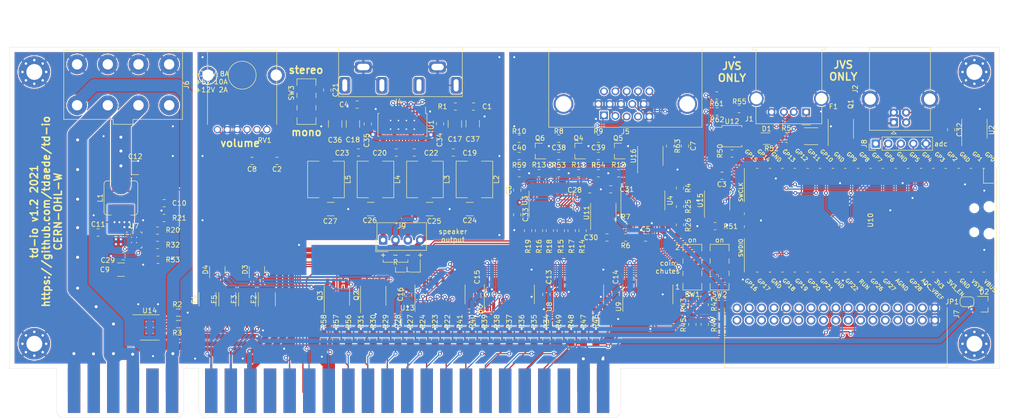
<source format=kicad_pcb>
(kicad_pcb (version 20211014) (generator pcbnew)
  (layers (0 "F.Cu" signal) (31 "B.Cu" signal) (34 "B.Paste" user) (35 "F.Paste" user) (36 "B.SilkS" user "B.Silkscreen") (37 "F.SilkS" user "F.Silkscreen") (38 "B.Mask" user) (39 "F.Mask" user) (44 "Edge.Cuts" user))
  (net 0 "")
  (net 1 "GND")
  (net 2 "+12V")
  (net 3 "Net-(C2-Pad2)")
  (net 4 "Net-(C2-Pad1)")
  (net 5 "+5V")
  (net 6 "Net-(C8-Pad2)")
  (net 7 "Net-(C8-Pad1)")
  (net 8 "+3V3")
  (net 9 "Net-(D2-Pad1)")
  (net 10 "Net-(J1-Pad1)")
  (net 11 "Net-(J1-Pad2)")
  (net 12 "Net-(J1-Pad3)")
  (net 13 "Net-(J2-Pad1)")
  (net 14 "/p2_4")
  (net 15 "/p2start")
  (net 16 "/lockout1")
  (net 17 "/p2up")
  (net 18 "/jamma_green")
  (net 19 "/p2right")
  (net 20 "/jamma_sync")
  (net 21 "/p2left")
  (net 22 "/c2")
  (net 23 "/p2down")
  (net 24 "/p2_3")
  (net 25 "/meter1")
  (net 26 "/p2_1")
  (net 28 "/p2_2")
  (net 29 "/p1_4")
  (net 30 "/p1_3")
  (net 31 "/p1_2")
  (net 32 "/p1_1")
  (net 33 "/p1right")
  (net 34 "/p1left")
  (net 35 "/p1down")
  (net 36 "/p1up")
  (net 37 "/p1start")
  (net 38 "/c1")
  (net 39 "/jamma_blue")
  (net 40 "/jamma_red")
  (net 42 "/speaker+")
  (net 43 "/lockout2")
  (net 44 "/meter2")
  (net 45 "/vga_hsync")
  (net 46 "/vga_vsync")
  (net 47 "/vga_blue")
  (net 48 "/vga_green")
  (net 49 "/vga_red")
  (net 50 "Net-(Q2-Pad5)")
  (net 51 "Net-(Q3-Pad7)")
  (net 52 "Net-(Q1-Pad7)")
  (net 58 "/p2_6")
  (net 64 "/p1_6")
  (net 66 "/p1_5")
  (net 70 "/p2_5")
  (net 80 "/lockout1_ctl")
  (net 81 "/meter1_ctl")
  (net 82 "/lockout2_ctl")
  (net 83 "/meter2_ctl")
  (net 84 "/speaker-")
  (net 85 "Net-(R1-Pad1)")
  (net 86 "Net-(R14-Pad1)")
  (net 87 "Net-(R15-Pad1)")
  (net 88 "Net-(R16-Pad1)")
  (net 89 "Net-(R25-Pad1)")
  (net 91 "/jvs_tx")
  (net 92 "/jvs_de")
  (net 93 "/jvs_re")
  (net 94 "/jvs_rx")
  (net 95 "/sr_clr")
  (net 96 "/sr_clk")
  (net 97 "/sr_data")
  (net 106 "Net-(C10-Pad1)")
  (net 107 "Net-(C11-Pad2)")
  (net 108 "+3.3VP")
  (net 109 "Net-(R32-Pad2)")
  (net 110 "Net-(R20-Pad2)")
  (net 113 "/SW")
  (net 115 "Net-(D1-Pad2)")
  (net 116 "unconnected-(Q1-Pad5)")
  (net 117 "Net-(D1-Pad1)")
  (net 120 "/sense_0v")
  (net 121 "Net-(R5-Pad2)")
  (net 122 "Net-(R55-Pad2)")
  (net 123 "/termination")
  (net 124 "/service")
  (net 125 "/tilt")
  (net 126 "/test")
  (net 127 "Net-(U13-Pad9)")
  (net 128 "Net-(U6-Pad9)")
  (net 130 "Net-(U8-Pad9)")
  (net 134 "Net-(C1-Pad2)")
  (net 135 "Net-(C4-Pad2)")
  (net 136 "Net-(C19-Pad2)")
  (net 137 "Net-(C20-Pad2)")
  (net 138 "/speaker_r-")
  (net 139 "Net-(C21-Pad2)")
  (net 140 "Net-(C22-Pad2)")
  (net 141 "Net-(C23-Pad2)")
  (net 142 "/speaker_r+")
  (net 147 "-5V")
  (net 148 "+5VL")
  (net 149 "Net-(C19-Pad1)")
  (net 150 "Net-(C20-Pad1)")
  (net 151 "Net-(C22-Pad1)")
  (net 152 "Net-(C23-Pad1)")
  (net 153 "/l_in")
  (net 154 "/r_in")
  (net 160 "/sense_in_high")
  (net 161 "/sense_in_low")
  (net 163 "Net-(C30-Pad1)")
  (net 164 "Net-(C30-Pad2)")
  (net 165 "Net-(R2-Pad1)")
  (net 166 "Net-(R3-Pad1)")
  (net 169 "Net-(R25-Pad2)")
  (net 172 "/adc2")
  (net 173 "/adc1")
  (net 174 "/adc0")
  (net 175 "/blank")
  (net 176 "Net-(SW1-Pad1)")
  (net 178 "Net-(SW2-Pad1)")
  (net 179 "/blue_ac")
  (net 180 "/red_ac")
  (net 181 "/green_ac")
  (net 182 "/blue_fb")
  (net 183 "/red_fb")
  (net 184 "/green_fb")
  (net 186 "+5VD")
  (net 187 "Net-(D2-Pad3)")
  (net 188 "/vga_scl")
  (net 189 "/vga_sda")
  (net 190 "/i2c_sda")
  (net 191 "/i2c_scl")
  (net 192 "Net-(R63-Pad2)")
  (net 202 "Net-(D4-Pad2)")
  (net 203 "Net-(D3-Pad1)")
  (footprint "Capacitor_SMD:C_0805_2012Metric" (layer "F.Cu") (at 126.05 105 180)
    (fp_text reference "C2")
    (fp_text value "1uF")
  )
  (footprint "Capacitor_SMD:C_0805_2012Metric" (layer "F.Cu") (at 216 108)
    (fp_text reference "C3")
    (fp_text value "0.1uF")
  )
  (footprint "Capacitor_SMD:C_0805_2012Metric" (layer "F.Cu") (at 200.55 120.5)
    (fp_text reference "C5")
    (fp_text value "0.1uF")
  )
  (footprint "Capacitor_SMD:C_0805_2012Metric" (layer "F.Cu") (at 174.6 110.9 90)
    (fp_text reference "C6")
    (fp_text value "0.1uF")
  )
  (footprint "Capacitor_SMD:C_0805_2012Metric" (layer "F.Cu") (at 121 105 180)
    (fp_text reference "C8")
    (fp_text value "1uF")
  )
  (footprint "Package_TO_SOT_SMD:SOT-23" (layer "F.Cu") (at 269 134)
    (fp_text reference "D2")
    (fp_text value "BAT54C")
  )
  (footprint "td-io:DF1BZ-34DP-2.5DS" (layer "F.Cu") (at 239 136 180)
    (fp_text reference "J7")
    (fp_text value "Conn_02x17_Odd_Even")
  )
  (footprint "Resistor_SMD:R_0805_2012Metric" (layer "F.Cu") (at 229 100 180)
    (fp_text reference "R5")
    (fp_text value "120")
  )
  (footprint "Resistor_SMD:R_0805_2012Metric" (layer "F.Cu") (at 196.5 120.5 180)
    (fp_text reference "R6")
    (fp_text value "10k")
  )
  (footprint "Resistor_SMD:R_0805_2012Metric" (layer "F.Cu") (at 187 107.5)
    (fp_text reference "R11")
    (fp_text value "330")
  )
  (footprint "Resistor_SMD:R_0805_2012Metric" (layer "F.Cu") (at 187.8125 119.1 -90)
    (fp_text reference "R14")
    (fp_text value "1k")
  )
  (footprint "Resistor_SMD:R_0805_2012Metric" (layer "F.Cu") (at 183.4 119.1 -90)
    (fp_text reference "R15")
    (fp_text value "1k")
  )
  (footprint "Resistor_SMD:R_0805_2012Metric" (layer "F.Cu") (at 181.2 119.1 90)
    (fp_text reference "R18")
    (fp_text value "75")
  )
  (footprint "Package_SO:SOIC-14_3.9x8.7mm_P1.27mm" (layer "F.Cu") (at 181.43 113.025 90)
    (fp_text reference "U3")
    (fp_text value "ADA4861-3")
  )
  (footprint "Package_SO:SOIC-14_3.9x8.7mm_P1.27mm" (layer "F.Cu") (at 200 113 90)
    (fp_text reference "U4")
    (fp_text value "74LS86")
  )
  (footprint "Package_SO:SOIC-16_3.9x9.9mm_P1.27mm" (layer "F.Cu") (at 173 132 90)
    (fp_text reference "U6")
    (fp_text value "74LS165")
  )
  (footprint "td-io:RPi_Pico_SMD" (layer "F.Cu") (at 246 117 -90)
    (fp_text reference "U10")
    (fp_text value "Pico")
  )
  (footprint "Resistor_SMD:R_0805_2012Metric" (layer "F.Cu") (at 212.5 134.0875 -90)
    (fp_text reference "R42")
    (fp_text value "10k")
  )
  (footprint "Resistor_SMD:R_0805_2012Metric" (layer "F.Cu") (at 210 138.0875 -90)
    (fp_text reference "R45")
    (fp_text value "10k")
  )
  (footprint "Package_SO:SOIC-16_3.9x9.9mm_P1.27mm" (layer "F.Cu") (at 187 132 90)
    (fp_text reference "U8")
    (fp_text value "74LS165")
  )
  (footprint "Package_SO:SOIC-16_3.9x9.9mm_P1.27mm" (layer "F.Cu") (at 201 132 90)
    (fp_text reference "U9")
    (fp_text value "74LS165")
  )
  (footprint "Resistor_SMD:R_0805_2012Metric" (layer "F.Cu") (at 168 141.0875 -90)
    (fp_text reference "R39")
    (fp_text value "10k")
  )
  (footprint "Resistor_SMD:R_0805_2012Metric" (layer "F.Cu") (at 155.5 141.0875 -90)
    (fp_text reference "R24")
    (fp_text value "10k")
  )
  (footprint "Resistor_SMD:R_0805_2012Metric" (layer "F.Cu") (at 173 141.0875 -90)
    (fp_text reference "R37")
    (fp_text value "10k")
  )
  (footprint "Resistor_SMD:R_0805_2012Metric" (layer "F.Cu") (at 165.5 141.0875 -90)
    (fp_text reference "R40")
    (fp_text value "10k")
  )
  (footprint "Resistor_SMD:R_0805_2012Metric" (layer "F.Cu") (at 163 141.0875 -90)
    (fp_text reference "R41")
    (fp_text value "10k")
  )
  (footprint "Resistor_SMD:R_0805_2012Metric" (layer "F.Cu") (at 178 141.0875 -90)
    (fp_text reference "R35")
    (fp_text value "10k")
  )
  (footprint "Resistor_SMD:R_0805_2012Metric" (layer "F.Cu") (at 183 141.0875 -90)
    (fp_text reference "R49")
    (fp_text value "10k")
  )
  (footprint "Resistor_SMD:R_0805_2012Metric" (layer "F.Cu") (at 145.5 141.0875 -90)
    (fp_text reference "R30")
    (fp_text value "10k")
  )
  (footprint "Resistor_SMD:R_0805_2012Metric" (layer "F.Cu") (at 180.5 141.0875 -90)
    (fp_text reference "R34")
    (fp_text value "10k")
  )
  (footprint "Resistor_SMD:R_0805_2012Metric" (layer "F.Cu") (at 170.5 141.0875 -90)
    (fp_text reference "R38")
    (fp_text value "10k")
  )
  (footprint "Resistor_SMD:R_0805_2012Metric" (layer "F.Cu") (at 143 141.0875 -90)
    (fp_text reference "R31")
    (fp_text value "10k")
  )
  (footprint "Resistor_SMD:R_0805_2012Metric" (layer "F.Cu") (at 188 141.0875 -90)
    (fp_text reference "R47")
    (fp_text value "10k")
  )
  (footprint "Resistor_SMD:R_0805_2012Metric" (layer "F.Cu") (at 190.5 141.0875 -90)
    (fp_text reference "R46")
    (fp_text value "10k")
  )
  (footprint "Resistor_SMD:R_0805_2012Metric" (layer "F.Cu") (at 158 141.0875 -90)
    (fp_text reference "R23")
    (fp_text value "10k")
  )
  (footprint "Resistor_SMD:R_0805_2012Metric" (layer "F.Cu") (at 185.5 141.0875 -90)
    (fp_text reference "R48")
    (fp_text value "10k")
  )
  (footprint "Resistor_SMD:R_0805_2012Metric" (layer "F.Cu") (at 160.5 141.0875 -90)
    (fp_text reference "R22")
    (fp_text value "10k")
  )
  (footprint "Resistor_SMD:R_0805_2012Metric" (layer "F.Cu") (at 150.5 141.0875 -90)
    (fp_text reference "R28")
    (fp_text value "10k")
  )
  (footprint "Resistor_SMD:R_0805_2012Metric" (layer "F.Cu") (at 148 141.0875 -90)
    (fp_text reference "R29")
    (fp_text value "10k")
  )
  (footprint "Resistor_SMD:R_0805_2012Metric" (layer "F.Cu") (at 153 141.0875 -90)
    (fp_text reference "R27")
    (fp_text value "10k")
  )
  (footprint "td-io:B08P-VL" (layer "F.Cu") (at 94.95 89.6 180)
    (fp_text reference "J6")
    (fp_text value "Conn_02x04_Top_Bottom")
  )
  (footprint "Capacitor_SMD:C_1210_3225Metric" (layer "F.Cu") (at 97.4 106.4)
    (fp_text reference "C12")
    (fp_text value "100uF")
  )
  (footprint "MountingHole:MountingHole_3.2mm_M3_Pad_Via" (layer "F.Cu") (at 267 142)
    (fp_text reference "H1" hide)
    (fp_text value "MountingHole_Pad")
  )
  (footprint "MountingHole:MountingHole_3.2mm_M3_Pad_Via" (layer "F.Cu") (at 77 142)
    (fp_text reference "H2" hide)
    (fp_text value "MountingHole_Pad")
  )
  (footprint "MountingHole:MountingHole_3.2mm_M3_Pad_Via" (layer "F.Cu") (at 267 87)
    (fp_text reference "H3" hide)
    (fp_text value "MountingHole_Pad")
  )
  (footprint "MountingHole:MountingHole_3.2mm_M3_Pad_Via" (layer "F.Cu") (at 77 87)
    (fp_text reference "H4" hide)
    (fp_text value "MountingHole_Pad")
  )
  (footprint "Capacitor_SMD:C_0805_2012Metric" (layer "F.Cu") (at 180.5 132 -90)
    (fp_text reference "C13")
    (fp_text value "0.1uF")
  )
  (footprint "Capacitor_SMD:C_0805_2012Metric" (layer "F.Cu") (at 194.5 132 -90)
    (fp_text reference "C14")
    (fp_text value "0.1uF")
  )
  (footprint "Capacitor_SMD:C_0805_2012Metric" (layer "F.Cu") (at 166.5 132 -90)
    (fp_text reference "C15")
    (fp_text value "0.1uF")
  )
  (footprint "Package_TO_SOT_SMD:SOT-363_SC-70-6" (layer "F.Cu") (at 225 100.5)
    (fp_text reference "D1")
    (fp_text value "BAV99S")
  )
  (footprint "Package_SO:SOIC-8_3.9x4.9mm_P1.27mm" (layer "F.Cu") (at 240 98.5 90)
    (fp_text reference "Q1")
    (fp_text value "AO4818B")
  )
  (footprint "Resistor_SMD:R_0805_2012Metric" (layer "F.Cu") (at 218 103.5 180)
    (fp_text reference "R50")
    (fp_text value "10k")
  )
  (footprint "Resistor_SMD:R_0805_2012Metric" (layer "F.Cu") (at 229 102 180)
    (fp_text reference "R52")
    (fp_text value "100")
  )
  (footprint "Resistor_SMD:R_0805_2012Metric" (layer "F.Cu") (at 219.4125 94.5 180)
    (fp_text reference "R55")
    (fp_text value "1k")
  )
  (footprint "Package_SO:SOIC-8_3.9x4.9mm_P1.27mm" (layer "F.Cu") (at 267 98.5 90)
    (fp_text reference "U2")
    (fp_text value "ISL3175EIBZ-T")
  )
  (footprint "Package_SO:SOP-4_3.8x4.1mm_P2.54mm" (layer "F.Cu") (at 218 100)
    (fp_text reference "U12")
    (fp_text value "CPC1017N")
  )
  (footprint "Resistor_SMD:R_0805_2012Metric" (layer "F.Cu") (at 214.6 118.2)
    (fp_text reference "R51")
    (fp_text value "10k")
  )
  (footprint "Capacitor_SMD:C_0805_2012Metric" (layer "F.Cu") (at 165.75 94 180)
    (fp_text reference "C1")
    (fp_text value "1uF")
  )
  (footprint "Capacitor_SMD:C_0805_2012Metric" (layer "F.Cu") (at 161.7 103.3)
    (fp_text reference "C19")
    (fp_text value "1uF")
  )
  (footprint "Capacitor_SMD:C_0805_2012Metric" (layer "F.Cu") (at 142.5 103.3 180)
    (fp_text reference "C23")
    (fp_text value "1uF")
  )
  (footprint "Package_SO:SOIC-8_3.9x4.9mm_P1.27mm" (layer "F.Cu") (at 145.5 132.275 90)
    (fp_text reference "Q2")
    (fp_text value "AO4818B")
  )
  (footprint "Package_SO:SOIC-8_3.9x4.9mm_P1.27mm" (layer "F.Cu") (at 138.155 132.275 90)
    (fp_text reference "Q3")
    (fp_text value "AO4818B")
  )
  (footprint "td-io:PTV112-4420A-A503" (layer "F.Cu") (at 119 87.655)
    (fp_text reference "RV1")
    (fp_text value "R_POT_Dual")
  )
  (footprint "Capacitor_SMD:C_0805_2012Metric" (layer "F.Cu") (at 152.5 132 -90)
    (fp_text reference "C16")
    (fp_text value "0.1uF")
  )
  (footprint "Resistor_SMD:R_0805_2012Metric" (layer "F.Cu") (at 140.5 141.0875 -90)
    (fp_text reference "R56")
    (fp_text value "10k")
  )
  (footprint "Resistor_SMD:R_0805_2012Metric" (layer "F.Cu") (at 138 141.0875 -90)
    (fp_text reference "R57")
    (fp_text value "10k")
  )
  (footprint "Resistor_SMD:R_0805_2012Metric" (layer "F.Cu") (at 135.5 141.0875 -90)
    (fp_text reference "R58")
    (fp_text value "10k")
  )
  (footprint "Package_SO:SOIC-16_3.9x9.9mm_P1.27mm" (layer "F.Cu") (at 159 132 90)
    (fp_text reference "U13")
    (fp_text value "74LS165")
  )
  (footprint "Resistor_SMD:R_0805_2012Metric" (layer "F.Cu") (at 175.5 141.0875 -90)
    (fp_text reference "R36")
    (fp_text value "10k")
  )
  (footprint "Resistor_SMD:R_0805_2012Metric" (layer "F.Cu") (at 212.5 138.0875 -90)
    (fp_text reference "R44")
    (fp_text value "10k")
  )
  (footprint "td-io:JAMMA" (layer "F.Cu") (at 138.5 156)
    (fp_text reference "J3" hide)
    (fp_text value "JAMMA_Edge")
  )
  (footprint "td-io:PJRAN2X1U01AUX" (layer "F.Cu") (at 158.5 86 180)
    (fp_text reference "J4")
    (fp_text value "Conn_Coaxial_x2")
  )
  (footprint "Package_SO:SOIC-8-1EP_3.9x4.9mm_P1.27mm_EP2.41x3.3mm_ThermalVias" (layer "F.Cu") (at 100.325 138.7)
    (fp_text reference "U14")
    (fp_text value "TPS259620")
  )
  (footprint "Package_SO:SOIC-8_3.9x4.9mm_P1.27mm" (layer "F.Cu") (at 215 113 90)
    (fp_text reference "U15")
    (fp_text value "LM2903")
  )
  (footprint "Capacitor_SMD:C_0805_2012Metric" (layer "F.Cu") (at 189.25 110.75)
    (fp_text reference "C28")
    (fp_text value "3.3uF")
  )
  (footprint "Capacitor_SMD:C_0805_2012Metric" (layer "F.Cu") (at 192.75 120.5)
    (fp_text reference "C30")
    (fp_text value "3.3uF")
  )
  (footprint "Capacitor_SMD:C_0805_2012Metric" (layer "F.Cu") (at 193.5 110.75 180)
    (fp_text reference "C31")
    (fp_text value "3.3uF")
  )
  (footprint "td-io:DSUB-15-HD_Female_Horizontal_P2.29x2.5mm_EdgePinOffset8.35mm_Housed_MountingHolesOffset10.89mm" (layer "F.Cu") (at 192.145 94.75 180)
    (fp_text reference "J5")
    (fp_text value "DB15_Female_HighDensity_MountingHoles")
  )
  (footprint "Resistor_SMD:R_0805_2012Metric" (layer "F.Cu") (at 105.9 135.7)
    (fp_text reference "R2")
    (fp_text value "400k")
  )
  (footprint "Resistor_SMD:R_0805_2012Metric" (layer "F.Cu") (at 207.5 110.4875 -90)
    (fp_text reference "R4")
    (fp_text value "10k")
  )
  (footprint "Resistor_SMD:R_0805_2012Metric" (layer "F.Cu") (at 207.5 114.2125 -90)
    (fp_text reference "R25")
    (fp_text value "20k")
  )
  (footprint "Resistor_SMD:R_0805_2012Metric" (layer "F.Cu") (at 207.5 117.9375 -90)
    (fp_text reference "R26")
    (fp_text value "10k")
  )
  (footprint "Connector_USB:USB_A_Molex_67643_Horizontal" (layer "F.Cu") (at 233 95.1 180)
    (fp_text reference "J1")
    (fp_text value "USB_A")
  )
  (footprint "Connector_USB:USB_B_OST_USB-B1HSxx_Horizontal" (layer "F.Cu") (at 250.7 97.2 90)
    (fp_text reference "J2")
    (fp_text value "USB_B")
  )
  (footprint "td-io:HTSSOP-28-1EP_4.4x9.7mm_P0.65mm_tpa3138_ThermalVias" (layer "F.Cu") (at 151.4 97.7 -90)
    (fp_text reference "U1")
    (fp_text value "TPA3138D2")
  )
  (footprint "Capacitor_SMD:C_1210_3225Metric" (layer "F.Cu") (at 136.9 114.75)
    (fp_text reference "C27")
    (fp_text value "2.2uF 50V")
  )
  (footprint "Capacitor_SMD:C_1210_3225Metric" (layer "F.Cu") (at 156.9 114.75)
    (fp_text reference "C25")
    (fp_text value "2.2uF 50V")
  )
  (footprint "Capacitor_SMD:C_1210_3225Metric" (layer "F.Cu") (at 145 114.75 180)
    (fp_text reference "C26")
    (fp_text value "2.2uF 50V")
  )
  (footprint "Capacitor_SMD:C_1210_3225Metric" (layer "F.Cu") (at 165 114.75 180)
    (fp_text reference "C24")
    (fp_text value "2.2uF 50V")
  )
  (footprint "Inductor_SMD:L_7.3x7.3_H4.5" (layer "F.Cu") (at 135.95 108.75 -90)
    (fp_text reference "L5")
    (fp_text value "15uH")
  )
  (footprint "Inductor_SMD:L_7.3x7.3_H4.5" (layer "F.Cu") (at 155.95 108.75 -90)
    (fp_text reference "L3")
    (fp_text value "15uH")
  )
  (footprint "Capacitor_SMD:C_0805_2012Metric" (layer "F.Cu") (at 150.15 103.3)
    (fp_text reference "C20")
    (fp_text value "1uF")
  )
  (footprint "Capacitor_SMD:C_0805_2012Metric" (layer "F.Cu") (at 153.8 103.3 180)
    (fp_text reference "C22")
    (fp_text value "1uF")
  )
  (footprint "Inductor_SMD:L_7.3x7.3_H4.5" (layer "F.Cu") (at 145.95 108.75 -90)
    (fp_text reference "L4")
    (fp_text value "15uH")
  )
  (footprint "Inductor_SMD:L_7.3x7.3_H4.5" (layer "F.Cu") (at 165.95 108.75 -90)
    (fp_text reference "L2")
    (fp_text value "15uH")
  )
  (footprint "Capacitor_SMD:C_1210_3225Metric" (layer "F.Cu") (at 162 97.5 90)
    (fp_text reference "C17")
    (fp_text value "47uF 16V")
  )
  (footprint "Capacitor_SMD:C_1210_3225Metric" (layer "F.Cu") (at 141.4 97.5 90)
    (fp_text reference "C18")
    (fp_text value "47uF 16V")
  )
  (footprint "Resistor_SMD:R_0805_2012Metric" (layer "F.Cu") (at 162.1125 94)
    (fp_text reference "R1")
    (fp_text value "10k")
  )
  (footprint "Capacitor_SMD:C_0805_2012Metric" (layer "F.Cu") (at 136.2 90.65 -90)
    (fp_text reference "C21")
    (fp_text value "1uF")
  )
  (footprint "Capacitor_SMD:C_0805_2012Metric" (layer "F.Cu") (at 262.3 98.7 -90)
    (fp_text reference "C32")
    (fp_text value "0.1uF")
  )
  (footprint "Inductor_SMD:L_Bourns_SRP7028A_7.3x6.6mm" (layer "F.Cu") (at 94.5 112.5 90)
    (fp_text reference "L1")
    (fp_text value "1.5uH")
  )
  (footprint "Capacitor_SMD:C_1210_3225Metric" (layer "F.Cu") (at 94.525 127)
    (fp_text reference "C9")
    (fp_text value "100uF")
  )
  (footprint "Capacitor_SMD:C_0805_2012Metric" (layer "F.Cu") (at 95 124.3)
    (fp_text reference "C29")
    (fp_text value "0.1uF")
  )
  (footprint "td-io:RJE-20" (layer "F.Cu") (at 97.15 121)
    (fp_text reference "U7")
    (fp_text value "TPS568230")
  )
  (footprint "Resistor_SMD:R_0805_2012Metric" (layer "F.Cu") (at 102 125)
    (fp_text reference "R33")
    (fp_text value "220")
  )
  (footprint "Resistor_SMD:R_0805_2012Metric" (layer "F.Cu") (at 101.9125 122 180)
    (fp_text reference "R32")
    (fp_text value "1k")
  )
  (footprint "Capacitor_SMD:C_0805_2012Metric" (layer "F.Cu") (at 103.25 113.55)
    (fp_text reference "C10")
    (fp_text value "1uF")
  )
  (footprint "Resistor_SMD:R_0805_2012Metric" (layer "F.Cu") (at 103.2125 116.55 180)
    (fp_text reference "R21")
    (fp_text value "43k")
  )
  (footprint "Capacitor_SMD:C_0805_2012Metric" (layer "F.Cu") (at 89.9 119.5)
    (fp_text reference "C11")
    (fp_text value "0.1uF")
  )
  (footprint "Resistor_SMD:R_0805_2012Metric" (layer "F.Cu") (at 101.8875 119.1)
    (fp_text reference "R20")
    (fp_text value "300k")
  )
  (footprint "Capacitor_SMD:C_0805_2012Metric" (layer "F.Cu") (at 174.6 115.9 -90)
    (fp_text reference "C33")
    (fp_text value "3.3uF")
  )
  (footprint "Capacitor_SMD:C_0805_2012Metric" (layer "F.Cu") (at 159 97.5 90)
    (fp_text reference "C34")
    (fp_text value "0.1uF")
  )
  (footprint "Capacitor_SMD:C_0805_2012Metric" (layer "F.Cu") (at 144.4 97.55 90)
    (fp_text reference "C35")
    (fp_text value "0.1uF")
  )
  (footprint "Capacitor_SMD:C_1210_3225Metric" (layer "F.Cu") (at 165.6 97.475 90)
    (fp_text reference "C37")
    (fp_text value "47uF 16V")
  )
  (footprint "Capacitor_SMD:C_1210_3225Metric" (layer "F.Cu") (at 137.8 97.5 90)
    (fp_text reference "C36")
    (fp_text value "47uF 16V")
  )
  (footprint "Capacitor_SMD:C_0805_2012Metric" (layer "F.Cu") (at 142.25 93.6)
    (fp_text reference "C4")
    (fp_text value "1uF")
  )
  (footprint "Resistor_SMD:R_0805_2012Metric" (layer "F.Cu") (at 105.8875 138.025)
    (fp_text reference "R3")
    (fp_text value "1k")
  )
  (footprint "Button_Switch_SMD:SW_DPDT_CK_JS202011JCQN" (layer "F.Cu") (at 132 93 90)
    (fp_text reference "SW3")
    (fp_text value "SW_DPDT_x2")
  )
  (footprint "Connector_PinHeader_2.54mm:PinHeader_1x05_P2.54mm_Vertical" (layer "F.Cu") (at 247.05 101.5 90)
    (fp_text reference "J8")
    (fp_text value "Conn_01x05_Male")
  )
  (footprint "Capacitor_SMD:C_0805_2012Metric" (layer "F.Cu") (at 175 104)
    (fp_text reference "C40")
    (fp_text value "1uF")
  )
  (footprint "Package_TO_SOT_SMD:SOT-23" (layer "F.Cu") (at 187 103 180)
    (fp_text reference "Q4")
    (fp_text value "2N7002NXBKR")
  )
  (footprint "Button_Switch_SMD:SW_DPDT_CK_JS202011JCQN" (layer "F.Cu") (at 210 126.5 90)
    (fp_text reference "SW1")
    (fp_text value "SW_DPDT_x2")
  )
  (footprint "Button_Switch_SMD:SW_DPDT_CK_JS202011JCQN" (layer "F.Cu") (at 215.5 126.5 90)
    (fp_text reference "SW2")
    (fp_text value "SW_DPDT_x2")
  )
  (footprint "Resistor_SMD:R_0805_2012Metric" (layer "F.Cu") (at 210 134.0875 -90)
    (fp_text reference "R43")
    (fp_text value "10k")
  )
  (footprint "Resistor_SMD:R_0805_2012Metric" (layer "F.Cu") (at 196.5 118)
    (fp_text reference "R7")
    (fp_text value "10k")
  )
  (footprint "Resistor_SMD:R_0805_2012Metric" (layer "F.Cu") (at 183 107.5)
    (fp_text reference "R53")
    (fp_text value "10k")
  )
  (footprint "Resistor_SMD:R_0805_2012Metric" (layer "F.Cu") (at 175 100.5)
    (fp_text reference "R10")
    (fp_text value "75")
  )
  (footprint "Capacitor_SMD:C_0805_2012Metric" (layer "F.Cu") (at 183 104)
    (fp_text reference "C38")
    (fp_text value "1uF")
  )
  (footprint "Resistor_SMD:R_0805_2012Metric" (layer "F.Cu") (at 183 100.5)
    (fp_text reference "R8")
    (fp_text value "75")
  )
  (footprint "Resistor_SMD:R_0805_2012Metric" (layer "F.Cu") (at 179 119.1 -90)
    (fp_text reference "R16")
    (fp_text value "1k")
  )
  (footprint "Resistor_SMD:R_0805_2012Metric" (layer "F.Cu") (at 176.8 119.1 90)
    (fp_text reference "R19")
    (fp_text value "75")
  )
  (footprint "Resistor_SMD:R_0805_2012Metric" (layer "F.Cu") (at 175 107.5)
    (fp_text reference "R59")
    (fp_text value "10k")
  )
  (footprint "Package_TO_SOT_SMD:SOT-23" (layer "F.Cu") (at 179 103 180)
    (fp_text reference "Q6")
    (fp_text value "2N7002NXBKR")
  )
  (footprint "Resistor_SMD:R_0805_2012Metric" (layer "F.Cu") (at 191 107.5)
    (fp_text reference "R54")
    (fp_text value "10k")
  )
  (footprint "Capacitor_SMD:C_0805_2012Metric" (layer "F.Cu") (at 191 104)
    (fp_text reference "C39")
    (fp_text value "1uF")
  )
  (footprint "Package_TO_SOT_SMD:SOT-23" (layer "F.Cu") (at 195 103 180)
    (fp_text reference "Q5")
    (fp_text value "2N7002NXBKR")
  )
  (footprint "Resistor_SMD:R_0805_2012Metric" (layer "F.Cu") (at 191 100.5)
    (fp_text reference "R9")
    (fp_text value "75")
  )
  (footprint "Resistor_SMD:R_0805_2012Metric" (layer "F.Cu") (at 195.0875 107.5)
    (fp_text reference "R12")
    (fp_text value "330")
  )
  (footprint "Resistor_SMD:R_0805_2012Metric" (layer "F.Cu") (at 179 107.5)
    (fp_text reference "R13")
    (fp_text value "330")
  )
  (footprint "Resistor_SMD:R_0805_2012Metric" (layer "F.Cu") (at 185.6 119.1 90)
    (fp_text reference "R17")
    (fp_text value "75")
  )
  (footprint "Jumper:SolderJumper-2_P1.3mm_Bridged_RoundedPad1.0x1.5mm" (layer "F.Cu") (at 265.5 133.5)
    (fp_text reference "JP1")
    (fp_text value "Jumper_NC_Small")
  )
  (footprint "Resistor_SMD:R_0805_2012Metric" (layer "F.Cu") (at 214.9125 91.75 180)
    (fp_text reference "R61")
    (fp_text value "10k")
  )
  (footprint "Resistor_SMD:R_0805_2012Metric" (layer "F.Cu") (at 215 95 180)
    (fp_text reference "R62")
    (fp_text value "10k")
  )
  (footprint "Resistor_SMD:R_0805_2012Metric" (layer "F.Cu") (at 205.5 102 90)
    (fp_text reference "R63")
    (fp_text value "200k")
  )
  (footprint "Package_SO:SO-8_3.9x4.9mm_P1.27mm" (layer "F.Cu") (at 201.5 104 90)
    (fp_text reference "U16")
    (fp_text value "PCA9306D")
  )
  (footprint "td-io:JST_SH_B4B-NH-A_1x04_P2.50mm_Vertical" (layer "F.Cu") (at 147.5 121)
    (fp_text reference "J9")
    (fp_text value "Conn_01x04_Male")
  )
  (footprint "Resistor_SMD:R_1812_4532Metric" (layer "F.Cu") (at 120 133 90)
    (fp_text reference "F3")
    (fp_text value "Polyfuse")
  )
  (footprint "Resistor_SMD:R_1812_4532Metric" (layer "F.Cu") (at 124 133 90)
    (fp_text reference "F2")
    (fp_text value "Polyfuse")
  )
  (footprint "Resistor_SMD:R_1812_4532Metric" (layer "F.Cu") (at 234 100 180)
    (fp_text reference "F1")
    (fp_text value "Polyfuse")
  )
  (footprint "Resistor_SMD:R_1812_4532Metric" (layer "F.Cu") (at 112 133 90)
    (fp_text reference "F4")
    (fp_text value "Polyfuse")
  )
  (footprint "Resistor_SMD:R_1812_4532Metric" (layer "F.Cu") (at 116 133 90)
    (fp_text reference "F5")
    (fp_text value "Polyfuse")
  )
  (footprint "Capacitor_SMD:C_0805_2012Metric" (layer "F.Cu") (at 208.5 102 -90)
    (fp_text reference "C7")
    (fp_text value "0.1uF")
  )
  (footprint "Package_SO:SOIC-8_3.9x4.9mm_P1.27mm" (layer "F.Cu") (at 192 115.5 90)
    (fp_text reference "U11")
    (fp_text value "MAX860")
  )
  (footprint "Package_TO_SOT_SMD:SOT-23" (layer "F.Cu") (at 122 127 90)
    (fp_text reference "D3")
    (fp_text value "MMBZ18VALT1G")
  )
  (footprint "Package_TO_SOT_SMD:SOT-23" (layer "F.Cu") (at 114 127 90)
    (fp_text reference "D4")
    (fp_text value "MMBZ18VALT1G")
  )
  (gr_line (start 155 125) (end 155 127.5) (layer "F.SilkS") (width 0.12))
  (gr_line (start 152.5 125.5) (end 150.5 125.5) (layer "F.SilkS") (width 0.12))
  (gr_line (start 152.5 125) (end 152.5 125.5) (layer "F.SilkS") (width 0.12))
  (gr_line (start 150 126.5) (end 150 127.5) (layer "F.SilkS") (width 0.12))
  (gr_line (start 147.5 125.5) (end 149.5 125.5) (layer "F.SilkS") (width 0.12))
  (gr_line (start 155 127.5) (end 153 127.5) (layer "F.SilkS") (width 0.12))
  (gr_line (start 150 127.5) (end 152 127.5) (layer "F.SilkS") (width 0.12))
  (gr_line (start 147.5 125) (end 147.5 125.5) (layer "F.SilkS") (width 0.12))
  (gr_line (start 272 147) (end 195.5 147) (layer "Edge.Cuts") (width 0.05))
  (gr_line (start 72 82) (end 272 82) (layer "Edge.Cuts") (width 0.05))
  (gr_line (start 272 82) (end 272 147) (layer "Edge.Cuts") (width 0.05))
  (gr_line (start 195.5 156) (end 194.5 157) (layer "Edge.Cuts") (width 0.05))
  (gr_line (start 110.25 156) (end 111.25 157) (layer "Edge.Cuts") (width 0.05))
  (gr_line (start 107.2 156) (end 106.2 157) (layer "Edge.Cuts") (width 0.05))
  (gr_line (start 82.5 157) (end 81.5 156) (layer "Edge.Cuts") (width 0.05))
  (gr_line (start 110.25 147) (end 107.2 147) (layer "Edge.Cuts") (width 0.05))
  (gr_line (start 72 147) (end 72 82) (layer "Edge.Cuts") (width 0.05))
  (gr_line (start 81.5 147) (end 72 147) (layer "Edge.Cuts") (width 0.05))
  (gr_line (start 106.2 157) (end 82.5 157) (layer "Edge.Cuts") (width 0.05))
  (gr_line (start 110.25 156) (end 110.25 147) (layer "Edge.Cuts") (width 0.05))
  (gr_line (start 81.5 156) (end 81.5 147) (layer "Edge.Cuts") (width 0.05))
  (gr_line (start 195.5 147) (end 195.5 156) (layer "Edge.Cuts") (width 0.05))
  (gr_line (start 194.5 157) (end 111.25 157) (layer "Edge.Cuts") (width 0.05))
  (gr_line (start 107.2 147) (end 107.2 156) (layer "Edge.Cuts") (width 0.05))
  (gr_text "+" (at 155 124) (layer "F.SilkS") (effects (font (size 1 1))))
  (gr_text "-" (at 152.5 124) (layer "F.SilkS") (effects (font (size 1 1))))
  (gr_text "JVS\nONLY" (at 240.5 86.75) (layer "F.SilkS") (effects (font (size 1.5 1.5) (thickness 0.3))))
  (gr_text "stereo" (at 131.9 86.6) (layer "F.SilkS") (effects (font (size 1.5 1.5) (thickness 0.3))))
  (gr_text "mono" (at 132 99.2) (layer "F.SilkS") (effects (font (size 1.5 1.5) (thickness 0.3))))
  (gr_text "on" (at 215.5 121) (layer "F.SilkS") (effects (font (size 1 1))))
  (gr_text "-" (at 150 124) (layer "F.SilkS") (effects (font (size 1 1))))
  (gr_text "+" (at 147.5 124) (layer "F.SilkS") (effects (font (size 1 1))))
  (gr_text "coin\nchutes" (at 205 126.5) (layer "F.SilkS") (effects (font (size 1 1))))
  (gr_text "adc" (at 260.25 101.55) (layer "F.SilkS") (effects (font (size 1 1))))
  (gr_text "JVS\nONLY" (at 218 87) (layer "F.SilkS") (effects (font (size 1.5 1.5) (thickness 0.3))))
  (gr_text "speaker\noutput" (at 161.6 120.1) (layer "F.SilkS") (effects (font (size 1 1))))
  (gr_text "td-io v1.2 2021\nhttps://github.com/tdaede/td-io\nCERN-OHL-W" (at 79.375 115.25 90) (layer "F.SilkS") (effects (font (size 1.5 1.5) (thickness 0.3))))
  (gr_text "L" (at 152.5 127) (layer "F.SilkS") (effects (font (size 1 1))))
  (gr_text "R" (at 150 125.5) (layer "F.SilkS") (effects (font (size 1 1))))
  (gr_text "on" (at 210 121) (layer "F.SilkS") (effects (font (size 1 1))))
  (gr_text "2" (at 207 122.5) (layer "F.SilkS") (effects (font (size 1 1))))
  (gr_text "+3.3V 8A\n+5V 10A\n+12V 2A" (at 112.8 89) (layer "F.SilkS") (effects (font (size 1 1))))
  (gr_text "volume" (at 118.6 101.4) (layer "F.SilkS") (effects (font (size 1.5 1.5) (thickness 0.3))))
  (gr_text "1" (at 207 130.5) (layer "F.SilkS") (effects (font (size 1 1))))
  (segment (start 180.5 132.95) (end 180.5 133) (width 0.25) (layer "F.Cu") (net 1))
  (segment (start 140.4 94.1) (end 140.3 94) (width 0.25) (layer "F.Cu") (net 1))
  (segment (start 265.1 109.3) (end 265.1 109.75) (width 0.25) (layer "F.Cu") (net 1))
  (segment (start 239.65 109.301574) (end 239.848417 109.499991) (width 0.25) (layer "F.Cu") (net 1))
  (segment (start 136.52 151.5) (end 136.52 146.020062) (width 2.5) (layer "F.Cu") (net 1))
  (segment (start 135.519935 145.019997) (end 135.119936 144.619998) (width 2.5) (layer "F.Cu") (net 1))
  (segment (start 188 145.08) (end 187.96 145.04) (width 2.5) (layer "F.Cu") (net 1))
  (segment (start 268.905 95.305) (end 268.1 94.5) (width 0.25) (layer "F.Cu") (net 1))
  (segment (start 226.95 108.476761) (end 226.86677 108.559991) (width 0.25) (layer "F.Cu") (net 1))
  (segment (start 152.5 132.95) (end 152.5 134.5) (width 0.25) (layer "F.Cu") (net 1))
  (segment (start 136.52 146.020062) (end 135.519935 145.019997) (width 2.5) (layer "F.Cu") (net 1))
  (segment (start 177.445 132.555) (end 177.5 132.5) (width 0.25) (layer "F.Cu") (net 1))
  (segment (start 147.175 94.8375) (end 146.3375 94.8375) (width 0.25) (layer "F.Cu") (net 1))
  (segment (start 146.3375 94.8375) (end 146 94.5) (width 0.25) (layer "F.Cu") (net 1))
  (segment (start 88.92 144) (end 85 144) (width 2.5) (layer "F.Cu") (net 1))
  (segment (start 177.445 134.475) (end 177.445 132.555) (width 0.25) (layer "F.Cu") (net 1))
  (segment (start 143.595 134.725) (end 143.595 135.23) (width 0.25) (layer "F.Cu") (net 1))
  (segment (start 85.04 144.04) (end 85 144) (width 2.5) (layer "F.Cu") (net 1))
  (segment (start 166.5 133.5) (end 167 134) (width 0.25) (layer "F.Cu") (net 1))
  (segment (start 89 151.5) (end 89 144.08) (width 2.5) (layer "F.Cu") (net 1))
  (segment (start 155.825 129.525) (end 155.825 129.036045) (width 0.25) (layer "F.Cu") (net 1))
  (segment (start 146.135 134.75) (end 146.135 135.865) (width 0.25) (layer "F.Cu") (net 1))
  (segment (start 143.595 135.23) (end 143.5 135.325) (width 0.25) (layer "F.Cu") (net 1))
  (segment (start 155.825 129.525) (end 155.825 130.425) (width 0.25) (layer "F.Cu") (net 1))
  (segment (start 88.96 144.04) (end 88.92 144) (width 2.5) (layer "F.Cu") (net 1))
  (segment (start 141.3 94.1) (end 140.4 94.1) (width 0.25) (layer "F.Cu") (net 1))
  (segment (start 180.5 134.5) (end 180 135) (width 0.25) (layer "F.Cu") (net 1))
  (segment (start 268.905 96.025) (end 268.905 95.305) (width 0.25) (layer "F.Cu") (net 1))
  (segment (start 239.65 125.89) (end 239.65 128.45) (width 0.25) (layer "F.Cu") (net 1))
  (segment (start 239.65 108.11) (end 239.65 109.301574) (width 0.25) (layer "F.Cu") (net 1))
  (segment (start 223.8 117) (end 223.85 117.05) (width 0.25) (layer "F.Cu") (net 1))
  (segment (start 169.825 129.525) (end 169.5 129.85) (width 0.25) (layer "F.Cu") (net 1))
  (segment (start 192 152.92) (end 191.92 153) (width 1) (layer "F.Cu") (net 1))
  (segment (start 191.445 132.555) (end 191.5 132.5) (width 0.25) (layer "F.Cu") (net 1))
  (segment (start 180.5 133) (end 180.5 134.5) (width 0.25) (layer "F.Cu") (net 1))
  (segment (start 85.04 151.5) (end 85.04 144.04) (width 2.5) (layer "F.Cu") (net 1))
  (segment (start 155.825 129.036045) (end 155.614075 128.82512) (width 0.25) (layer "F.Cu") (net 1))
  (segment (start 89 144.08) (end 88.96 144.04) (width 2.5) (layer "F.Cu") (net 1))
  (segment (start 191.445 134.475) (end 191.445 132.555) (width 0.25) (layer "F.Cu") (net 1))
  (segment (start 191.96 145.12) (end 191.92 145.08) (width 2.5) (layer "F.Cu") (net 1))
  (segment (start 226.95 125.89) (end 226.95 128.665225) (width 0.25) (layer "F.Cu") (net 1))
  (segment (start 169.825 129.525) (end 169.975 129.525) (width 0.25) (layer "F.Cu") (net 1))
  (segment (start 155.825 130.425) (end 156.4 131) (width 0.25) (layer "F.Cu") (net 1))
  (segment (start 265.05 108.11) (end 265.05 109.25) (width 0.25) (layer "F.Cu") (net 1))
  (segment (start 239.65 128.45) (end 240.4 129.2) (width 0.25) (layer "F.Cu") (net 1))
  (segment (start 222.1 117) (end 223.8 117) (width 0.25) (layer "F.Cu") (net 1))
  (segment (start 226.95 128.665225) (end 227.735627 129.450852) (width 0.25) (layer "F.Cu") (net 1))
  (segment (start 85 144) (end 85 144) (width 2.5) (layer "F.Cu") (net 1))
  (segment (start 166.5 132.95) (end 166.5 133.5) (width 0.25) (layer "F.Cu") (net 1))
  (segment (start 146.135 135.865) (end 146 136) (width 0.25) (layer "F.Cu") (net 1))
  (segment (start 169.5 129.85) (end 169.5 131) (width 0.25) (layer "F.Cu") (net 1))
  (segment (start 188 151.5) (end 188 145.08) (width 2.5) (layer "F.Cu") (net 1))
  (segment (start 265.05 109.25) (end 265.1 109.3) (width 0.25) (layer "F.Cu") (net 1))
  (segment (start 191.96 151.5) (end 191.96 145.12) (width 2.5) (layer "F.Cu") (net 1))
  (segment (start 226.95 108.11) (end 226.95 108.476761) (width 0.25) (layer "F.Cu") (net 1))
  (via (at 140.45 114.75) (size 0.8) (drill 0.4) (layers "F.Cu" "B.Cu") (net 1))
  (via (at 160.95 114.75) (size 0.8) (drill 0.4) (layers "F.Cu" "B.Cu") (net 1))
  (via (at 102.7 115.05) (size 0.8) (drill 0.4) (layers "F.Cu" "B.Cu") (net 1))
  (via (at 104.8 124.8) (size 0.8) (drill 0.4) (layers "F.Cu" "B.Cu") (net 1))
  (via (at 99 126) (size 0.8) (drill 0.4) (layers "F.Cu" "B.Cu") (net 1))
  (via (at 123.2 139.3) (size 0.8) (drill 0.4) (layers "F.Cu" "B.Cu") (net 1))
  (via (at 220.2 129) (size 0.8) (drill 0.4) (layers "F.Cu" "B.Cu") (net 1))
  (via (at 192 144.75) (size 0.8) (drill 0.4) (layers "F.Cu" "B.Cu") (net 1))
  (via (at 240.4 129.2) (size 0.8) (drill 0.4) (layers "F.Cu" "B.Cu") (net 1))
  (via (at 204.5 120.5) (size 0.8) (drill 0.4) (layers "F.Cu" "B.Cu") (net 1))
  (via (at 89 116) (size 0.8) (drill 0.4) (layers "F.Cu" "B.Cu") (net 1))
  (via (at 204 132) (size 0.8) (drill 0.4) (layers "F.Cu" "B.Cu") (net 1))
  (via (at 88.96 144.04) (size 1.2) (drill 0.6) (layers "F.Cu" "B.Cu") (net 1))
  (via (at 140.3 94) (size 0.8) (drill 0.4) (layers "F.Cu" "B.Cu") (net 1))
  (via (at 101 144.5) (size 0.8) (drill 0.4) (layers "F.Cu" "B.Cu") (net 1))
  (via (at 239.848417 109.499991) (size 0.8) (drill 0.4) (layers "F.Cu" "B.Cu") (net 1))
  (via (at 189 102) (size 0.8) (drill 0.4) (layers "F.Cu" "B.Cu") (net 1))
  (via (at 191.92 145.08) (size 1.2) (drill 0.6) (layers "F.Cu" "B.Cu") (net 1))
  (via (at 236 95) (size 0.8) (drill 0.4) (layers "F.Cu" "B.Cu") (net 1))
  (via (at 146 136) (size 0.8) (drill 0.4) (layers "F.Cu" "B.Cu") (net 1))
  (via (at 252.5 109.5) (size 0.8) (drill 0.4) (layers "F.Cu" "B.Cu") (net 1))
  (via (at 257 130) (size 0.8) (drill 0.4) (layers "F.Cu" "B.Cu") (net 1))
  (via (at 169.5 131) (size 0.8) (drill 0.4) (layers "F.Cu" "B.Cu") (net 1))
  (via (at 119.133813 144.987321) (size 0.8) (drill 0.4) (layers "F.Cu" "B.Cu") (net 1))
  (via (at 185 107.5) (size 0.8) (drill 0.4) (layers "F.Cu" "B.Cu") (net 1))
  (via (at 108 135.7) (size 0.8) (drill 0.4) (layers "F.Cu" "B.Cu") (net 1))
  (via (at 162 127) (size 0.8) (drill 0.4) (layers "F.Cu" "B.Cu") (net 1))
  (via (at 98 134) (size 0.8) (drill 0.4) (layers "F.Cu" "B.Cu") (net 1))
  (via (at 211 118.2) (size 0.8) (drill 0.4) (layers "F.Cu" "B.Cu") (net 1))
  (via (at 171 104) (size 0.8) (drill 0.4) (layers "F.Cu" "B.Cu") (net 1))
  (via (at 152.5 134.5) (size 0.8) (drill 0.4) (layers "F.Cu" "B.Cu") (net 1))
  (via (at 190.5 96.5) (size 0.8) (drill 0.4) (layers "F.Cu" "B.Cu") (net 1))
  (via (at 191.5 132.5) (size 0.8) (drill 0.4) (layers "F.Cu" "B.Cu") (net 1))
  (via (at 187.96 145.04) (size 1.2) (drill 0.6) (layers "F.Cu" "B.Cu") (net 1))
  (via (at 135.119936 144.619998) (size 0.8) (drill 0.4) (layers "F.Cu" "B.Cu") (net 1))
  (via (at 185 131.5) (size 0.8) (drill 0.4) (layers "F.Cu" "B.Cu") (net 1))
  (via (at 211 113) (size 0.8) (drill 0.4) (layers "F.Cu" "B.Cu") (net 1))
  (via (at 181 102) (size 0.8) (drill 0.4) (layers "F.Cu" "B.Cu") (net 1))
  (via (at 174 84) (size 0.8) (drill 0.4) (layers "F.Cu" "B.Cu") (net 1))
  (via (at 218.5 84) (size 0.8) (drill 0.4) (layers "F.Cu" "B.Cu") (net 1))
  (via (at 102 134) (size 0.8) (drill 0.4) (layers "F.Cu" "B.Cu") (net 1))
  (via (at 99 117) (size 0.8) (drill 0.4) (layers "F.Cu" "B.Cu") (net 1))
  (via (at 265.1 109.75) (size 0.8) (drill 0.4) (layers "F.Cu" "B.Cu") (net 1))
  (via (at 269 123) (size 0.8) (drill 0.4) (layers "F.Cu" "B.Cu") (net 1))
  (via (at 254.5 112.5) (size 0.8) (drill 0.4) (layers "F.Cu" "B.Cu") (net 1))
  (via (at 217 118) (size 0.8) (drill 0.4) (layers "F.Cu" "B.Cu") (net 1))
  (via (at 226.86677 108.559991) (size 0.8) (drill 0.4) (layers "F.Cu" "B.Cu") (net 1))
  (via (at 135 98) (size 0.8) (drill 0.4) (layers "F.Cu" "B.Cu") (net 1))
  (via (at 130.5 122) (size 0.8) (drill 0.4) (layers "F.Cu" "B.Cu") (net 1))
  (via (at 171 84) (size 0.8) (drill 0.4) (layers "F.Cu" "B.Cu") (net 1))
  (via (at 223.85 117.05) (size 0.8) (drill 0.4) (layers "F.Cu" "B.Cu") (net 1))
  (via (at 250 115) (size 0.8) (drill 0.4) (layers "F.Cu" "B.Cu") (net 1))
  (via (at 111 117) (size 0.8) (drill 0.4) (layers "F.Cu" "B.Cu") (net 1))
  (via (at 201.8 117.6) (size 0.8) (drill 0.4) (layers "F.Cu" "B.Cu") (net 1))
  (via (at 197 102) (size 0.8) (drill 0.4) (layers "F.Cu" "B.Cu") (net 1))
  (via (at 98 105) (size 0.8) (drill 0.4) (layers "F.Cu" "B.Cu") (net 1))
  (via (at 174 98) (size 0.8) (drill 0.4) (layers "F.Cu" "B.Cu") (net 1))
  (via (at 268.1 94.5) (size 0.8) (drill 0.4) (layers "F.Cu" "B.Cu") (net 1))
  (via (at 177 107.5) (size 0.8) (drill 0.4) (layers "F.Cu" "B.Cu") (net 1))
  (via (at 238 98) (size 0.8) (drill 0.4) (layers "F.Cu" "B.Cu") (net 1))
  (via (at 191.5 110.75) (size 0.8) (drill 0.4) (layers "F.Cu" "B.Cu") (net 1))
  (via (at 168 96) (size 0.8) (drill 0.4) (layers "F.Cu" "B.Cu") (net 1))
  (via (at 109.5 145) (size 0.8) (drill 0.4) (layers "F.Cu" "B.Cu") (net 1))
  (via (at 171 131.5) (size 0.8) (drill 0.4) (layers "F.Cu" "B.Cu") (net 1))
  (via (at 227.735627 129.450852) (size 0.8) (drill 0.4) (layers "F.Cu" "B.Cu") (net 1))
  (via (at 127.5 143) (size 0.8) (drill 0.4) (layers "F.Cu" "B.Cu") (net 1))
  (via (at 180 135) (size 0.8) (drill 0.4) (layers "F.Cu" "B.Cu") (net 1))
  (via (at 105 104) (size 0.8) (drill 0.4) (layers "F.Cu" "B.Cu") (net 1))
  (via (at 111 84) (size 0.8) (drill 0.4) (layers "F.Cu" "B.Cu") (net 1))
  (via (at 157 95) (size 0.8) (drill 0.4) (layers "F.Cu" "B.Cu") (net 1))
  (via (at 177.5 132.5) (size 0.8) (drill 0.4) (layers "F.Cu" "B.Cu") (net 1))
  (via (at 177.5 127) (size 0.8) (drill 0.4) (layers "F.Cu" "B.Cu") (net 1))
  (via (at 91 100) (size 0.8) (drill 0.4) (layers "F.Cu" "B.Cu") (net 1))
  (via (at 193 107.5) (size 0.8) (drill 0.4) (layers "F.Cu" "B.Cu") (net 1))
  (via (at 269 111) (size 0.8) (drill 0.4) (layers "F.Cu" "B.Cu") (net 1))
  (via (at 192 127) (size 0.8) (drill 0.4) (layers "F.Cu" "B.Cu") (net 1))
  (via (at 195 137) (size 0.8) (drill 0.4) (layers "F.Cu" "B.Cu") (net 1))
  (via (at 105 98) (size 0.8) (drill 0.4) (layers "F.Cu" "B.Cu") (net 1))
  (via (at 174 119) (size 0.8) (drill 0.4) (layers "F.Cu" "B.Cu") (net 1))
  (via (at 207 106.75) (size 0.8) (drill 0.4) (layers "F.Cu" "B.Cu") (net 1))
  (via (at 171 120) (size 0.8) (drill 0.4) (layers "F.Cu" "B.Cu") (net 1))
  (via (at 111 104) (size 0.8) (drill 0.4) (layers "F.Cu" "B.Cu") (net 1))
  (via (at 85 144) (size 1.2) (drill 0.6) (layers "F.Cu" "B.Cu") (net 1))
  (via (at 146 94.5) (size 0.8) (drill 0.4) (layers "F.Cu" "B.Cu") (net 1))
  (via (at 156.4 131) (size 0.8) (drill 0.4) (layers "F.Cu" "B.Cu") (net 1))
  (via (at 167 134) (size 0.8) (drill 0.4) (layers "F.Cu" "B.Cu") (net 1))
  (segment (start 88.96 144.04) (end 88.96 144.04) (width 2.5) (layer "B.Cu") (net 1))
  (segment (start 88.96 144.04) (end 85.04 144.04) (width 2.5) (layer "B.Cu") (net 1))
  (segment (start 191.96 151.5) (end 191.96 145.12) (width 2.5) (layer "B.Cu") (net 1))
  (segment (start 85.04 144.04) (end 85 144) (width 2.5) (layer "B.Cu") (net 1))
  (segment (start 89 144.08) (end 88.96 144.04) (width 2.5) (layer "B.Cu") (net 1))
  (segment (start 188 151.5) (end 188 145.08) (width 2.5) (layer "B.Cu") (net 1))
  (segment (start 84.94 144.06) (end 85 144) (width 2.5) (layer "B.Cu") (net 1))
  (segment (start 188 145.08) (end 187.96 145.04) (width 2.5) (layer "B.Cu") (net 1))
  (segment (start 89 151.5) (end 89 144.08) (width 2.5) (layer "B.Cu") (net 1))
  (segment (start 191.96 145.12) (end 191.92 145.08) (width 2.5) (layer "B.Cu") (net 1))
  (segment (start 85.04 151.5) (end 85.04 144.04) (width 2.5) (layer "B.Cu") (net 1))
  (segment (start 156.4 99.7) (end 155.4 100.7) (width 1) (layer "F.Cu") (net 2))
  (segment (start 145.45 99.65) (end 146.6 99.65) (width 1) (layer "F.Cu") (net 2))
  (segment (start 157.15 99.7) (end 156.4 99.7) (width 1) (layer "F.Cu") (net 2))
  (segment (start 146.6 99.65) (end 147.57499 100.62499) (width 1) (layer "F.Cu") (net 2))
  (segment (start 104.8 144.2) (end 105 144) (width 2.5) (layer "F.Cu") (net 2))
  (segment (start 136.858259 98.975) (end 137.8 98.975) (width 1) (layer "F.Cu") (net 2))
  (segment (start 126.592124 109.241135) (end 136.858259 98.975) (width 1) (layer "F.Cu") (net 2))
  (segment (start 153.025 94.8375) (end 153.025 94.825) (width 0.25) (layer "F.Cu") (net 2))
  (segment (start 159.525 98.975) (end 159 98.45) (width 1) (layer "F.Cu") (net 2))
  (segment (start 126.7 131.282407) (end 126.592124 131.174532) (width 1) (layer "F.Cu") (net 2))
  (segment (start 162.025 98.95) (end 162 98.975) (width 1) (layer "F.Cu") (net 2))
  (segment (start 126.7 137.702921) (end 126.7 131.282407) (width 1) (layer "F.Cu") (net 2))
  (segment (start 153.025 93.575) (end 153.1 93.5) (width 0.25) (layer "F.Cu") (net 2))
  (segment (start 157.75 99.7) (end 159 98.45) (width 1) (layer "F.Cu") (net 2))
  (segment (start 149.775 94.725) (end 149.775 93.575) (width 0.25) (layer "F.Cu") (net 2))
  (segment (start 157.15 99.7) (end 157.75 99.7) (width 1) (layer "F.Cu") (net 2))
  (segment (start 141.975 98.5) (end 144.3 98.5) (width 1) (layer "F.Cu") (net 2))
  (segment (start 151.725 94.8375) (end 151.725 93.525) (width 0.25) (layer "F.Cu") (net 2))
  (segment (start 141.5 98.975) (end 141.975 98.5) (width 1) (layer "F.Cu") (net 2))
  (segment (start 151.725 93.525) (end 151.7 93.5) (width 0.25) (layer "F.Cu") (net 2))
  (segment (start 161.99999 92.97499) (end 163.025 94) (width 0.25) (layer "F.Cu") (net 2))
  (segment (start 122.402921 142) (end 126.7 137.702921) (width 1) (layer "F.Cu") (net 2))
  (segment (start 165.6 98.95) (end 162.025 98.95) (width 1) (layer "F.Cu") (net 2))
  (segment (start 149.775 93.575) (end 149.5 93.3) (width 0.25) (layer "F.Cu") (net 2))
  (segment (start 153.025 94.8375) (end 153.025 93.575) (width 0.25) (layer "F.Cu") (net 2))
  (segment (start 155.413066 93.049978) (end 155.488054 92.97499) (width 0.25) (layer "F.Cu") (net 2))
  (segment (start 107 142) (end 122.402921 142) (width 1) (layer "F.Cu") (net 2))
  (segment (start 104.84 151.5) (end 104.84 144.16) (width 2.5) (layer "F.Cu") (net 2))
  (segment (start 137.8 98.975) (end 141.5 98.975) (width 1) (layer "F.Cu") (net 2))
  (segment (start 126.592124 131.174532) (end 126.592124 109.241135) (width 1) (layer "F.Cu") (net 2))
  (segment (start 144.3 98.5) (end 145.45 99.65) (width 1) (layer "F.Cu") (net 2))
  (segment (start 105 144) (end 107 142) (width 1) (layer "F.Cu") (net 2))
  (segment (start 149.775 94.8375) (end 149.775 94.725) (width 0.25) (layer "F.Cu") (net 2))
  (segment (start 104.84 144.16) (end 105 144) (width 2.5) (layer "F.Cu") (net 2))
  (segment (start 162 98.975) (end 159.525 98.975) (width 1) (layer "F.Cu") (net 2))
  (segment (start 155.488054 92.97499) (end 161.99999 92.97499) (width 0.25) (layer "F.Cu") (net 2))
  (via (at 145.45 99.65) (size 1.2) (drill 0.6) (layers "F.Cu" "B.Cu") (net 2))
  (via (at 157.15 99.7) (size 1.2) (drill 0.6) (layers "F.Cu" "B.Cu") (net 2))
  (via (at 149.5 93.3) (size 0.8) (drill 0.4) (layers "F.Cu" "B.Cu") (net 2))
  (via (at 105 144) (size 0.8) (drill 0.4) (layers "F.Cu" "B.Cu") (net 2))
  (via (at 153.1 93.5) (size 0.8) (drill 0.4) (layers "F.Cu" "B.Cu") (net 2))
  (via (at 155.413066 93.049978) (size 0.8) (drill 0.4) (layers "F.Cu" "B.Cu") (net 2))
  (via (at 105 144) (size 1.2) (drill 0.6) (layers "F.Cu" "B.Cu") (net 2))
  (via (at 151.7 93.5) (size 0.8) (drill 0.4) (layers "F.Cu" "B.Cu") (net 2))
  (segment (start 105 144) (end 105 144) (width 2.5) (layer "B.Cu") (net 2))
  (segment (start 145.45 99.65) (end 146.049999 100.249999) (width 1) (layer "B.Cu") (net 2))
  (segment (start 146.049999 100.249999) (end 156.600001 100.249999) (width 1) (layer "B.Cu") (net 2))
  (segment (start 156.600001 100.249999) (end 157.15 99.7) (width 1) (layer "B.Cu") (net 2))
  (segment (start 151.7 93.5) (end 149.7 93.5) (width 0.25) (layer "B.Cu") (net 2))
  (segment (start 151.7 93.5) (end 153.1 93.5) (width 0.25) (layer "B.Cu") (net 2))
  (segment (start 107.700001 125.924999) (end 107.700001 91.483998) (width 2.5) (layer "B.Cu") (net 2))
  (segment (start 154.963044 93.5) (end 155.413066 93.049978) (width 0.25) (layer "B.Cu") (net 2))
  (segment (start 152.265685 93.5) (end 157.15 98.384315) (width 0.25) (layer "B.Cu") (net 2))
  (segment (start 104.8 144.2) (end 105 144) (width 2.5) (layer "B.Cu") (net 2))
  (segment (start 104.84 144.16) (end 105 144) (width 2.5) (layer "B.Cu") (net 2))
  (segment (start 105 144) (end 105 144) (width 2.5) (layer "B.Cu") (net 2))
  (segment (start 151.7 93.5) (end 152.265685 93.5) (width 0.25) (layer "B.Cu") (net 2))
  (segment (start 105.05 128.575) (end 107.700001 125.924999) (width 2.5) (layer "B.Cu") (net 2))
  (segment (start 107.700001 91.483998) (end 105.906001 89.689998) (width 2.5) (layer "B.Cu") (net 2))
  (segment (start 149.7 93.5) (end 149.5 93.3) (width 0.25) (layer "B.Cu") (net 2))
  (segment (start 157.15 98.384315) (end 157.15 99.7) (width 0.25) (layer "B.Cu") (net 2))
  (segment (start 105 144) (end 105.05 143.95) (width 2.5) (layer "B.Cu") (net 2))
  (segment (start 89.100001 89.689998) (end 85.65 93.139999) (width 2.5) (layer "B.Cu") (net 2))
  (segment (start 153.1 93.5) (end 154.963044 93.5) (width 0.25) (layer "B.Cu") (net 2))
  (segment (start 105.05 143.95) (end 105.05 128.575) (width 2.5) (layer "B.Cu") (net 2))
  (segment (start 104.84 151.5) (end 104.84 144.16) (width 2.5) (layer "B.Cu") (net 2))
  (segment (start 105.906001 89.689998) (end 89.100001 89.689998) (width 2.5) (layer "B.Cu") (net 2))
  (segment (start 120 98.655) (end 120 99.9) (width 0.25) (layer "F.Cu") (net 3))
  (segment (start 120 99.9) (end 125.1 105) (width 0.25) (layer "F.Cu") (net 3))
  (segment (start 130.8 95.5) (end 130.8 97.7) (width 0.25) (layer "F.Cu") (net 4))
  (segment (start 128.3 103.7) (end 127 105) (width 0.25) (layer "F.Cu") (net 4))
  (segment (start 130.8 97.7) (end 131.1 98) (width 0.25) (layer "F.Cu") (net 4))
  (segment (start 128.3 98) (end 128.3 103.7) (width 0.25) (layer "F.Cu") (net 4))
  (segment (start 144.50002 95.100021) (end 135.899979 95.100021) (width 0.25) (layer "F.Cu") (net 4))
  (segment (start 148.737459 95.90001) (end 148.287448 96.350021) (width 0.25) (layer "F.Cu") (net 4))
  (segment (start 148.287448 96.350021) (end 145.75002 96.350021) (width 0.25) (layer "F.Cu") (net 4))
  (segment (start 133.55 97.45) (end 131.65 97.45) (width 0.25) (layer "F.Cu") (net 4))
  (segment (start 131.65 97.45) (end 131.1 98) (width 0.25) (layer "F.Cu") (net 4))
  (segment (start 153.99999 95.90001) (end 148.737459 95.90001) (width 0.25) (layer "F.Cu") (net 4))
  (segment (start 128.3 98) (end 131.1 98) (width 0.25) (layer "F.Cu") (net 4))
  (segment (start 135.899979 95.100021) (end 133.55 97.45) (width 0.25) (layer "F.Cu") (net 4))
  (segment (start 154.325 95.575) (end 153.99999 95.90001) (width 0.25) (layer "F.Cu") (net 4))
  (segment (start 154.325 94.8375) (end 154.325 95.575) (width 0.25) (layer "F.Cu") (net 4))
  (segment (start 145.75002 96.350021) (end 144.50002 95.100021) (width 0.25) (layer "F.Cu") (net 4))
  (segment (start 102.8 140.605) (end 102.87 140.675) (width 1) (layer "F.Cu") (net 5))
  (segment (start 201.27 116.382098) (end 201.27 115.475) (width 1) (layer "F.Cu") (net 5))
  (segment (start 199.6 120.5) (end 199.6 118.052098) (width 1) (layer "F.Cu") (net 5))
  (segment (start 186.760701 112.695043) (end 187.555744 111.9) (width 0.4) (layer "F.Cu") (net 5))
  (segment (start 196.19 113.100978) (end 195 114.290978) (width 1) (layer "F.Cu") (net 5))
  (segment (start 192.163598 116) (end 195 116) (width 1) (layer "F.Cu") (net 5))
  (segment (start 102.8 140.605) (end 104.14 140.605) (width 1) (layer "F.Cu") (net 5))
  (segment (start 199.6 118.052098) (end 201.27 116.382098) (width 1) (layer "F.Cu") (net 5))
  (segment (start 104.14 140.605) (end 104.245 140.5) (width 1) (layer "F.Cu") (net 5))
  (segment (start 174.6 113.90001) (end 175.10001 113.4) (width 1) (layer "F.Cu") (net 5))
  (segment (start 194.834991 115.834991) (end 195 116) (width 0.25) (layer "F.Cu") (net 5))
  (segment (start 174.6 111.85) (end 174.6 112.89999) (width 1) (layer "F.Cu") (net 5))
  (segment (start 207.5 109.575) (end 207.26898 109.575) (width 1) (layer "F.Cu") (net 5))
  (segment (start 174.6 112.89999) (end 175.10001 113.4) (width 1) (layer "F.Cu") (net 5))
  (segment (start 205.128004 119) (end 206.190514 120.06251) (width 1) (layer "F.Cu") (net 5))
  (segment (start 266.4 135) (end 268 135) (width 1) (layer "F.Cu") (net 5))
  (segment (start 190.095 113.025) (end 188.3 111.23) (width 1) (layer "F.Cu") (net 5))
  (segment (start 211.82499 120.06251) (end 213.6875 118.2) (width 1) (layer "F.Cu") (net 5))
  (segment (start 207.26898 109.575) (end 205.128004 111.715976) (width 1) (layer "F.Cu") (net 5))
  (segment (start 195 117.4125) (end 195 116) (width 1) (layer "F.Cu") (net 5))
  (segment (start 195.5875 118) (end 195 117.4125) (width 1) (layer "F.Cu") (net 5))
  (segment (start 190.095 113.931402) (end 192.163598 116) (width 1) (layer "F.Cu") (net 5))
  (segment (start 213.095 108.459919) (end 213.554919 108) (width 1) (layer "F.Cu") (net 5))
  (segment (start 206.190514 120.06251) (end 211.82499 120.06251) (width 1) (layer "F.Cu") (net 5))
  (segment (start 175.1 113.39999) (end 175.10001 113.4) (width 0.25) (layer "F.Cu") (net 5))
  (segment (start 181.43 112.63) (end 181.4 112.6) (width 0.4) (layer "F.Cu") (net 5))
  (segment (start 207.5 109.575) (end 212.145 109.575) (width 1) (layer "F.Cu") (net 5))
  (segment (start 213.095 110.525) (end 213.095 108.459919) (width 1) (layer "F.Cu") (net 5))
  (segment (start 195 114.290978) (end 195 116) (width 1) (layer "F.Cu") (net 5))
  (segment (start 181.43 115.5) (end 181.43 112.63) (width 0.4) (layer "F.Cu") (net 5))
  (segment (start 186.760701 112.759619) (end 186.760701 112.695043) (width 0.4) (layer "F.Cu") (net 5))
  (segment (start 187.555744 111.9) (end 187.555744 111.494256) (width 0.4) (layer "F.Cu") (net 5))
  (segment (start 212.145 109.575) (end 213.095 110.525) (width 1) (layer "F.Cu") (net 5))
  (segment (start 196.19 110.525) (end 196.19 113.100978) (width 1) (layer "F.Cu") (net 5))
  (segment (start 187.555744 111.494256) (end 188.3 110.75) (width 0.4) (layer "F.Cu") (net 5))
  (segment (start 199.6 120.5) (end 197.4125 120.5) (width 1) (layer "F.Cu") (net 5))
  (segment (start 213.554919 108) (end 215.05 108) (width 1) (layer "F.Cu") (net 5))
  (segment (start 194.88819 116) (end 195 116) (width 0.25) (layer "F.Cu") (net 5))
  (segment (start 190.095 113.025) (end 190.095 113.931402) (width 1) (layer "F.Cu") (net 5))
  (segment (start 104.245 140.5) (end 122 140.5) (width 1) (layer "F.Cu") (net 5))
  (segment (start 205.128004 111.715976) (end 205.128004 119) (width 1) (layer "F.Cu") (net 5))
  (segment (start 188.3 111.23) (end 188.3 110.75) (width 1) (layer "F.Cu") (net 5))
  (segment (start 174.6 114.95) (end 174.6 113.90001) (width 1) (layer "F.Cu") (net 5))
  (via (at 195 116) (size 0.8) (drill 0.4) (layers "F.Cu" "B.Cu") (net 5))
  (via (at 175.10001 113.4) (size 0.8) (drill 0.4) (layers "F.Cu" "B.Cu") (net 5))
  (via (at 205.128004 119) (size 0.8) (drill 0.4) (layers "F.Cu" "B.Cu") (net 5))
  (via (at 186.760701 112.759619) (size 0.8) (drill 0.4) (layers "F.Cu" "B.Cu") (net 5))
  (via (at 266.4 135) (size 0.8) (drill 0.4) (layers "F.Cu" "B.Cu") (net 5))
  (via (at 181.4 112.6) (size 0.8) (drill 0.4) (layers "F.Cu" "B.Cu") (net 5))
  (via (at 199.6 119) (size 0.8) (drill 0.4) (layers "F.Cu" "B.Cu") (net 5))
  (via (at 122 140.5) (size 0.8) (drill 0.4) (layers "F.Cu" "B.Cu") (net 5))
  (segment (start 185.929059 112.072023) (end 186.001082 112) (width 0.4) (layer "B.Cu") (net 5))
  (segment (start 216 141.4) (end 122.9 141.4) (width 1) (layer "B.Cu") (net 5))
  (segment (start 179.1 112.6) (end 175.90001 112.6) (width 0.4) (layer "B.Cu") (net 5))
  (segment (start 122.9 141.4) (end 122 140.5) (width 1) (layer "B.Cu") (net 5))
  (segment (start 195 116.8) (end 195 116) (width 1) (layer "B.Cu") (net 5))
  (segment (start 205.128004 119) (end 199.6 119) (width 1) (layer "B.Cu") (net 5))
  (segment (start 216 141.4) (end 216 129.871996) (width 1) (layer "B.Cu") (net 5))
  (segment (start 199.6 119) (end 197.2 119) (width 1) (layer "B.Cu") (net 5))
  (segment (start 216 129.871996) (end 205.128004 119) (width 1) (layer "B.Cu") (net 5))
  (segment (start 186.001082 112) (end 186.760701 112.759619) (width 0.4) (layer "B.Cu") (net 5))
  (segment (start 197.2 119) (end 195 116.8) (width 1) (layer "B.Cu") (net 5))
  (segment (start 175.90001 112.6) (end 175.10001 113.4) (width 0.4) (layer "B.Cu") (net 5))
  (segment (start 179.1 112.6) (end 181.4 112.6) (width 0.4) (layer "B.Cu") (net 5))
  (segment (start 181.947383 112.6) (end 182.47536 112.072023) (width 0.4) (layer "B.Cu") (net 5))
  (segment (start 181.4 112.6) (end 181.947383 112.6) (width 0.4) (layer "B.Cu") (net 5))
  (segment (start 182.47536 112.072023) (end 185.929059 112.072023) (width 0.4) (layer "B.Cu") (net 5))
  (segment (start 216 141.4) (end 260 141.4) (width 1) (layer "B.Cu") (net 5))
  (segment (start 260 141.4) (end 266.4 135) (width 1) (layer "B.Cu") (net 5))
  (segment (start 120.05 104.705) (end 120.05 105) (width 0.25) (layer "F.Cu") (net 6))
  (segment (start 114 98.655) (end 120.05 104.705) (width 0.25) (layer "F.Cu") (net 6))
  (segment (start 148.475 95.526058) (end 148.101049 95.90001) (width 0.25) (layer "F.Cu") (net 7))
  (segment (start 148.101049 95.90001) (end 145.93642 95.90001) (width 0.25) (layer "F.Cu") (net 7))
  (segment (start 145.93642 95.90001) (end 144.68642 94.65001) (width 0.25) (layer "F.Cu") (net 7))
  (segment (start 142.12501 94.0632) (end 142.12501 92.88682) (width 0.25) (layer "F.Cu") (net 7))
  (segment (start 126 97.075) (end 128.50001 94.57499) (width 0.25) (layer "F.Cu") (net 7))
  (segment (start 135.535012 92.54999) (end 136.45001 92.54999) (width 0.25) (layer "F.Cu") (net 7))
  (segment (start 128.50001 94.57499) (end 130.92501 94.57499) (width 0.25) (layer "F.Cu") (net 7))
  (segment (start 130.92501 94.57499) (end 133.510012 94.57499) (width 0.25) (layer "F.Cu") (net 7))
  (segment (start 148.475 94.8375) (end 148.475 95.526058) (width 0.25) (layer "F.Cu") (net 7))
  (segment (start 141.78818 92.54999) (end 136.45001 92.54999) (width 0.25) (layer "F.Cu") (net 7))
  (segment (start 122.99952 106.04952) (end 125.587973 106.04952) (width 0.25) (layer "F.Cu") (net 7))
  (segment (start 130.8 93) (end 130.8 94.44998) (width 0.25) (layer "F.Cu") (net 7))
  (segment (start 144.68642 94.65001) (end 142.71182 94.65001) (width 0.25) (layer "F.Cu") (net 7))
  (segment (start 130.8 94.44998) (end 130.92501 94.57499) (width 0.25) (layer "F.Cu") (net 7))
  (segment (start 142.12501 92.88682) (end 141.78818 92.54999) (width 0.25) (layer "F.Cu") (net 7))
  (segment (start 142.71182 94.65001) (end 142.12501 94.0632) (width 0.25) (layer "F.Cu") (net 7))
  (segment (start 121.95 105) (end 122.99952 106.04952) (width 0.25) (layer "F.Cu") (net 7))
  (segment (start 133.510012 94.57499) (end 135.535012 92.54999) (width 0.25) (layer "F.Cu") (net 7))
  (segment (start 125.587973 106.04952) (end 126 105.637493) (width 0.25) (layer "F.Cu") (net 7))
  (segment (start 126 105.637493) (end 126 97.075) (width 0.25) (layer "F.Cu") (net 7))
  (segment (start 260 127.465002) (end 259.97 127.435002) (width 1) (layer "F.Cu") (net 8))
  (segment (start 259.97 130.03) (end 258 132) (width 1) (layer "F.Cu") (net 8))
  (segment (start 258.75 109.323002) (end 256 112.073002) (width 0.25) (layer "F.Cu") (net 8))
  (segment (start 195.5 130.5) (end 195.05 130.5) (width 1) (layer "F.Cu") (net 8))
  (segment (start 195.05 130.5) (end 194.5 131.05) (width 1) (layer "F.Cu") (net 8))
  (segment (start 167.713837 130.366163) (end 168.555 129.525) (width 1) (layer "F.Cu") (net 8))
  (segment (start 256 112.073002) (end 256 121.92) (width 0.25) (layer "F.Cu") (net 8))
  (segment (start 175.5 140.175) (end 175.5 139) (width 1) (layer "F.Cu") (net 8))
  (segment (start 135.5 139) (end 135.5 140.175) (width 1) (layer "F.Cu") (net 8))
  (segment (start 178 140.175) (end 178 139) (width 1) (layer "F.Cu") (net 8))
  (segment (start 210 133.175) (end 209.294363 132.469363) (width 1) (layer "F.Cu") (net 8))
  (segment (start 165.5 140.175) (end 165.5 139) (width 1) (layer "F.Cu") (net 8))
  (segment (start 209.294363 132.469363) (end 209.294363 132.294363) (width 1) (layer "F.Cu") (net 8))
  (segment (start 153 140.175) (end 153 139) (width 1) (layer "F.Cu") (net 8))
  (segment (start 265.095 96.025) (end 264.276079 96.025) (width 0.25) (layer "F.Cu") (net 8))
  (segment (start 259.97 125.89) (end 259.97 130.03) (width 1) (layer "F.Cu") (net 8))
  (segment (start 173 140.175) (end 173 139) (width 1) (layer "F.Cu") (net 8))
  (segment (start 212.5 137.175) (end 213.975 137.175) (width 0.25) (layer "F.Cu") (net 8))
  (segment (start 160.905 133.495066) (end 161.500008 132.900058) (width 0.25) (layer "F.Cu") (net 8))
  (segment (start 155.851998 131.725002) (end 156.748002 131.725002) (width 0.25) (layer "F.Cu") (net 8))
  (segment (start 212.5 133.075042) (end 213.5 132.075042) (width 1) (layer "F.Cu") (net 8))
  (segment (start 213 104) (end 211.62501 105.37499) (width 0.25) (layer "F.Cu") (net 8))
  (segment (start 262.25 97.6) (end 258.75 101.1) (width 0.25) (layer "F.Cu") (net 8))
  (segment (start 220.325 94.5) (end 219.29999 93.47499) (width 0.25) (layer "F.Cu") (net 8))
  (segment (start 196.555 129.525) (end 196.475 129.525) (width 1) (layer "F.Cu") (net 8))
  (segment (start 258.75 101.1) (end 258.75 109.323002) (width 0.25) (layer "F.Cu") (net 8))
  (segment (start 170.5 140.175) (end 170.5 139) (width 1) (layer "F.Cu") (net 8))
  (segment (start 150.5 140.175) (end 150.5 139) (width 1) (layer "F.Cu") (net 8))
  (segment (start 268.826768 97.75) (end 269.53001 97.046758) (width 0.25) (layer "F.Cu") (net 8))
  (segment (start 209.175 137.175) (end 210 137.175) (width 1) (layer "F.Cu") (net 8))
  (segment (start 168 140.175) (end 168 139) (width 1) (layer "F.Cu") (net 8))
  (segment (start 248.225001 100.324999) (end 257.974999 100.324999) (width 0.25) (layer "F.Cu") (net 8))
  (segment (start 140.5 139) (end 140.5 140.175) (width 1) (layer "F.Cu") (net 8))
  (segment (start 201 106.163232) (end 201 106.5) (width 0.25) (layer "F.Cu") (net 8))
  (segment (start 143 140.175) (end 143 139) (width 1) (layer "F.Cu") (net 8))
  (segment (start 217.52501 93.47499) (end 213 98) (width 0.25) (layer "F.Cu") (net 8))
  (segment (start 262.701079 97.6) (end 262.25 97.6) (width 0.25) (layer "F.Cu") (net 8))
  (segment (start 264.276079 96.025) (end 262.701079 97.6) (width 0.25) (layer "F.Cu") (net 8))
  (segment (start 138 139) (end 138 140.175) (width 1) (layer "F.Cu") (net 8))
  (segment (start 159.958051 133.059957) (end 159.958051 132.524166) (width 0.25) (layer "F.Cu") (net 8))
  (segment (start 213.675 132) (end 212.5 133.175) (width 1) (layer "F.Cu") (net 8))
  (segment (start 156.748002 131.725002) (end 157.395 131.078004) (width 0.25) (layer "F.Cu") (net 8))
  (segment (start 167.713837 131.262066) (end 166.712066 131.262066) (width 1) (layer "F.Cu") (net 8))
  (segment (start 208.5 136.5) (end 209.175 137.175) (width 1) (layer "F.Cu") (net 8))
  (segment (start 182.475 129.525) (end 181.5 130.5) (width 1) (layer "F.Cu") (net 8))
  (segment (start 183 139.01351) (end 183.006135 139.007375) (width 1) (layer "F.Cu") (net 8))
  (segment (start 269.53001 97.046758) (end 269.53001 94.705535) (width 0.25) (layer "F.Cu") (net 8))
  (segment (start 213.975 137.175) (end 214 137.2) (width 0.25) (layer "F.Cu") (net 8))
  (segment (start 190.5 140.175) (end 190.5 139) (width 1) (layer "F.Cu") (net 8))
  (segment (start 155.5 140.175) (end 155.5 139) (width 1) (layer "F.Cu") (net 8))
  (segment (start 213 98) (end 213 104) (width 0.25) (layer "F.Cu") (net 8))
  (segment (start 196.475 129.525) (end 195.5 130.5) (width 1) (layer "F.Cu") (net 8))
  (segment (start 228.970513 89.050489) (end 223.521002 94.5) (width 0.25) (layer "F.Cu") (net 8))
  (segment (start 153.08 131) (end 154.555 129.525) (width 1) (layer "F.Cu") (net 8))
  (segment (start 269.53001 94.705535) (end 263.874964 89.050489) (width 0.25) (layer "F.Cu") (net 8))
  (segment (start 158.365 134.475) (end 158.365 132.640929) (width 0.25) (layer "F.Cu") (net 8))
  (segment (start 259.97 127.435002) (end 259.97 125.89) (width 1) (layer "F.Cu") (net 8))
  (segment (start 212.5 133.175) (end 212.5 133.075042) (width 1) (layer "F.Cu") (net 8))
  (segment (start 256 121.92) (end 259.97 125.89) (width 0.25) (layer "F.Cu") (net 8))
  (segment (start 220.96141 94.5) (end 220.643205 94.181795) (width 0.25) (layer "F.Cu") (net 8))
  (segment (start 159.635 134.475) (end 159.635 133.383008) (width 0.25) (layer "F.Cu") (net 8))
  (segment (start 155.474998 130.911409) (end 155.474998 131.348002) (width 0.25) (layer "F.Cu") (net 8))
  (segment (start 154.555 129.991411) (end 155.474998 130.911409) (width 0.25) (layer "F.Cu") (net 8))
  (segment (start 181.05 130.5) (end 180.5 131.05) (width 1) (layer "F.Cu") (net 8))
  (segment (start 160.5 140.175) (end 160.5 139) (width 1) (layer "F.Cu") (net 8))
  (segment (start 152.5 131.05) (end 152.5 131) (width 1) (layer "F.Cu") (net 8))
  (segment (start 158.365 132.640929) (end 158.50804 132.497889) (width 0.25) (layer "F.Cu") (net 8))
  (segment (start 258 132) (end 213.675 132) (width 1) (layer "F.Cu") (net 8))
  (segment (start 160.905 134.475) (end 160.905 133.495066) (width 0.25) (layer "F.Cu") (net 8))
  (segment (start 157.395 131.078004) (end 157.395 129.825) (width 0.25) (layer "F.Cu") (net 8))
  (segment (start 262.3 97.75) (end 268.826768 97.75) (width 0.25) (layer "F.Cu") (net 8))
  (segment (start 155.474998 131.348002) (end 155.851998 131.725002) (width 0.25) (layer "F.Cu") (net 8))
  (segment (start 215.825 91.75) (end 215.825 95.075) (width 0.25) (layer "F.Cu") (net 8))
  (segment (start 167.713837 131.262066) (end 167.713837 130.366163) (width 1) (layer "F.Cu") (net 8))
  (segment (start 183 140.175) (end 183 139.01351) (width 1) (layer "F.Cu") (net 8))
  (segment (start 152.5 131) (end 153.08 131) (width 1) (layer "F.Cu") (net 8))
  (segment (start 257.974999 100.324999) (end 258.75 101.1) (width 0.25) (layer "F.Cu") (net 8))
  (segment (start 154.555 129.525) (end 154.555 129.991411) (width 0.25) (layer "F.Cu") (net 8))
  (segment (start 163 140.175) (end 163 139) (width 1) (layer "F.Cu") (net 8))
  (segment (start 211.62501 105.37499) (end 201.788242 105.37499) (width 0.25) (layer "F.Cu") (net 8))
  (segment (start 263.874964 89.050489) (end 228.970513 89.050489) (width 0.25) (layer "F.Cu") (net 8))
  (segment (start 201.788242 105.37499) (end 201 106.163232) (width 0.25) (layer "F.Cu") (net 8))
  (segment (start 166.712066 131.262066) (end 166.5 131.05) (width 1) (layer "F.Cu") (net 8))
  (segment (start 145.5 140.175) (end 145.5 139) (width 1) (layer "F.Cu") (net 8))
  (segment (start 180.5 140.175) (end 180.5 139) (width 1) (layer "F.Cu") (net 8))
  (segment (start 188 140.175) (end 188 139) (width 1) (layer "F.Cu") (net 8))
  (segment (start 185.5 140.175) (end 185.5 139) (width 1) (layer "F.Cu") (net 8))
  (segment (start 219.29999 93.47499) (end 217.52501 93.47499) (width 0.25) (layer "F.Cu") (net 8))
  (segment (start 157.095 134.475) (end 157.095 132.924859) (width 0.25) (layer "F.Cu") (net 8))
  (segment (start 157.095 132.924859) (end 157.059322 132.889181) (width 0.25) (layer "F.Cu") (net 8))
  (segment (start 247.05 101.5) (end 248.225001 100.324999) (width 0.25) (layer "F.Cu") (net 8))
  (segment (start 159.635 133.383008) (end 159.958051 133.059957) (width 0.25) (layer "F.Cu") (net 8))
  (segment (start 223.521002 94.5) (end 220.96141 94.5) (width 0.25) (layer "F.Cu") (net 8))
  (segment (start 157.395 129.825) (end 157.095 129.525) (width 0.25) (layer "F.Cu") (net 8))
  (segment (start 182.555 129.525) (end 182.475 129.525) (width 1) (layer "F.Cu") (net 8))
  (segment (start 148 140.175) (end 148 139) (width 1) (layer "F.Cu") (net 8))
  (segment (start 158 140.175) (end 158 139) (width 1) (layer "F.Cu") (net 8))
  (segment (start 181.5 130.5) (end 181.05 130.5) (width 1) (layer "F.Cu") (net 8))
  (via (at 152.175 131.51266) (size 0.8) (drill 0.4) (layers "F.Cu" "B.Cu") (net 8))
  (via (at 165.5 139) (size 0.8) (drill 0.4) (layers "F.Cu" "B.Cu") (net 8))
  (via (at 190.5 139) (size 0.8) (drill 0.4) (layers "F.Cu" "B.Cu") (net 8))
  (via (at 168 139) (size 0.8) (drill 0.4) (layers "F.Cu" "B.Cu") (net 8))
  (via (at 208.5 136.5) (size 0.8) (drill 0.4) (layers "F.Cu" "B.Cu") (net 8))
  (via (at 158.50804 132.497889) (size 0.8) (drill 0.4) (layers "F.Cu" "B.Cu") (net 8))
  (via (at 188 139) (size 0.8) (drill 0.4) (layers "F.Cu" "B.Cu") (net 8))
  (via (at 158 139) (size 0.8) (drill 0.4) (layers "F.Cu" "B.Cu") (net 8))
  (via (at 157.059322 132.889181) (size 0.8) (drill 0.4) (layers "F.Cu" "B.Cu") (net 8))
  (via (at 145.5 139) (size 0.8) (drill 0.4) (layers "F.Cu" "B.Cu") (net 8))
  (via (at 183.006135 139.007375) (size 0.8) (drill 0.4) (layers "F.Cu" "B.Cu") (net 8))
  (via (at 160.5 139) (size 0.8) (drill 0.4) (layers "F.Cu" "B.Cu") (net 8))
  (via (at 155.5 139) (size 0.8) (drill 0.4) (layers "F.Cu" "B.Cu") (net 8))
  (via (at 209.294363 132.294363) (size 0.8) (drill 0.4) (layers "F.Cu" "B.Cu") (net 8))
  (via (at 135.5 139) (size 0.8) (drill 0.4) (layers "F.Cu" "B.Cu") (net 8))
  (via (at 173 139) (size 0.8) (drill 0.4) (layers "F.Cu" "B.Cu") (net 8))
  (via (at 150.5 139) (size 0.8) (drill 0.4) (layers "F.Cu" "B.Cu") (net 8))
  (via (at 170.5 139) (size 0.8) (drill 0.4) (layers "F.Cu" "B.Cu") (net 8))
  (via (at 159.958051 132.524166) (size 0.8) (drill 0.4) (layers "F.Cu" "B.Cu") (net 8))
  (via (at 148 139) (size 0.8) (drill 0.4) (layers "F.Cu" "B.Cu") (net 8))
  (via (at 201.5 139) (size 0.8) (drill 0.4) (layers "F.Cu" "B.Cu") (net 8))
  (via (at 167.713837 131.262066) (size 0.8) (drill 0.4) (layers "F.Cu" "B.Cu") (net 8))
  (via (at 213.5 132.075042) (size 0.8) (drill 0.4) (layers "F.Cu" "B.Cu") (net 8))
  (via (at 161.500008 132.900058) (size 0.8) (drill 0.4) (layers "F.Cu" "B.Cu") (net 8))
  (via (at 153 139) (size 0.8) (drill 0.4) (layers "F.Cu" "B.Cu") (net 8))
  (via (at 163 139) (size 0.8) (drill 0.4) (layers "F.Cu" "B.Cu") (net 8))
  (via (at 185.5 139) (size 0.8) (drill 0.4) (layers "F.Cu" "B.Cu") (net 8))
  (via (at 180.5 139) (size 0.8) (drill 0.4) (layers "F.Cu" "B.Cu") (net 8))
  (via (at 178 139) (size 0.8) (drill 0.4) (layers "F.Cu" "B.Cu") (net 8))
  (via (at 181.5 130.5) (size 0.8) (drill 0.4) (layers "F.Cu" "B.Cu") (net 8))
  (via (at 140.5 139) (size 0.8) (drill 0.4) (layers "F.Cu" "B.Cu") (net 8))
  (via (at 214 137.2) (size 0.8) (drill 0.4) (layers "F.Cu" "B.Cu") (net 8))
  (via (at 195.5 130.5) (size 0.8) (drill 0.4) (layers "F.Cu" "B.Cu") (net 8))
  (via (at 138 139) (size 0.8) (drill 0.4) (layers "F.Cu" "B.Cu") (net 8))
  (via (at 143 139) (size 0.8) (drill 0.4) (layers "F.Cu" "B.Cu") (net 8))
  (via (at 175.5 139) (size 0.8) (drill 0.4) (layers "F.Cu" "B.Cu") (net 8))
  (segment (start 201.5 139) (end 206 139) (width 1) (layer "B.Cu") (net 8))
  (segment (start 185.5 139) (end 183.01351 139) (width 1) (layer "B.Cu") (net 8))
  (segment (start 190.5 139) (end 190.5 135.5) (width 1) (layer "B.Cu") (net 8))
  (segment (start 158.50804 132.497889) (end 159.931774 132.497889) (width 0.25) (layer "B.Cu") (net 8))
  (segment (start 163 139) (end 165.5 139) (width 1) (layer "B.Cu") (net 8))
  (segment (start 157.059322 132.889181) (end 158.116748 132.889181) (width 0.25) (layer "B.Cu") (net 8))
  (segment (start 160.5 139) (end 163 139) (width 1) (layer "B.Cu") (net 8))
  (segment (start 152.175 131.51266) (end 153.95152 133.28918) (width 0.25) (layer "B.Cu") (net 8))
  (segment (start 190.5 135.5) (end 195.5 130.5) (width 1) (layer "B.Cu") (net 8))
  (segment (start 188 139) (end 190.5 139) (width 1) (layer "B.Cu") (net 8))
  (segment (start 173 139) (end 175.5 139) (width 1) (layer "B.Cu") (net 8))
  (segment (start 143 139) (end 140.5 139) (width 1) (layer "B.Cu") (net 8))
  (segment (start 206 139) (end 208.5 136.5) (width 1) (layer "B.Cu") (net 8))
  (segment (start 168 139) (end 170.5 139) (width 1) (layer "B.Cu") (net 8))
  (segment (start 213.3 136.5) (end 208.5 136.5) (width 0.25) (layer "B.Cu") (net 8))
  (segment (start 180.5 139) (end 182.99876 139) (width 1) (layer "B.Cu") (net 8))
  (segment (start 143 139) (end 145.5 139) (width 1) (layer "B.Cu") (net 8))
  (segment (start 158.116748 132.889181) (end 158.50804 132.497889) (width 0.25) (layer "B.Cu") (net 8))
  (segment (start 153 139) (end 150.5 139) (width 1) (layer "B.Cu") (net 8))
  (segment (start 181.100001 130.899999) (end 181.5 130.5) (width 1) (layer "B.Cu") (net 8))
  (segment (start 158 139) (end 160.5 139) (width 1) (layer "B.Cu") (net 8))
  (segment (start 150.5 139) (end 150.5 133.18766) (width 1) (layer "B.Cu") (net 8))
  (segment (start 160.333943 132.900058) (end 159.958051 132.524166) (width 0.25) (layer "B.Cu") (net 8))
  (segment (start 140.5 139) (end 138 139) (width 1) (layer "B.Cu") (net 8))
  (segment (start 183.01351 139) (end 183.006135 139.007375) (width 1) (layer "B.Cu") (net 8))
  (segment (start 214 137.2) (end 213.3 136.5) (width 0.25) (layer "B.Cu") (net 8))
  (segment (start 153.95152 133.28918) (end 156.659323 133.28918) (width 0.25) (layer "B.Cu") (net 8))
  (segment (start 208.5 136.5) (end 212.924958 132.075042) (width 1) (layer "B.Cu") (net 8))
  (segment (start 212.924958 132.075042) (end 213.5 132.075042) (width 1) (layer "B.Cu") (net 8))
  (segment (start 182.99876 139) (end 183.006135 139.007375) (width 1) (layer "B.Cu") (net 8))
  (segment (start 181.100001 138.399999) (end 181.100001 130.899999) (width 1) (layer "B.Cu") (net 8))
  (segment (start 170.5 139) (end 173 139) (width 1) (layer "B.Cu") (net 8))
  (segment (start 155.5 139) (end 158 139) (width 1) (layer "B.Cu") (net 8))
  (segment (start 150.5 133.18766) (end 152.175 131.51266) (width 1) (layer "B.Cu") (net 8))
  (segment (start 138 139) (end 135.5 139) (width 1) (layer "B.Cu") (net 8))
  (segment (start 165.5 139) (end 165.5 133.475903) (width 1) (layer "B.Cu") (net 8))
  (segment (start 175.5 139) (end 178 139) (width 1) (layer "B.Cu") (net 8))
  (segment (start 178 139) (end 180.5 139) (width 1) (layer "B.Cu") (net 8))
  (segment (start 156.659323 133.28918) (end 157.059322 132.889181) (width 0.25) (layer "B.Cu") (net 8))
  (segment (start 180.5 139) (end 181.100001 138.399999) (width 1) (layer "B.Cu") (net 8))
  (segment (start 153 139) (end 155.5 139) (width 1) (layer "B.Cu") (net 8))
  (segment (start 208.5 136.5) (end 208.5 133.088726) (width 1) (layer "B.Cu") (net 8))
  (segment (start 159.931774 132.497889) (end 159.958051 132.524166) (width 0.25) (layer "B.Cu") (net 8))
  (segment (start 145.5 139) (end 148 139) (width 1) (layer "B.Cu") (net 8))
  (segment (start 150.5 139) (end 148 139) (width 1) (layer "B.Cu") (net 8))
  (segment (start 208.5 133.088726) (end 209.294363 132.294363) (width 1) (layer "B.Cu") (net 8))
  (segment (start 188 139) (end 185.5 139) (width 1) (layer "B.Cu") (net 8))
  (segment (start 165.5 133.475903) (end 167.713837 131.262066) (width 1) (layer "B.Cu") (net 8))
  (segment (start 165.5 139) (end 168 139) (width 1) (layer "B.Cu") (net 8))
  (segment (start 190.5 139) (end 201.5 139) (width 1) (layer "B.Cu") (net 8))
  (segment (start 161.500008 132.900058) (end 160.333943 132.900058) (width 0.25) (layer "B.Cu") (net 8))
  (segment (start 266.15 133.5) (end 267.7 133.5) (width 0.25) (layer "F.Cu") (net 9))
  (segment (start 267.7 133.5) (end 268 133.2) (width 0.25) (layer "F.Cu") (net 9))
  (segment (start 217.18 110.8) (end 216.905 110.525) (width 0.25) (layer "F.Cu") (net 10))
  (segment (start 230.787507 98.5) (end 230.5 98.5) (width 0.25) (layer "F.Cu") (net 10))
  (segment (start 215.635 115.475) (end 215.635 114.165) (width 0.25) (layer "F.Cu") (net 10))
  (segment (start 233 96.287507) (end 230.787507 98.5) (width 0.25) (layer "F.Cu") (net 10))
  (segment (start 215.635 115.475) (end 215.635 118.0775) (width 0.25) (layer "F.Cu") (net 10))
  (segment (start 233 95.1) (end 233 96.287507) (width 0.25) (layer "F.Cu") (net 10))
  (segment (start 215.635 118.0775) (end 215.5125 118.2) (width 0.25) (layer "F.Cu") (net 10))
  (segment (start 215.635 114.165) (end 216.6 113.2) (width 0.25) (layer "F.Cu") (net 10))
  (segment (start 218.2 110.8) (end 217.18 110.8) (width 0.25) (layer "F.Cu") (net 10))
  (via (at 218.2 110.8) (size 0.8) (drill 0.4) (layers "F.Cu" "B.Cu") (net 10))
  (via (at 216.6 113.2) (size 0.8) (drill 0.4) (layers "F.Cu" "B.Cu") (net 10))
  (via (at 230.5 98.5) (size 0.8) (drill 0.4) (layers "F.Cu" "B.Cu") (net 10))
  (segment (start 218.2 106.8) (end 220.2 104.8) (width 0.25) (layer "B.Cu") (net 10))
  (segment (start 218.2 110.8) (end 218.2 106.8) (width 0.25) (layer "B.Cu") (net 10))
  (segment (start 224.2 104.8) (end 220.2 104.8) (width 0.25) (layer "B.Cu") (net 10))
  (segment (start 230.5 98.5) (end 224.2 104.8) (width 0.25) (layer "B.Cu") (net 10))
  (segment (start 216.6 113.2) (end 218.2 111.6) (width 0.25) (layer "B.Cu") (net 10))
  (segment (start 218.2 111.6) (end 218.2 110.8) (width 0.25) (layer "B.Cu") (net 10))
  (segment (start 266.365 95.05) (end 266.365 96.025) (width 0.25) (layer "F.Cu") (net 11))
  (segment (start 230.5 95.1) (end 235.184511 90.415489) (width 0.25) (layer "F.Cu") (net 11))
  (segment (start 247.654491 90.415489) (end 251.875001 94.635999) (width 0.25) (layer "F.Cu") (net 11))
  (segment (start 221.48 98) (end 227 98) (width 0.25) (layer "F.Cu") (net 11))
  (segment (start 266.03999 94.72499) (end 266.365 95.05) (width 0.25) (layer "F.Cu") (net 11))
  (segment (start 253.2 97.2) (end 254.749989 95.650011) (width 0.25) (layer "F.Cu") (net 11))
  (segment (start 235.184511 90.415489) (end 247.654491 90.415489) (width 0.25) (layer "F.Cu") (net 11))
  (segment (start 254.749989 95.650011) (end 263.625749 95.650011) (width 0.25) (layer "F.Cu") (net 11))
  (segment (start 264.550769 94.72499) (end 266.03999 94.72499) (width 0.25) (layer "F.Cu") (net 11))
  (segment (start 263.625749 95.650011) (end 264.550769 94.72499) (width 0.25) (layer "F.Cu") (net 11))
  (segment (start 220.75 98.73) (end 221.48 98) (width 0.25) (layer "F.Cu") (net 11))
  (segment (start 251.875001 95.875001) (end 253.2 97.2) (width 0.25) (layer "F.Cu") (net 11))
  (segment (start 251.875001 94.635999) (end 251.875001 95.875001) (width 0.25) (layer "F.Cu") (net 11))
  (via (at 227 98) (size 0.8) (drill 0.4) (layers "F.Cu" "B.Cu") (net 11))
  (segment (start 230.5 95) (end 227.5 98) (width 0.25) (layer "B.Cu") (net 11))
  (segment (start 227.5 98) (end 227 98) (width 0.25) (layer "B.Cu") (net 11))
  (segment (start 228.5 95.1) (end 228.5 98.5875) (width 0.25) (layer "F.Cu") (net 12))
  (segment (start 233.634022 89.965978) (end 228.5 95.1) (width 0.25) (layer "F.Cu") (net 12))
  (segment (start 264.36437 94.274979) (end 266.801975 94.274979) (width 0.25) (layer "F.Cu") (net 12))
  (segment (start 253.2 95.2) (end 247.965978 89.965978) (width 0.25) (layer "F.Cu") (net 12))
  (segment (start 253.2 95.2) (end 263.439349 95.2) (width 0.25) (layer "F.Cu") (net 12))
  (segment (start 267.635 95.108004) (end 267.635 96.025) (width 0.25) (layer "F.Cu") (net 12))
  (segment (start 263.439349 95.2) (end 264.36437 94.274979) (width 0.25) (layer "F.Cu") (net 12))
  (segment (start 228.5 98.5875) (end 229.9125 100) (width 0.25) (layer "F.Cu") (net 12))
  (segment (start 266.801975 94.274979) (end 267.635 95.108004) (width 0.25) (layer "F.Cu") (net 12))
  (segment (start 247.965978 89.965978) (end 233.634022 89.965978) (width 0.25) (layer "F.Cu") (net 12))
  (segment (start 250.7 97.2) (end 250.50048 97.39952) (width 0.4) (layer "F.Cu") (net 13))
  (segment (start 250.50048 97.39952) (end 239.918342 97.39952) (width 0.4) (layer "F.Cu") (net 13))
  (segment (start 237.317862 100) (end 236.1375 100) (width 0.4) (layer "F.Cu") (net 13))
  (segment (start 239.918342 97.39952) (end 237.317862 100) (width 0.4) (layer "F.Cu") (net 13))
  (segment (start 199.095 129.148232) (end 199.095 129.525) (width 0.25) (layer "F.Cu") (net 14))
  (segment (start 241.574988 139.574988) (end 240.051998 139.574988) (width 0.25) (layer "F.Cu") (net 14))
  (segment (start 239.076997 140.549989) (end 194.950011 140.549989) (width 0.25) (layer "F.Cu") (net 14))
  (segment (start 193.44999 139.05001) (end 193.44999 130.55001) (width 0.25) (layer "F.Cu") (net 14))
  (segment (start 192.5 142) (end 193 142.5) (width 0.25) (layer "F.Cu") (net 14))
  (segment (start 240.051998 139.574988) (end 239.076997 140.549989) (width 0.25) (layer "F.Cu") (net 14))
  (segment (start 193.44999 130.55001) (end 195.77501 128.22499) (width 0.25) (layer "F.Cu") (net 14))
  (segment (start 194.950011 140.549989) (end 193 142.5) (width 0.25) (layer "F.Cu") (net 14))
  (segment (start 190.5 142) (end 193.44999 139.05001) (width 0.25) (layer "F.Cu") (net 14))
  (segment (start 190.5 142) (end 192.5 142) (width 0.25) (layer "F.Cu") (net 14))
  (segment (start 242 140) (end 241.574988 139.574988) (width 0.25) (layer "F.Cu") (net 14))
  (segment (start 195.77501 128.22499) (end 198.171758 128.22499) (width 0.25) (layer "F.Cu") (net 14))
  (segment (start 198.171758 128.22499) (end 199.095 129.148232) (width 0.25) (layer "F.Cu") (net 14))
  (via (at 242 140) (size 0.8) (drill 0.4) (layers "F.Cu" "B.Cu") (net 14))
  (via (at 193 142.5) (size 0.8) (drill 0.4) (layers "F.Cu" "B.Cu") (net 14))
  (segment (start 242.774999 139.225001) (end 242.774999 135.975001) (width 0.25) (layer "B.Cu") (net 14))
  (segment (start 185.29 142.5) (end 193 142.5) (width 0.25) (layer "B.Cu") (net 14))
  (segment (start 242 140) (end 242.774999 139.225001) (width 0.25) (layer "B.Cu") (net 14))
  (segment (start 180.04 147.75) (end 185.29 142.5) (width 0.25) (layer "B.Cu") (net 14))
  (segment (start 242.774999 135.975001) (end 244 134.75) (width 0.25) (layer "B.Cu") (net 14))
  (segment (start 180.04 153) (end 180.04 147.75) (width 0.25) (layer "B.Cu") (net 14))
  (segment (start 151.52501 140.97499) (end 151.52501 137.97499) (width 0.25) (layer "F.Cu") (net 15))
  (segment (start 150 142.5) (end 150.5 142) (width 0.25) (layer "F.Cu") (net 15))
  (segment (start 151.52501 137.97499) (end 152.374959 137.125041) (width 0.25) (layer "F.Cu") (net 15))
  (segment (start 165.44999 130.56182) (end 167.78682 128.22499) (width 0.25) (layer "F.Cu") (net 15))
  (segment (start 171.095 128.55) (end 171.095 129.525) (width 0.25) (layer "F.Cu") (net 15))
  (segment (start 160.774998 132.175043) (end 164.350958 132.175043) (width 0.25) (layer "F.Cu") (net 15))
  (segment (start 157.998139 137.125041) (end 159.348169 135.77501) (width 0.25) (layer "F.Cu") (net 15))
  (segment (start 150.5 142) (end 151.52501 140.97499) (width 0.25) (layer "F.Cu") (net 15))
  (segment (start 170.76999 128.22499) (end 171.095 128.55) (width 0.25) (layer "F.Cu") (net 15))
  (segment (start 150 144) (end 150 142.5) (width 0.25) (layer "F.Cu") (net 15))
  (segment (start 165.44999 131.076013) (end 165.44999 130.56182) (width 0.25) (layer "F.Cu") (net 15))
  (segment (start 167.78682 128.22499) (end 170.76999 128.22499) (width 0.25) (layer "F.Cu") (net 15))
  (segment (start 159.348169 135.77501) (end 159.981758 135.77501) (width 0.25) (layer "F.Cu") (net 15))
  (segment (start 152.374959 137.125041) (end 157.998139 137.125041) (width 0.25) (layer "F.Cu") (net 15))
  (segment (start 160.27999 133.453242) (end 160.774998 132.958234) (width 0.25) (layer "F.Cu") (net 15))
  (segment (start 160.27999 135.476778) (end 160.27999 133.453242) (width 0.25) (layer "F.Cu") (net 15))
  (segment (start 160.774998 132.958234) (end 160.774998 132.175043) (width 0.25) (layer "F.Cu") (net 15))
  (segment (start 159.981758 135.77501) (end 160.27999 135.476778) (width 0.25) (layer "F.Cu") (net 15))
  (segment (start 164.350958 132.175043) (end 165.44999 131.076013) (width 0.25) (layer "F.Cu") (net 15))
  (via (at 150 144) (size 0.8) (drill 0.4) (layers "F.Cu" "B.Cu") (net 15))
  (segment (start 148.36 145.64) (end 150 144) (width 0.25) (layer "B.Cu") (net 15))
  (segment (start 148.36 153) (end 148.36 145.64) (width 0.25) (layer "B.Cu") (net 15))
  (segment (start 124 137) (end 124 135.1375) (width 0.4) (layer "F.Cu") (net 16))
  (segment (start 122 139) (end 124 137) (width 0.4) (layer "F.Cu") (net 16))
  (via (at 122 139) (size 0.8) (drill 0.4) (layers "F.Cu" "B.Cu") (net 16))
  (segment (start 116.72 151.5) (end 116.72 144.28) (width 0.4) (layer "B.Cu") (net 16))
  (segment (start 116.72 144.28) (end 122 139) (width 0.4) (layer "B.Cu") (net 16))
  (segment (start 156.52501 140.97499) (end 156.52501 139.30825) (width 0.25) (layer "F.Cu") (net 17))
  (segment (start 159.445967 136.950032) (end 163.889558 136.950032) (width 0.25) (layer "F.Cu") (net 17))
  (segment (start 156.52501 139.30825) (end 157.808203 138.025057) (width 0.25) (layer "F.Cu") (net 17))
  (segment (start 155 144) (end 155 142.5) (width 0.25) (layer "F.Cu") (net 17))
  (segment (start 172.5 132.5) (end 172.5 134.34) (width 0.25) (layer "F.Cu") (net 17))
  (segment (start 158.370943 138.025056) (end 159.445967 136.950032) (width 0.25) (layer "F.Cu") (net 17))
  (segment (start 163.889558 136.950032) (end 164.83959 136) (width 0.25) (layer "F.Cu") (net 17))
  (segment (start 155 142.5) (end 155.5 142) (width 0.25) (layer "F.Cu") (net 17))
  (segment (start 164.83959 136) (end 166.60001 136) (width 0.25) (layer "F.Cu") (net 17))
  (segment (start 155.5 142) (end 156.52501 140.97499) (width 0.25) (layer "F.Cu") (net 17))
  (segment (start 172.5 134.34) (end 172.365 134.475) (width 0.25) (layer "F.Cu") (net 17))
  (segment (start 157.808203 138.025057) (end 158.370943 138.025056) (width 0.25) (layer "F.Cu") (net 17))
  (via (at 166.60001 136) (size 0.8) (drill 0.4) (layers "F.Cu" "B.Cu") (net 17))
  (via (at 172.5 132.5) (size 0.8) (drill 0.4) (layers "F.Cu" "B.Cu") (net 17))
  (via (at 155 144) (size 0.8) (drill 0.4) (layers "F.Cu" "B.Cu") (net 17))
  (segment (start 152.32 153) (end 152.32 146.68) (width 0.25) (layer "B.Cu") (net 17))
  (segment (start 169 136) (end 166.60001 136) (width 0.25) (layer "B.Cu") (net 17))
  (segment (start 152.32 146.68) (end 155 144) (width 0.25) (layer "B.Cu") (net 17))
  (segment (start 172.5 132.5) (end 169 136) (width 0.25) (layer "B.Cu") (net 17))
  (segment (start 155.43336 123.600009) (end 151.941752 123.600009) (width 0.25) (layer "F.Cu") (net 18))
  (segment (start 129.815663 127.34183) (end 129.815663 129.85305) (width 0.25) (layer "F.Cu") (net 18))
  (segment (start 150.064304 125.477457) (end 131.680036 125.477457) (width 0.25) (layer "F.Cu") (net 18))
  (segment (start 130 142.661789) (end 127.83499 144.826799) (width 0.25) (layer "F.Cu") (net 18))
  (segment (start 175.6125 121.2) (end 157.833369 121.2) (width 0.25) (layer "F.Cu") (net 18))
  (segment (start 129.815663 129.85305) (end 130 130.037387) (width 0.25) (layer "F.Cu") (net 18))
  (segment (start 130 130.037387) (end 130 142.661789) (width 0.25) (layer "F.Cu") (net 18))
  (segment (start 131.680036 125.477457) (end 129.815663 127.34183) (width 0.25) (layer "F.Cu") (net 18))
  (segment (start 176.8 120.0125) (end 175.6125 121.2) (width 0.25) (layer "F.Cu") (net 18))
  (segment (start 157.833369 121.2) (end 155.43336 123.600009) (width 0.25) (layer "F.Cu") (net 18))
  (segment (start 151.941752 123.600009) (end 150.064304 125.477457) (width 0.25) (layer "F.Cu") (net 18))
  (via (at 127.83499 144.826799) (size 0.8) (drill 0.4) (layers "F.Cu" "B.Cu") (net 18))
  (segment (start 128.56 145.551809) (end 127.83499 144.826799) (width 0.25) (layer "B.Cu") (net 18))
  (segment (start 128.56 153) (end 128.56 145.551809) (width 0.25) (layer "B.Cu") (net 18))
  (segment (start 179.44999 134.477006) (end 179.44999 130.56182) (width 0.25) (layer "F.Cu") (net 19))
  (segment (start 170.5 142) (end 171.52501 140.97499) (width 0.25) (layer "F.Cu") (net 19))
  (segment (start 171.52501 140.97499) (end 171.52501 138.97499) (width 0.25) (layer "F.Cu") (net 19))
  (segment (start 174.474941 138.025059) (end 175.37496 137.12504) (width 0.25) (layer "F.Cu") (net 19))
  (segment (start 168.5 144) (end 170.5 142) (width 0.25) (layer "F.Cu") (net 19))
  (segment (start 171.52501 138.97499) (end 172.474941 138.025059) (width 0.25) (layer "F.Cu") (net 19))
  (segment (start 181.78682 128.22499) (end 184.76999 128.22499) (width 0.25) (layer "F.Cu") (net 19))
  (segment (start 184.76999 128.22499) (end 185.095 128.55) (width 0.25) (layer "F.Cu") (net 19))
  (segment (start 185.095 128.55) (end 185.095 129.525) (width 0.25) (layer "F.Cu") (net 19))
  (segment (start 172.474941 138.025059) (end 174.474941 138.025059) (width 0.25) (layer "F.Cu") (net 19))
  (segment (start 167.5 144) (end 168.5 144) (width 0.25) (layer "F.Cu") (net 19))
  (segment (start 177.078141 137.125038) (end 179.274998 134.928181) (width 0.25) (layer "F.Cu") (net 19))
  (segment (start 179.274998 134.651998) (end 179.44999 134.477006) (width 0.25) (layer "F.Cu") (net 19))
  (segment (start 179.274998 134.928181) (end 179.274998 134.651998) (width 0.25) (layer "F.Cu") (net 19))
  (segment (start 179.44999 130.56182) (end 181.78682 128.22499) (width 0.25) (layer "F.Cu") (net 19))
  (segment (start 175.37496 137.12504) (end 177.078141 137.125038) (width 0.25) (layer "F.Cu") (net 19))
  (via (at 167.5 144) (size 0.8) (drill 0.4) (layers "F.Cu" "B.Cu") (net 19))
  (segment (start 164.2 153) (end 164.2 147.3) (width 0.25) (layer "B.Cu") (net 19))
  (segment (start 164.2 147.3) (end 167.5 144) (width 0.25) (layer "B.Cu") (net 19))
  (segment (start 134.174011 126.825989) (end 132 129) (width 0.25) (layer "F.Cu") (net 20))
  (segment (start 132 129) (end 132.01266 129.01266) (width 0.25) (layer "F.Cu") (net 20))
  (segment (start 155.99256 124.950042) (end 152.500953 124.950042) (width 0.25) (layer "F.Cu") (net 20))
  (segment (start 150.625006 126.825989) (end 134.174011 126.825989) (width 0.25) (layer "F.Cu") (net 20))
  (segment (start 152.500953 124.950042) (end 150.625006 126.825989) (width 0.25) (layer "F.Cu") (net 20))
  (segment (start 158.345638 122.596963) (end 155.99256 124.950042) (width 0.25) (layer "F.Cu") (net 20))
  (segment (start 202.54 120.99819) (end 200.941227 122.596963) (width 0.25) (layer "F.Cu") (net 20))
  (segment (start 200.941227 122.596963) (end 158.345638 122.596963) (width 0.25) (layer "F.Cu") (net 20))
  (segment (start 132.01266 129.01266) (end 132.01266 142.98734) (width 0.25) (layer "F.Cu") (net 20))
  (segment (start 202.54 115.475) (end 202.54 120.99819) (width 0.25) (layer "F.Cu") (net 20))
  (via (at 132.01266 142.98734) (size 0.8) (drill 0.4) (layers "F.Cu" "B.Cu") (net 20))
  (segment (start 132.52 143.49468) (end 132.412659 143.387339) (width 0.25) (layer "B.Cu") (net 20))
  (segment (start 132.52 153) (end 132.52 143.49468) (width 0.25) (layer "B.Cu") (net 20))
  (segment (start 132.412659 143.387339) (end 132.01266 142.98734) (width 0.25) (layer "B.Cu") (net 20))
  (segment (start 177.600401 131.774998) (end 178.549968 130.825432) (width 0.25) (layer "F.Cu") (net 21))
  (segment (start 165 142) (end 165.5 142) (width 0.25) (layer "F.Cu") (net 21))
  (segment (start 186.409968 127.324968) (end 187.635 128.55) (width 0.25) (layer "F.Cu") (net 21))
  (segment (start 176.774998 132.151998) (end 177.151998 131.774998) (width 0.25) (layer "F.Cu") (net 21))
  (segment (start 168.457206 137.125041) (end 174.102137 137.125041) (width 0.25) (layer "F.Cu") (net 21))
  (segment (start 176.81999 135.68001) (end 176.81999 132.892994) (width 0.25) (layer "F.Cu") (net 21))
  (segment (start 166.52501 140.97499) (end 166.52501 139.057237) (width 0.25) (layer "F.Cu") (net 21))
  (segment (start 163 144) (end 165 142) (width 0.25) (layer "F.Cu") (net 21))
  (segment (start 176.774998 132.848002) (end 176.774998 132.151998) (width 0.25) (layer "F.Cu") (net 21))
  (segment (start 174.102137 137.125041) (end 175.002162 136.22502) (width 0.25) (layer "F.Cu") (net 21))
  (segment (start 177.151998 131.774998) (end 177.600401 131.774998) (width 0.25) (layer "F.Cu") (net 21))
  (segment (start 187.635 128.55) (end 187.635 129.525) (width 0.25) (layer "F.Cu") (net 21))
  (segment (start 181.41402 127.324968) (end 186.409968 127.324968) (width 0.25) (layer "F.Cu") (net 21))
  (segment (start 178.549968 130.18902) (end 181.41402 127.324968) (width 0.25) (layer "F.Cu") (net 21))
  (segment (start 165.5 142) (end 166.52501 140.97499) (width 0.25) (layer "F.Cu") (net 21))
  (segment (start 175.002162 136.22502) (end 176.27498 136.22502) (width 0.25) (layer "F.Cu") (net 21))
  (segment (start 176.27498 136.22502) (end 176.81999 135.68001) (width 0.25) (layer "F.Cu") (net 21))
  (segment (start 176.81999 132.892994) (end 176.774998 132.848002) (width 0.25) (layer "F.Cu") (net 21))
  (segment (start 178.549968 130.825432) (end 178.549968 130.18902) (width 0.25) (layer "F.Cu") (net 21))
  (segment (start 166.52501 139.057237) (end 168.457206 137.125041) (width 0.25) (layer "F.Cu") (net 21))
  (via (at 163 144) (size 0.8) (drill 0.4) (layers "F.Cu" "B.Cu") (net 21))
  (segment (start 160.24 153) (end 160.24 146.76) (width 0.25) (layer "B.Cu") (net 21))
  (segment (start 160.24 146.76) (end 163 144) (width 0.25) (layer "B.Cu") (net 21))
  (segment (start 163.978158 131.275021) (end 164.549968 130.703211) (width 0.25) (layer "F.Cu") (net 22))
  (segment (start 157.274981 136.225019) (end 157.73999 135.76001) (width 0.25) (layer "F.Cu") (net 22))
  (segment (start 148.8728 137.900022) (end 150.547803 136.225019) (width 0.25) (layer "F.Cu") (net 22))
  (segment (start 146.52501 140.97499) (end 146.52501 139.247812) (width 0.25) (layer "F.Cu") (net 22))
  (segment (start 157.747726 132.114478) (end 158.587183 131.275021) (width 0.25) (layer "F.Cu") (net 22))
  (segment (start 147.8728 137.900022) (end 148.8728 137.900022) (width 0.25) (layer "F.Cu") (net 22))
  (segment (start 145 142.5) (end 145.5 142) (width 0.25) (layer "F.Cu") (net 22))
  (segment (start 146.52501 139.247812) (end 147.8728 137.900022) (width 0.25) (layer "F.Cu") (net 22))
  (segment (start 145.5 142) (end 146.52501 140.97499) (width 0.25) (layer "F.Cu") (net 22))
  (segment (start 173.635 128.55) (end 173.635 129.525) (width 0.25) (layer "F.Cu") (net 22))
  (segment (start 157.784323 132.54118) (end 157.747726 132.504583) (width 0.25) (layer "F.Cu") (net 22))
  (segment (start 164.549968 130.703211) (end 164.549968 130.18902) (width 0.25) (layer "F.Cu") (net 22))
  (segment (start 157.73999 133.281515) (end 157.784323 133.237182) (width 0.25) (layer "F.Cu") (net 22))
  (segment (start 157.784323 133.237182) (end 157.784323 132.54118) (width 0.25) (layer "F.Cu") (net 22))
  (segment (start 158.587183 131.275021) (end 163.978158 131.275021) (width 0.25) (layer "F.Cu") (net 22))
  (segment (start 172.409968 127.324968) (end 173.635 128.55) (width 0.25) (layer "F.Cu") (net 22))
  (segment (start 167.41402 127.324968) (end 172.409968 127.324968) (width 0.25) (layer "F.Cu") (net 22))
  (segment (start 157.747726 132.504583) (end 157.747726 132.114478) (width 0.25) (layer "F.Cu") (net 22))
  (segment (start 164.549968 130.18902) (end 167.41402 127.324968) (width 0.25) (layer "F.Cu") (net 22))
  (segment (start 157.73999 135.76001) (end 157.73999 133.281515) (width 0.25) (layer "F.Cu") (net 22))
  (segment (start 145 144) (end 145 142.5) (width 0.25) (layer "F.Cu") (net 22))
  (segment (start 150.547803 136.225019) (end 157.274981 136.225019) (width 0.25) (layer "F.Cu") (net 22))
  (via (at 145 144) (size 0.8) (drill 0.4) (layers "F.Cu" "B.Cu") (net 22))
  (segment (start 144.4 144.6) (end 145 144) (width 0.25) (layer "B.Cu") (net 22))
  (segment (start 144.4 153) (end 144.4 144.6) (width 0.25) (layer "B.Cu") (net 22))
  (segment (start 164.262358 137.850054) (end 162.649946 137.850054) (width 0.25) (layer "F.Cu") (net 23))
  (segment (start 174.905 134.475) (end 174.905 135.049356) (width 0.25) (layer "F.Cu") (net 23))
  (segment (start 164.937399 137.175013) (end 164.262358 137.850054) (width 0.25) (layer "F.Cu") (net 23))
  (segment (start 161.52501 138.97499) (end 161.52501 140.97499) (width 0.25) (layer "F.Cu") (net 23))
  (segment (start 174.905 135.049356) (end 173.729335 136.225021) (width 0.25) (layer "F.Cu") (net 23))
  (segment (start 161.52501 140.97499) (end 160.5 142) (width 0.25) (layer "F.Cu") (net 23))
  (segment (start 162.649946 137.850054) (end 161.52501 138.97499) (width 0.25) (layer "F.Cu") (net 23))
  (segment (start 160.5 142.5) (end 160.5 142) (width 0.25) (layer "F.Cu") (net 23))
  (segment (start 168.084404 136.225021) (end 167.134412 137.175013) (width 0.25) (layer "F.Cu") (net 23))
  (segment (start 167.134412 137.175013) (end 164.937399 137.175013) (width 0.25) (layer "F.Cu") (net 23))
  (segment (start 173.729335 136.225021) (end 168.084404 136.225021) (width 0.25) (layer "F.Cu") (net 23))
  (segment (start 159 144) (end 160.5 142.5) (width 0.25) (layer "F.Cu") (net 23))
  (via (at 159 144) (size 0.8) (drill 0.4) (layers "F.Cu" "B.Cu") (net 23))
  (segment (start 156.28 146.72) (end 159 144) (width 0.25) (layer "B.Cu") (net 23))
  (segment (start 156.28 153) (end 156.28 146.72) (width 0.25) (layer "B.Cu") (net 23))
  (segment (start 182.012653 144.012653) (end 182.578338 144.012653) (width 0.25) (layer "F.Cu") (net 24))
  (segment (start 191.588592 131.774998) (end 192.549968 130.813622) (width 0.25) (layer "F.Cu") (net 24))
  (segment (start 190.774998 132.848002) (end 190.774998 132.151998) (width 0.25) (layer "F.Cu") (net 24))
  (segment (start 190.071747 136.225021) (end 190.80001 135.496758) (width 0.25) (layer "F.Cu") (net 24))
  (segment (start 195.40221 127.324968) (end 198.544558 127.324968) (width 0.25) (layer "F.Cu") (net 24))
  (segment (start 186.52501 138.97499) (end 189.274979 136.225021) (width 0.25) (layer "F.Cu") (net 24))
  (segment (start 189.274979 136.225021) (end 190.071747 136.225021) (width 0.25) (layer "F.Cu") (net 24))
  (segment (start 182.578338 144.012653) (end 184.590991 142) (width 0.25) (layer "F.Cu") (net 24))
  (segment (start 192.549968 130.813622) (end 192.549968 130.17721) (width 0.25) (layer "F.Cu") (net 24))
  (segment (start 190.80001 132.873014) (end 190.774998 132.848002) (width 0.25) (layer "F.Cu") (net 24))
  (segment (start 190.774998 132.151998) (end 191.151998 131.774998) (width 0.25) (layer "F.Cu") (net 24))
  (segment (start 191.151998 131.774998) (end 191.588592 131.774998) (width 0.25) (layer "F.Cu") (net 24))
  (segment (start 190.80001 135.496758) (end 190.80001 132.873014) (width 0.25) (layer "F.Cu") (net 24))
  (segment (start 200.435033 127.350033) (end 201.635 128.55) (width 0.25) (layer "F.Cu") (net 24))
  (segment (start 186.52501 140.97499) (end 186.52501 138.97499) (width 0.25) (layer "F.Cu") (net 24))
  (segment (start 184.590991 142) (end 185.5 142) (width 0.25) (layer "F.Cu") (net 24))
  (segment (start 198.544558 127.324968) (end 198.569623 127.350033) (width 0.25) (layer "F.Cu") (net 24))
  (segment (start 201.635 128.55) (end 201.635 129.525) (width 0.25) (layer "F.Cu") (net 24))
  (segment (start 192.549968 130.17721) (end 195.40221 127.324968) (width 0.25) (layer "F.Cu") (net 24))
  (segment (start 185.5 142) (end 186.52501 140.97499) (width 0.25) (layer "F.Cu") (net 24))
  (segment (start 198.569623 127.350033) (end 200.435033 127.350033) (width 0.25) (layer "F.Cu") (net 24))
  (via (at 182.012653 144.012653) (size 0.8) (drill 0.4) (layers "F.Cu" "B.Cu") (net 24))
  (segment (start 179.817347 144.012653) (end 182.012653 144.012653) (width 0.25) (layer "B.Cu") (net 24))
  (segment (start 176.08 153) (end 176.08 147.75) (width 0.25) (layer "B.Cu") (net 24))
  (segment (start 176.08 147.75) (end 179.817347 144.012653) (width 0.25) (layer "B.Cu") (net 24))
  (segment (start 116 139) (end 116 135.1375) (width 0.4) (layer "F.Cu") (net 25))
  (via (at 116 139) (size 0.8) (drill 0.4) (layers "F.Cu" "B.Cu") (net 25))
  (segment (start 112.76 142.24) (end 116 139) (width 0.4) (layer "B.Cu") (net 25))
  (segment (start 112.76 151.5) (end 112.76 142.24) (width 0.4) (layer "B.Cu") (net 25))
  (segment (start 175.5 142) (end 176.52501 140.97499) (width 0.25) (layer "F.Cu") (net 26))
  (segment (start 185.665036 136.149964) (end 186.365 135.45) (width 0.25) (layer "F.Cu") (net 26))
  (segment (start 175 142) (end 175.5 142) (width 0.25) (layer "F.Cu") (net 26))
  (segment (start 184.865746 136.225021) (end 184.940803 136.149964) (width 0.25) (layer "F.Cu") (net 26))
  (segment (start 176.52501 140.97499) (end 176.52501 139.247812) (width 0.25) (layer "F.Cu") (net 26))
  (segment (start 186.365 135.45) (end 186.365 134.475) (width 0.25) (layer "F.Cu") (net 26))
  (segment (start 179.547801 136.225021) (end 184.865746 136.225021) (width 0.25) (layer "F.Cu") (net 26))
  (segment (start 176.52501 139.247812) (end 179.547801 136.225021) (width 0.25) (layer "F.Cu") (net 26))
  (segment (start 184.940803 136.149964) (end 185.665036 136.149964) (width 0.25) (layer "F.Cu") (net 26))
  (segment (start 173 144) (end 175 142) (width 0.25) (layer "F.Cu") (net 26))
  (via (at 173 144) (size 0.8) (drill 0.4) (layers "F.Cu" "B.Cu") (net 26))
  (segment (start 168.16 146.34) (end 170.5 144) (width 0.25) (layer "B.Cu") (net 26))
  (segment (start 170.5 144) (end 173 144) (width 0.25) (layer "B.Cu") (net 26))
  (segment (start 168.16 153) (end 168.16 146.34) (width 0.25) (layer "B.Cu") (net 26))
  (segment (start 185.313603 137.049986) (end 187.177192 137.049986) (width 0.25) (layer "F.Cu") (net 28))
  (segment (start 181.52501 140.97499) (end 181.52501 137.47499) (width 0.25) (layer "F.Cu") (net 28))
  (segment (start 177.5 144) (end 178.5 144) (width 0.25) (layer "F.Cu") (net 28))
  (segment (start 181.874958 137.125042) (end 185.238547 137.125042) (width 0.25) (layer "F.Cu") (net 28))
  (segment (start 188.905 135.322178) (end 188.905 134.475) (width 0.25) (layer "F.Cu") (net 28))
  (segment (start 187.177192 137.049986) (end 188.905 135.322178) (width 0.25) (layer "F.Cu") (net 28))
  (segment (start 180.5 142) (end 181.52501 140.97499) (width 0.25) (layer "F.Cu") (net 28))
  (segment (start 185.238547 137.125042) (end 185.313603 137.049986) (width 0.25) (layer "F.Cu") (net 28))
  (segment (start 181.52501 137.47499) (end 181.874958 137.125042) (width 0.25) (layer "F.Cu") (net 28))
  (segment (start 178.5 144) (end 180.5 142) (width 0.25) (layer "F.Cu") (net 28))
  (via (at 177.5 144) (size 0.8) (drill 0.4) (layers "F.Cu" "B.Cu") (net 28))
  (segment (start 172.12 153) (end 172.12 146.88) (width 0.25) (layer "B.Cu") (net 28))
  (segment (start 172.12 146.88) (end 175 144) (width 0.25) (layer "B.Cu") (net 28))
  (segment (start 175 144) (end 177.5 144) (width 0.25) (layer "B.Cu") (net 28))
  (segment (start 189.02501 138.541758) (end 192.999979 134.566789) (width 0.25) (layer "F.Cu") (net 29))
  (segment (start 184.600856 142.626545) (end 182.764739 144.462662) (width 0.25) (layer "F.Cu") (net 29))
  (segment (start 188 142) (end 189.225001 143.225001) (width 0.25) (layer "F.Cu") (net 29))
  (segment (start 239.69999 141) (end 240.4 140.29999) (width 0.25) (layer "F.Cu") (net 29))
  (segment (start 192.999979 134.566789) (end 192.999979 130.36361) (width 0.25) (layer "F.Cu") (net 29))
  (segment (start 195.58861 127.774979) (end 198.358158 127.774979) (width 0.25) (layer "F.Cu") (net 29))
  (segment (start 199.615044 127.800044) (end 200.365 128.55) (width 0.25) (layer "F.Cu") (net 29))
  (segment (start 198.358158 127.774979) (end 198.383223 127.800044) (width 0.25) (layer "F.Cu") (net 29))
  (segment (start 182.360654 144.737654) (end 182.262346 144.737654) (width 0.25) (layer "F.Cu") (net 29))
  (segment (start 200.365 128.55) (end 200.365 129.525) (width 0.25) (layer "F.Cu") (net 29))
  (segment (start 186.18818 142.83751) (end 184.81182 142.83751) (width 0.25) (layer "F.Cu") (net 29))
  (segment (start 198.383223 127.800044) (end 199.615044 127.800044) (width 0.25) (layer "F.Cu") (net 29))
  (segment (start 192.999979 130.36361) (end 195.58861 127.774979) (width 0.25) (layer "F.Cu") (net 29))
  (segment (start 189.02501 140.97499) (end 189.02501 138.541758) (width 0.25) (layer "F.Cu") (net 29))
  (segment (start 186.52501 142.50068) (end 186.18818 142.83751) (width 0.25) (layer "F.Cu") (net 29))
  (segment (start 196 141) (end 239.69999 141) (width 0.25) (layer "F.Cu") (net 29))
  (segment (start 188 142) (end 186.52501 142) (width 0.25) (layer "F.Cu") (net 29))
  (segment (start 182.635646 144.462662) (end 182.360654 144.737654) (width 0.25) (layer "F.Cu") (net 29))
  (segment (start 188 142) (end 189.02501 140.97499) (width 0.25) (layer "F.Cu") (net 29))
  (segment (start 180.04 146.96) (end 180.04 153) (width 0.25) (layer "F.Cu") (net 29))
  (segment (start 182.764739 144.462662) (end 182.635646 144.462662) (width 0.25) (layer "F.Cu") (net 29))
  (segment (start 189.225001 143.225001) (end 193.774999 143.225001) (width 0.25) (layer "F.Cu") (net 29))
  (segment (start 186.52501 142) (end 186.52501 142.50068) (width 0.25) (layer "F.Cu") (net 29))
  (segment (start 193.774999 143.225001) (end 196 141) (width 0.25) (layer "F.Cu") (net 29))
  (segment (start 184.81182 142.83751) (end 184.600856 142.626545) (width 0.25) (layer "F.Cu") (net 29))
  (segment (start 182.262346 144.737654) (end 180.04 146.96) (width 0.25) (layer "F.Cu") (net 29))
  (via (at 240.4 140.29999) (size 0.8) (drill 0.4) (layers "F.Cu" "B.Cu") (net 29))
  (segment (start 240.274999 135.975001) (end 240.274999 140.174989) (width 0.25) (layer "B.Cu") (net 29))
  (segment (start 240.274999 140.174989) (end 240.4 140.29999) (width 0.25) (layer "B.Cu") (net 29))
  (segment (start 241.5 134.75) (end 240.274999 135.975001) (width 0.25) (layer "B.Cu") (net 29))
  (segment (start 202.905 128.55) (end 202.905 129.525) (width 0.25) (layer "F.Cu") (net 30))
  (segment (start 190.965598 131.324987) (end 191.402191 131.324987) (width 0.25) (layer "F.Cu") (net 30))
  (segment (start 192.099957 129.99081) (end 195.21581 126.874957) (width 0.25) (layer "F.Cu") (net 30))
  (segment (start 181.18818 142.83751) (end 180.66249 142.83751) (width 0.25) (layer "F.Cu") (net 30))
  (segment (start 189.271738 135.77501) (end 189.54999 135.496758) (width 0.25) (layer "F.Cu") (net 30))
  (segment (start 181.52501 142) (end 181.52501 142.50068) (width 0.25) (layer "F.Cu") (net 30))
  (segment (start 183 142) (end 184.02501 140.97499) (width 0.25) (layer "F.Cu") (net 30))
  (segment (start 189.54999 132.740595) (end 190.965598 131.324987) (width 0.25) (layer "F.Cu") (net 30))
  (segment (start 176.08 147.42) (end 176.08 153) (width 0.25) (layer "F.Cu") (net 30))
  (segment (start 201.255022 126.900022) (end 202.905 128.55) (width 0.25) (layer "F.Cu") (net 30))
  (segment (start 198.756023 126.900022) (end 201.255022 126.900022) (width 0.25) (layer "F.Cu") (net 30))
  (segment (start 180.66249 142.83751) (end 176.08 147.42) (width 0.25) (layer "F.Cu") (net 30))
  (segment (start 189.54999 135.496758) (end 189.54999 132.740595) (width 0.25) (layer "F.Cu") (net 30))
  (segment (start 189.088579 135.77501) (end 189.271738 135.77501) (width 0.25) (layer "F.Cu") (net 30))
  (segment (start 183 142) (end 181.52501 142) (width 0.25) (layer "F.Cu") (net 30))
  (segment (start 195.21581 126.874957) (end 198.730958 126.874957) (width 0.25) (layer "F.Cu") (net 30))
  (segment (start 192.099957 130.627222) (end 192.099957 129.99081) (width 0.25) (layer "F.Cu") (net 30))
  (segment (start 198.730958 126.874957) (end 198.756023 126.900022) (width 0.25) (layer "F.Cu") (net 30))
  (segment (start 181.52501 142.50068) (end 181.18818 142.83751) (width 0.25) (layer "F.Cu") (net 30))
  (segment (start 191.402191 131.324987) (end 192.099957 130.627222) (width 0.25) (layer "F.Cu") (net 30))
  (segment (start 187.363593 137.499997) (end 189.088579 135.77501) (width 0.25) (layer "F.Cu") (net 30))
  (segment (start 184.02501 140.97499) (end 184.02501 138.97499) (width 0.25) (layer "F.Cu") (net 30))
  (segment (start 185.500003 137.499997) (end 187.363593 137.499997) (width 0.25) (layer "F.Cu") (net 30))
  (segment (start 184.02501 138.97499) (end 185.500003 137.499997) (width 0.25) (layer "F.Cu") (net 30))
  (segment (start 172.12 153) (end 172.12 147.88) (width 0.25) (layer "F.Cu") (net 31))
  (segment (start 179.02501 137.97499) (end 180.324968 136.675032) (width 0.25) (layer "F.Cu") (net 31))
  (segment (start 180.324968 136.675032) (end 185.052146 136.675032) (width 0.25) (layer "F.Cu") (net 31))
  (segment (start 187.635 135.45) (end 187.635 134.475) (width 0.25) (layer "F.Cu") (net 31))
  (segment (start 185.052146 136.675032) (end 185.127203 136.599975) (width 0.25) (layer "F.Cu") (net 31))
  (segment (start 172.12 147.88) (end 178 142) (width 0.25) (layer "F.Cu") (net 31))
  (segment (start 179.02501 140.97499) (end 179.02501 137.97499) (width 0.25) (layer "F.Cu") (net 31))
  (segment (start 185.127203 136.599975) (end 186.485025 136.599975) (width 0.25) (layer "F.Cu") (net 31))
  (segment (start 178 142) (end 179.02501 140.97499) (width 0.25) (layer "F.Cu") (net 31))
  (segment (start 186.485025 136.599975) (end 187.635 135.45) (width 0.25) (layer "F.Cu") (net 31))
  (segment (start 168.16 146.84) (end 173 142) (width 0.25) (layer "F.Cu") (net 32))
  (segment (start 184.679346 135.77501) (end 185.095 135.359356) (width 0.25) (layer "F.Cu") (net 32))
  (segment (start 168.16 153) (end 168.16 146.84) (width 0.25) (layer "F.Cu") (net 32))
  (segment (start 179.361401 135.77501) (end 184.679346 135.77501) (width 0.25) (layer "F.Cu") (net 32))
  (segment (start 174.02501 139.1114) (end 175.186399 137.950011) (width 0.25) (layer "F.Cu") (net 32))
  (segment (start 173 142) (end 174.02501 140.97499) (width 0.25) (layer "F.Cu") (net 32))
  (segment (start 174.02501 140.97499) (end 174.02501 139.1114) (width 0.25) (layer "F.Cu") (net 32))
  (segment (start 177.1864 137.950011) (end 179.361401 135.77501) (width 0.25) (layer "F.Cu") (net 32))
  (segment (start 185.095 135.359356) (end 185.095 134.475) (width 0.25) (layer "F.Cu") (net 32))
  (segment (start 175.186399 137.950011) (end 177.1864 137.950011) (width 0.25) (layer "F.Cu") (net 32))
  (segment (start 186.365 128.55) (end 186.365 129.525) (width 0.25) (layer "F.Cu") (net 33))
  (segment (start 176.891739 136.675029) (end 178.824987 134.741781) (width 0.25) (layer "F.Cu") (net 33))
  (segment (start 168 142) (end 169.02501 140.97499) (width 0.25) (layer "F.Cu") (net 33))
  (segment (start 178.824987 134.741781) (end 178.824987 134.465598) (width 0.25) (layer "F.Cu") (net 33))
  (segment (start 169.02501 140.97499) (end 169.02501 138.52501) (width 0.25) (layer "F.Cu") (net 33))
  (segment (start 178.824987 134.465598) (end 178.999979 134.290606) (width 0.25) (layer "F.Cu") (net 33))
  (segment (start 175.188561 136.67503) (end 176.891739 136.675029) (width 0.25) (layer "F.Cu") (net 33))
  (segment (start 169.02501 138.52501) (end 169.974972 137.575048) (width 0.25) (layer "F.Cu") (net 33))
  (segment (start 164.2 145.8) (end 168 142) (width 0.25) (layer "F.Cu") (net 33))
  (segment (start 164.2 153) (end 164.2 145.8) (width 0.25) (layer "F.Cu") (net 33))
  (segment (start 169.974972 137.575048) (end 174.288541 137.575048) (width 0.25) (layer "F.Cu") (net 33))
  (segment (start 181.60042 127.774979) (end 185.589979 127.774979) (width 0.25) (layer "F.Cu") (net 33))
  (segment (start 178.999979 134.290606) (end 178.999979 130.37542) (width 0.25) (layer "F.Cu") (net 33))
  (segment (start 185.589979 127.774979) (end 186.365 128.55) (width 0.25) (layer "F.Cu") (net 33))
  (segment (start 178.999979 130.37542) (end 181.60042 127.774979) (width 0.25) (layer "F.Cu") (net 33))
  (segment (start 174.288541 137.575048) (end 175.188561 136.67503) (width 0.25) (layer "F.Cu") (net 33))
  (segment (start 168.270806 136.67503) (end 173.915737 136.67503) (width 0.25) (layer "F.Cu") (net 34))
  (segment (start 164.02501 138.97499) (end 165.374976 137.625024) (width 0.25) (layer "F.Cu") (net 34))
  (segment (start 163 142) (end 164.02501 140.97499) (width 0.25) (layer "F.Cu") (net 34))
  (segment (start 187.229957 126.874957) (end 188.905 128.55) (width 0.25) (layer "F.Cu") (net 34))
  (segment (start 181.22762 126.874957) (end 187.229957 126.874957) (width 0.25) (layer "F.Cu") (net 34))
  (segment (start 188.905 128.55) (end 188.905 129.525) (width 0.25) (layer "F.Cu") (net 34))
  (segment (start 160.24 144.76) (end 163 142) (width 0.25) (layer "F.Cu") (net 34))
  (segment (start 175.53001 132.760575) (end 176.965598 131.324987) (width 0.25) (layer "F.Cu") (net 34))
  (segment (start 160.24 153) (end 160.24 144.76) (width 0.25) (layer "F.Cu") (net 34))
  (segment (start 178.099957 130.00262) (end 181.22762 126.874957) (width 0.25) (layer "F.Cu") (net 34))
  (segment (start 165.374976 137.625024) (end 167.320812 137.625024) (width 0.25) (layer "F.Cu") (net 34))
  (segment (start 177.414001 131.324987) (end 178.099957 130.639032) (width 0.25) (layer "F.Cu") (net 34))
  (segment (start 174.815762 135.775009) (end 175.53001 135.775009) (width 0.25) (layer "F.Cu") (net 34))
  (segment (start 175.53001 135.775009) (end 175.53001 132.760575) (width 0.25) (layer "F.Cu") (net 34))
  (segment (start 167.320812 137.625024) (end 168.270806 136.67503) (width 0.25) (layer "F.Cu") (net 34))
  (segment (start 176.965598 131.324987) (end 177.414001 131.324987) (width 0.25) (layer "F.Cu") (net 34))
  (segment (start 178.099957 130.639032) (end 178.099957 130.00262) (width 0.25) (layer "F.Cu") (net 34))
  (segment (start 173.915737 136.67503) (end 174.815762 135.775009) (width 0.25) (layer "F.Cu") (net 34))
  (segment (start 164.02501 140.97499) (end 164.02501 138.97499) (width 0.25) (layer "F.Cu") (net 34))
  (segment (start 166.948012 136.725002) (end 164.750998 136.725002) (width 0.25) (layer "F.Cu") (net 35))
  (segment (start 164.075958 137.400043) (end 160.599957 137.400043) (width 0.25) (layer "F.Cu") (net 35))
  (segment (start 159.02501 140.97499) (end 158 142) (width 0.25) (layer "F.Cu") (net 35))
  (segment (start 164.750998 136.725002) (end 164.075958 137.400043) (width 0.25) (layer "F.Cu") (net 35))
  (segment (start 173.635 135.45) (end 173.30999 135.77501) (width 0.25) (layer "F.Cu") (net 35))
  (segment (start 158 144) (end 156.28 145.72) (width 0.25) (layer "F.Cu") (net 35))
  (segment (start 158 142) (end 158 144) (width 0.25) (layer "F.Cu") (net 35))
  (segment (start 167.898004 135.77501) (end 166.948012 136.725002) (width 0.25) (layer "F.Cu") (net 35))
  (segment (start 173.635 134.475) (end 173.635 135.45) (width 0.25) (layer "F.Cu") (net 35))
  (segment (start 156.28 145.72) (end 156.28 153) (width 0.25) (layer "F.Cu") (net 35))
  (segment (start 159.02501 138.97499) (end 159.02501 140.97499) (width 0.25) (layer "F.Cu") (net 35))
  (segment (start 160.599957 137.400043) (end 159.02501 138.97499) (width 0.25) (layer "F.Cu") (net 35))
  (segment (start 173.30999 135.77501) (end 167.898004 135.77501) (width 0.25) (layer "F.Cu") (net 35))
  (segment (start 154.02501 139.111401) (end 155.561362 137.575049) (width 0.25) (layer "F.Cu") (net 36))
  (segment (start 163.703158 136.500021) (end 165.203179 135) (width 0.25) (layer "F.Cu") (net 36))
  (segment (start 159.259568 136.500021) (end 163.703158 136.500021) (width 0.25) (layer "F.Cu") (net 36))
  (segment (start 171 134.38) (end 171.095 134.475) (width 0.25) (layer "F.Cu") (net 36))
  (segment (start 155.561362 137.575049) (end 158.184542 137.575047) (width 0.25) (layer "F.Cu") (net 36))
  (segment (start 153 142) (end 154.02501 140.97499) (width 0.25) (layer "F.Cu") (net 36))
  (segment (start 152.5 142.5) (end 153 142) (width 0.25) (layer "F.Cu") (net 36))
  (segment (start 154.02501 140.97499) (end 154.02501 139.111401) (width 0.25) (layer "F.Cu") (net 36))
  (segment (start 152.5 153) (end 152.5 142.5) (width 0.25) (layer "F.Cu") (net 36))
  (segment (start 171 132.5) (end 171 134.38) (width 0.25) (layer "F.Cu") (net 36))
  (segment (start 165.203179 135) (end 166.60001 135) (width 0.25) (layer "F.Cu") (net 36))
  (segment (start 158.184542 137.575047) (end 159.259568 136.500021) (width 0.25) (layer "F.Cu") (net 36))
  (segment (start 152.32 153) (end 152.5 153) (width 0.25) (layer "F.Cu") (net 36))
  (via (at 171 132.5) (size 0.8) (drill 0.4) (layers "F.Cu" "B.Cu") (net 36))
  (via (at 166.60001 135) (size 0.8) (drill 0.4) (layers "F.Cu" "B.Cu") (net 36))
  (segment (start 168.5 135) (end 166.60001 135) (width 0.25) (layer "B.Cu") (net 36))
  (segment (start 171 132.5) (end 168.5 135) (width 0.25) (layer "B.Cu") (net 36))
  (segment (start 164.999979 130.889611) (end 164.999979 130.37542) (width 0.25) (layer "F.Cu") (net 37))
  (segment (start 159.00999 133.068941) (end 159.233041 132.84589) (width 0.25) (layer "F.Cu") (net 37))
  (segment (start 148.36 153) (end 148.36 142.36) (width 0.25) (layer "F.Cu") (net 37))
  (segment (start 159.233041 132.84589) (end 159.233041 132.193955) (width 0.25) (layer "F.Cu") (net 37))
  (segment (start 164.164558 131.725032) (end 164.999979 130.889611) (width 0.25) (layer "F.Cu") (net 37))
  (segment (start 159.00999 135.476778) (end 159.00999 133.068941) (width 0.25) (layer "F.Cu") (net 37))
  (segment (start 171.589979 127.774979) (end 172.365 128.55) (width 0.25) (layer "F.Cu") (net 37))
  (segment (start 149.02501 138.384223) (end 150.734203 136.67503) (width 0.25) (layer "F.Cu") (net 37))
  (segment (start 157.811739 136.67503) (end 159.00999 135.476778) (width 0.25) (layer "F.Cu") (net 37))
  (segment (start 148.36 142.36) (end 148 142) (width 0.25) (layer "F.Cu") (net 37))
  (segment (start 172.365 128.55) (end 172.365 129.525) (width 0.25) (layer "F.Cu") (net 37))
  (segment (start 159.233041 132.193955) (end 159.701964 131.725032) (width 0.25) (layer "F.Cu") (net 37))
  (segment (start 167.60042 127.774979) (end 171.589979 127.774979) (width 0.25) (layer "F.Cu") (net 37))
  (segment (start 148 142) (end 149.02501 140.97499) (width 0.25) (layer "F.Cu") (net 37))
  (segment (start 150.734203 136.67503) (end 157.811739 136.67503) (width 0.25) (layer "F.Cu") (net 37))
  (segment (start 149.02501 140.97499) (end 149.02501 138.384223) (width 0.25) (layer "F.Cu") (net 37))
  (segment (start 159.701964 131.725032) (end 164.164558 131.725032) (width 0.25) (layer "F.Cu") (net 37))
  (segment (start 164.999979 130.37542) (end 167.60042 127.774979) (width 0.25) (layer "F.Cu") (net 37))
  (segment (start 156.527204 132.175013) (end 156.934402 132.175013) (width 0.25) (layer "F.Cu") (net 38))
  (segment (start 150.361403 135.775008) (end 156.17176 135.775008) (width 0.25) (layer "F.Cu") (net 38))
  (segment (start 156.17176 135.775008) (end 156.46999 135.476778) (width 0.25) (layer "F.Cu") (net 38))
  (segment (start 164.099957 130.00262) (end 167.22762 126.874957) (width 0.25) (layer "F.Cu") (net 38))
  (segment (start 156.934402 132.175013) (end 158.284405 130.82501) (width 0.25) (layer "F.Cu") (net 38))
  (segment (start 148.6864 137.450011) (end 150.361403 135.775008) (width 0.25) (layer "F.Cu") (net 38))
  (segment (start 144.4 153) (end 144.4 146.4) (width 0.25) (layer "F.Cu") (net 38))
  (segment (start 156.260194 133.101662) (end 156.260194 132.442023) (width 0.25) (layer "F.Cu") (net 38))
  (segment (start 164.099957 130.516811) (end 164.099957 130.00262) (width 0.25) (layer "F.Cu") (net 38))
  (segment (start 144.450011 138.717822) (end 145.092798 138.075035) (width 0.25) (layer "F.Cu") (net 38))
  (segment (start 156.260194 132.442023) (end 156.527204 132.175013) (width 0.25) (layer "F.Cu") (net 38))
  (segment (start 158.284405 130.82501) (end 163.791758 130.82501) (width 0.25) (layer "F.Cu") (net 38))
  (segment (start 167.22762 126.874957) (end 173.229957 126.874957) (width 0.25) (layer "F.Cu") (net 38))
  (segment (start 173.229957 126.874957) (end 174.905 128.55) (width 0.25) (layer "F.Cu") (net 38))
  (segment (start 143 142) (end 144.450011 140.549989) (width 0.25) (layer "F.Cu") (net 38))
  (segment (start 147.532225 137.450011) (end 148.6864 137.450011) (width 0.25) (layer "F.Cu") (net 38))
  (segment (start 144.4 146.4) (end 143 145) (width 0.25) (layer "F.Cu") (net 38))
  (segment (start 145.092798 138.075035) (end 146.907202 138.075035) (width 0.25) (layer "F.Cu") (net 38))
  (segment (start 163.791758 130.82501) (end 164.099957 130.516811) (width 0.25) (layer "F.Cu") (net 38))
  (segment (start 156.46999 133.311458) (end 156.260194 133.101662) (width 0.25) (layer "F.Cu") (net 38))
  (segment (start 144.450011 140.549989) (end 144.450011 138.717822) (width 0.25) (layer "F.Cu") (net 38))
  (segment (start 143 145) (end 143 142) (width 0.25) (layer "F.Cu") (net 38))
  (segment (start 156.46999 135.476778) (end 156.46999 133.311458) (width 0.25) (layer "F.Cu") (net 38))
  (segment (start 146.907202 138.075035) (end 147.532225 137.450011) (width 0.25) (layer "F.Cu") (net 38))
  (segment (start 174.905 128.55) (end 174.905 129.525) (width 0.25) (layer "F.Cu") (net 38))
  (segment (start 130.714694 129.466936) (end 130.714694 127.714207) (width 0.25) (layer "F.Cu") (net 39))
  (segment (start 131.288149 130.040391) (end 130.714694 129.466936) (width 0.25) (layer "F.Cu") (net 39))
  (segment (start 130.714694 127.714207) (end 132.052423 126.376478) (width 0.25) (layer "F.Cu") (net 39))
  (segment (start 158.159238 122.146952) (end 183.465548 122.146952) (width 0.25) (layer "F.Cu") (net 39))
  (segment (start 132.52 153) (end 131.288149 151.768149) (width 0.25) (layer "F.Cu") (net 39))
  (segment (start 132.052423 126.376478) (end 150.438106 126.376478) (width 0.25) (layer "F.Cu") (net 39))
  (segment (start 131.288149 151.768149) (end 131.288149 130.040391) (width 0.25) (layer "F.Cu") (net 39))
  (segment (start 150.438106 126.376478) (end 152.314553 124.500031) (width 0.25) (layer "F.Cu") (net 39))
  (segment (start 155.80616 124.500031) (end 158.159238 122.146952) (width 0.25) (layer "F.Cu") (net 39))
  (segment (start 183.465548 122.146952) (end 185.6 120.0125) (width 0.25) (layer "F.Cu") (net 39))
  (segment (start 152.314553 124.500031) (end 155.80616 124.500031) (width 0.25) (layer "F.Cu") (net 39))
  (segment (start 128.6 152.96) (end 128.6 144.697507) (width 0.25) (layer "F.Cu") (net 40))
  (segment (start 150.251205 125.926968) (end 152.128153 124.05002) (width 0.25) (layer "F.Cu") (net 40))
  (segment (start 155.61976 124.05002) (end 157.972838 121.696941) (width 0.25) (layer "F.Cu") (net 40))
  (segment (start 128.56 153) (end 128.6 152.96) (width 0.25) (layer "F.Cu") (net 40))
  (segment (start 128.6 144.697507) (end 130.642926 142.654581) (width 0.25) (layer "F.Cu") (net 40))
  (segment (start 131.866229 125.926968) (end 150.251205 125.926968) (width 0.25) (layer "F.Cu") (net 40))
  (segment (start 130.265172 129.653118) (end 130.265172 127.528025) (width 0.25) (layer "F.Cu") (net 40))
  (segment (start 157.972838 121.696941) (end 179.515559 121.696941) (width 0.25) (layer "F.Cu") (net 40))
  (segment (start 152.128153 124.05002) (end 155.61976 124.05002) (width 0.25) (layer "F.Cu") (net 40))
  (segment (start 130.642926 142.654581) (end 130.642926 130.030872) (width 0.25) (layer "F.Cu") (net 40))
  (segment (start 130.265172 127.528025) (end 131.866229 125.926968) (width 0.25) (layer "F.Cu") (net 40))
  (segment (start 179.515559 121.696941) (end 181.2 120.0125) (width 0.25) (layer "F.Cu") (net 40))
  (segment (start 130.642926 130.030872) (end 130.265172 129.653118) (width 0.25) (layer "F.Cu") (net 40))
  (segment (start 153.725002 122.774998) (end 157.75 118.75) (width 1) (layer "F.Cu") (net 42))
  (segment (start 120.64 147.36) (end 129.100022 138.899979) (width 1) (layer "F.Cu") (net 42))
  (segment (start 162.675 118.75) (end 165.95 115.475) (width 1) (layer "F.Cu") (net 42))
  (segment (start 128.991152 130.194573) (end 128.991152 127.000307) (width 1) (layer "F.Cu") (net 42))
  (segment (start 131.791448 124.200011) (end 150.17501 124.200011) (width 1) (layer "F.Cu") (net 42))
  (segment (start 165.95 115.475) (end 165.95 111.95) (width 1) (layer "F.Cu") (net 42))
  (segment (start 128.991152 127.000307) (end 131.791448 124.200011) (width 1) (layer "F.Cu") (net 42))
  (segment (start 129.100022 130.303443) (end 128.991152 130.194573) (width 1) (layer "F.Cu") (net 42))
  (segment (start 120.64 153) (end 120.64 147.36) (width 1) (layer "F.Cu") (net 42))
  (segment (start 150.17501 124.200011) (end 151.600023 122.774998) (width 1) (layer "F.Cu") (net 42))
  (segment (start 151.600023 122.774998) (end 153.725002 122.774998) (width 1) (layer "F.Cu") (net 42))
  (segment (start 157.75 118.75) (end 162.675 118.75) (width 1) (layer "F.Cu") (net 42))
  (segment (start 129.100022 138.899979) (end 129.100022 130.303443) (width 1) (layer "F.Cu") (net 42))
  (segment (start 116.72 143.22) (end 116.684668 143.184668) (width 0.4) (layer "F.Cu") (net 43))
  (segment (start 116.72 151.5) (end 116.72 143.22) (width 0.4) (layer "F.Cu") (net 43))
  (segment (start 120 139) (end 120 135.1375) (width 0.4) (layer "F.Cu") (net 43))
  (via (at 120 139) (size 0.8) (drill 0.4) (layers "F.Cu" "B.Cu") (net 43))
  (via (at 116.684668 143.184668) (size 0.8) (drill 0.4) (layers "F.Cu" "B.Cu") (net 43))
  (segment (start 120 140.152164) (end 116.967496 143.184668) (width 0.4) (layer "B.Cu") (net 43))
  (segment (start 120 139) (end 120 140.152164) (width 0.4) (layer "B.Cu") (net 43))
  (segment (start 116.967496 143.184668) (end 116.684668 143.184668) (width 0.4) (layer "B.Cu") (net 43))
  (segment (start 112.76 151.5) (end 112.76 144.798745) (width 0.4) (layer "F.Cu") (net 44))
  (segment (start 112 139) (end 112 135.1375) (width 0.4) (layer "F.Cu") (net 44))
  (segment (start 112.76 144.798745) (end 111.9605 143.999245) (width 0.4) (layer "F.Cu") (net 44))
  (via (at 112 139) (size 0.8) (drill 0.4) (layers "F.Cu" "B.Cu") (net 44))
  (via (at 111.9605 143.999245) (size 0.8) (drill 0.4) (layers "F.Cu" "B.Cu") (net 44))
  (segment (start 112 143.959745) (end 111.9605 143.999245) (width 0.4) (layer "B.Cu") (net 44))
  (segment (start 112 139) (end 112 143.959745) (width 0.4) (layer "B.Cu") (net 44))
  (segment (start 198.08501 108.889633) (end 197.842001 108.646624) (width 0.25) (layer "F.Cu") (net 45))
  (segment (start 196.19 116.7775) (end 197.4125 118) (width 0.25) (layer "F.Cu") (net 45))
  (segment (start 196.19 115.475) (end 196.19 116.7775) (width 0.25) (layer "F.Cu") (net 45))
  (segment (start 197.842001 108.646624) (end 197.842001 95.127003) (width 0.25) (layer "F.Cu") (net 45))
  (segment (start 198.08501 112.372002) (end 198.08501 108.889633) (width 0.25) (layer "F.Cu") (net 45))
  (segment (start 196.725 94.010002) (end 196.725 90.917) (width 0.25) (layer "F.Cu") (net 45))
  (segment (start 196.19 114.267012) (end 198.08501 112.372002) (width 0.25) (layer "F.Cu") (net 45))
  (segment (start 197.842001 95.127003) (end 196.725 94.010002) (width 0.25) (layer "F.Cu") (net 45))
  (segment (start 196.19 115.475) (end 196.19 114.267012) (width 0.25) (layer "F.Cu") (net 45))
  (segment (start 197.46 115.475) (end 197.46 116.522505) (width 0.25) (layer "F.Cu") (net 46))
  (segment (start 198.97048 99.02952) (end 198.97048 109.118712) (width 0.25) (layer "F.Cu") (net 46))
  (segment (start 198.97048 109.118712) (end 199.35501 109.503242) (width 0.25) (layer "F.Cu") (net 46))
  (segment (start 200.140001 97.859999) (end 198.97048 99.02952) (width 0.25) (layer "F.Cu") (net 46))
  (segment (start 197.06298 119.02452) (end 195.5875 120.5) (width 0.25) (layer "F.Cu") (net 46))
  (segment (start 197.46 114.066996) (end 197.46 115.475) (width 0.25) (layer "F.Cu") (net 46))
  (segment (start 199.35501 109.503242) (end 199.35501 112.171986) (width 0.25) (layer "F.Cu") (net 46))
  (segment (start 198.24952 117.312025) (end 198.24952 118.687975) (width 0.25) (layer "F.Cu") (net 46))
  (segment (start 199.5 94.839998) (end 199.5 94.894999) (width 0.25) (layer "F.Cu") (net 46))
  (segment (start 198.24952 118.687975) (end 197.912975 119.02452) (width 0.25) (layer "F.Cu") (net 46))
  (segment (start 199.015 94.354998) (end 199.5 94.839998) (width 0.25) (layer "F.Cu") (net 46))
  (segment (start 199.5 94.894999) (end 199.555001 94.894999) (width 0.25) (layer "F.Cu") (net 46))
  (segment (start 199.35501 112.171986) (end 197.46 114.066996) (width 0.25) (layer "F.Cu") (net 46))
  (segment (start 199.555001 94.894999) (end 200.140001 95.479999) (width 0.25) (layer "F.Cu") (net 46))
  (segment (start 200.140001 95.479999) (end 200.140001 97.859999) (width 0.25) (layer "F.Cu") (net 46))
  (segment (start 197.912975 119.02452) (end 197.06298 119.02452) (width 0.25) (layer "F.Cu") (net 46))
  (segment (start 199.015 90.917) (end 199.015 94.354998) (width 0.25) (layer "F.Cu") (net 46))
  (segment (start 197.46 116.522505) (end 198.24952 117.312025) (width 0.25) (layer "F.Cu") (net 46))
  (segment (start 183.9125 100.5) (end 188.1 100.5) (width 0.25) (layer "F.Cu") (net 47))
  (segment (start 183.95 104) (end 183.95 100.5375) (width 0.25) (layer "F.Cu") (net 47))
  (segment (start 183.95 100.5375) (end 183.9125 100.5) (width 0.25) (layer "F.Cu") (net 47))
  (segment (start 188.1 100.5) (end 190.8 97.8) (width 0.25) (layer "F.Cu") (net 47))
  (via (at 190.8 97.8) (size 0.8) (drill 0.4) (layers "F.Cu" "B.Cu") (net 47))
  (segment (start 194.937 97.8) (end 196.717 96.02) (width 0.25) (layer "B.Cu") (net 47))
  (segment (start 190.8 97.8) (end 194.937 97.8) (width 0.25) (layer "B.Cu") (net 47))
  (segment (start 179.4125 97) (end 188.725998 97) (width 0.25) (layer "F.Cu") (net 48))
  (segment (start 175.95 100.5375) (end 175.9125 100.5) (width 0.25) (layer "F.Cu") (net 48))
  (segment (start 191.084999 94.640999) (end 193.178999 94.640999) (width 0.25) (layer "F.Cu") (net 48))
  (segment (start 175.9125 100.5) (end 179.4125 97) (width 0.25) (layer "F.Cu") (net 48))
  (segment (start 175.95 104) (end 175.95 100.5375) (width 0.25) (layer "F.Cu") (net 48))
  (segment (start 193.178999 94.640999) (end 194.431 95.893) (width 0.25) (layer "F.Cu") (net 48))
  (segment (start 188.725998 97) (end 191.084999 94.640999) (width 0.25) (layer "F.Cu") (net 48))
  (segment (start 191.9125 95.9985) (end 192.145 95.766) (width 0.25) (layer "F.Cu") (net 49))
  (segment (start 191.95 104) (end 191.95 100.5375) (width 0.25) (layer "F.Cu") (net 49))
  (segment (start 191.95 100.5375) (end 191.9125 100.5) (width 0.25) (layer "F.Cu") (net 49))
  (segment (start 191.9125 100.5) (end 191.9125 95.9985) (width 0.25) (layer "F.Cu") (net 49))
  (segment (start 122.95 127.9375) (end 122.95 129.8125) (width 0.4) (layer "F.Cu") (net 50))
  (segment (start 122.95 129.8125) (end 124 130.8625) (width 0.4) (layer "F.Cu") (net 50))
  (segment (start 148.2 129.8) (end 149 129) (width 0.4) (layer "F.Cu") (net 50))
  (segment (start 122.95 127.9375) (end 123.9375 127.9375) (width 0.4) (layer "F.Cu") (net 50))
  (segment (start 123.9375 127.9375) (end 124 128) (width 0.4) (layer "F.Cu") (net 50))
  (segment (start 147.405 129.8) (end 148.2 129.8) (width 0.4) (layer "F.Cu") (net 50))
  (segment (start 147.405 129.8) (end 146.135 129.8) (width 0.4) (layer "F.Cu") (net 50))
  (via (at 149 129) (size 0.8) (drill 0.4) (layers "F.Cu" "B.Cu") (net 50))
  (via (at 124 128) (size 0.8) (drill 0.4) (layers "F.Cu" "B.Cu") (net 50))
  (segment (start 149 129) (end 148.5 128.5) (width 0.4) (layer "B.Cu") (net 50))
  (segment (start 148.5 128.5) (end 124.5 128.5) (width 0.4) (layer "B.Cu") (net 50))
  (segment (start 124.5 128.5) (end 124 128) (width 0.4) (layer "B.Cu") (net 50))
  (segment (start 114 128) (end 113.1125 128) (width 0.4) (layer "F.Cu") (net 51))
  (segment (start 137.52 129.8) (end 136.25 129.8) (width 0.4) (layer "F.Cu") (net 51))
  (segment (start 135.55 130.5) (end 133.001478 130.5) (width 0.4) (layer "F.Cu") (net 51))
  (segment (start 136.25 129.8) (end 135.55 130.5) (width 0.4) (layer "F.Cu") (net 51))
  (segment (start 113.05 129.8125) (end 112 130.8625) (width 0.4) (layer "F.Cu") (net 51))
  (segment (start 113.05 127.9375) (end 113.05 129.8125) (width 0.4) (layer "F.Cu") (net 51))
  (segment (start 113.1125 128) (end 113.05 127.9375) (width 0.4) (layer "F.Cu") (net 51))
  (segment (start 133.001478 130.5) (end 133 130.498522) (width 0.4) (layer "F.Cu") (net 51))
  (via (at 133 130.498522) (size 0.8) (drill 0.4) (layers "F.Cu" "B.Cu") (net 51))
  (via (at 114 128) (size 0.8) (drill 0.4) (layers "F.Cu" "B.Cu") (net 51))
  (segment (start 116.298533 130.298533) (end 132.800011 130.298533) (width 0.4) (layer "B.Cu") (net 51))
  (segment (start 132.800011 130.298533) (end 133 130.498522) (width 0.4) (layer "B.Cu") (net 51))
  (segment (start 114 128) (end 116.298533 130.298533) (width 0.4) (layer "B.Cu") (net 51))
  (segment (start 231.8625 100.05) (end 229.9125 102) (width 0.25) (layer "F.Cu") (net 52))
  (segment (start 238.095 96.025) (end 239.365 96.025) (width 0.25) (layer "F.Cu") (net 52))
  (segment (start 235.687989 96.174511) (end 231.8625 100) (width 0.25) (layer "F.Cu") (net 52))
  (segment (start 237.945489 96.174511) (end 235.687989 96.174511) (width 0.25) (layer "F.Cu") (net 52))
  (segment (start 239.3375 95.9975) (end 239.365 96.025) (width 0.25) (layer "F.Cu") (net 52))
  (segment (start 238.095 96.025) (end 237.945489 96.174511) (width 0.25) (layer "F.Cu") (net 52))
  (segment (start 231.8625 100) (end 231.8625 100.05) (width 0.25) (layer "F.Cu") (net 52))
  (segment (start 211.8 135) (end 212.5 135) (width 0.25) (layer "F.Cu") (net 58))
  (segment (start 207.7011 134.16249) (end 210.96249 134.16249) (width 0.25) (layer "F.Cu") (net 58))
  (segment (start 216.011411 135.975001) (end 227.774999 135.975001) (width 0.25) (layer "F.Cu") (net 58))
  (segment (start 202.905 134.475) (end 202.905 135.45) (width 0.25) (layer "F.Cu") (net 58))
  (segment (start 203.455 136) (end 205.86359 136) (width 0.25) (layer "F.Cu") (net 58))
  (segment (start 205.86359 136) (end 207.7011 134.16249) (width 0.25) (layer "F.Cu") (net 58))
  (segment (start 202.905 135.45) (end 203.455 136) (width 0.25) (layer "F.Cu") (net 58))
  (segment (start 210.96249 134.16249) (end 211.8 135) (width 0.25) (layer "F.Cu") (net 58))
  (segment (start 215.03641 135) (end 216.011411 135.975001) (width 0.25) (layer "F.Cu") (net 58))
  (segment (start 212.5 135) (end 215.03641 135) (width 0.25) (layer "F.Cu") (net 58))
  (segment (start 227.774999 135.975001) (end 229 134.75) (width 0.25) (layer "F.Cu") (net 58))
  (segment (start 235.274999 137.788003) (end 235.274999 135.975001) (width 0.25) (layer "F.Cu") (net 64))
  (segment (start 210 135) (end 211.33749 136.33749) (width 0.25) (layer "F.Cu") (net 64))
  (segment (start 206.049989 136.450011) (end 207.5 135) (width 0.25) (layer "F.Cu") (net 64))
  (segment (start 234.588001 138.475001) (end 235.274999 137.788003) (width 0.25) (layer "F.Cu") (net 64))
  (segment (start 201.635 135.45) (end 202.635011 136.450011) (width 0.25) (layer "F.Cu") (net 64))
  (segment (start 202.635011 136.450011) (end 206.049989 136.450011) (width 0.25) (layer "F.Cu") (net 64))
  (segment (start 207.5 135) (end 210 135) (width 0.25) (layer "F.Cu") (net 64))
  (segment (start 201.635 134.475) (end 201.635 135.45) (width 0.25) (layer "F.Cu") (net 64))
  (segment (start 214.210494 136.33749) (end 216.348005 138.475001) (width 0.25) (layer "F.Cu") (net 64))
  (segment (start 216.348005 138.475001) (end 234.588001 138.475001) (width 0.25) (layer "F.Cu") (net 64))
  (segment (start 211.33749 136.33749) (end 214.210494 136.33749) (width 0.25) (layer "F.Cu") (net 64))
  (segment (start 235.274999 135.975001) (end 236.5 134.75) (width 0.25) (layer "F.Cu") (net 64))
  (segment (start 210 139) (end 211.099978 140.099978) (width 0.25) (layer "F.Cu") (net 66))
  (segment (start 211.099978 140.099978) (end 236.625032 140.099978) (width 0.25) (layer "F.Cu") (net 66))
  (segment (start 199.095 135.45) (end 202.645 139) (width 0.25) (layer "F.Cu") (net 66))
  (segment (start 236.625032 140.099978) (end 237 139.72501) (width 0.25) (layer "F.Cu") (net 66))
  (segment (start 202.645 139) (end 210 139) (width 0.25) (layer "F.Cu") (net 66))
  (segment (start 199.095 134.475) (end 199.095 135.45) (width 0.25) (layer "F.Cu") (net 66))
  (via (at 237 139.72501) (size 0.8) (drill 0.4) (layers "F.Cu" "B.Cu") (net 66))
  (segment (start 237.725001 136.024999) (end 237.725001 139.000009) (width 0.25) (layer "B.Cu") (net 66))
  (segment (start 237.725001 139.000009) (end 237 139.72501) (width 0.25) (layer "B.Cu") (net 66))
  (segment (start 239 134.75) (end 237.725001 136.024999) (width 0.25) (layer "B.Cu") (net 66))
  (segment (start 212.5 139) (end 244.063002 139) (width 0.25) (layer "F.Cu") (net 70))
  (segment (start 200.365 134.475) (end 200.365 135.45) (width 0.25) (layer "F.Cu") (net 70))
  (segment (start 200.365 135.45) (end 203.07749 138.16249) (width 0.25) (layer "F.Cu") (net 70))
  (segment (start 244.063002 139) (end 245.274999 137.788003) (width 0.25) (layer "F.Cu") (net 70))
  (segment (start 245.274999 135.975001) (end 246.5 134.75) (width 0.25) (layer "F.Cu") (net 70))
  (segment (start 245.274999 137.788003) (end 245.274999 135.975001) (width 0.25) (layer "F.Cu") (net 70))
  (segment (start 211.66249 138.16249) (end 212.5 139) (width 0.25) (layer "F.Cu") (net 70))
  (segment (start 203.07749 138.16249) (end 211.66249 138.16249) (width 0.25) (layer "F.Cu") (net 70))
  (segment (start 147.405 134.725) (end 147.405 132.685767) (width 0.25) (layer "F.Cu") (net 80))
  (segment (start 156.73816 126.750086) (end 159.091238 124.397007) (width 0.25) (layer "F.Cu") (net 80))
  (segment (start 242 117.734735) (end 242 117) (width 0.25) (layer "F.Cu") (net 80))
  (segment (start 242.19 108.11) (end 242.19 111.31) (width 0.25) (layer "F.Cu") (net 80))
  (segment (start 204.587915 124.397007) (end 206.709945 122.274977) (width 0.25) (layer "F.Cu") (net 80))
  (segment (start 147.405 132.685767) (end 153.340681 126.750086) (width 0.25) (layer "F.Cu") (net 80))
  (segment (start 159.091238 124.397007) (end 204.587915 124.397007) (width 0.25) (layer "F.Cu") (net 80))
  (segment (start 153.340681 126.750086) (end 156.73816 126.750086) (width 0.25) (layer "F.Cu") (net 80))
  (segment (start 242.19 111.31) (end 242 111.5) (width 0.25) (layer "F.Cu") (net 80))
  (segment (start 206.709945 122.274977) (end 237.459758 122.274977) (width 0.25) (layer "F.Cu") (net 80))
  (segment (start 237.459758 122.274977) (end 242 117.734735) (width 0.25) (layer "F.Cu") (net 80))
  (via (at 242 117) (size 0.8) (drill 0.4) (layers "F.Cu" "B.Cu") (net 80))
  (via (at 242 111.5) (size 0.8) (drill 0.4) (layers "F.Cu" "B.Cu") (net 80))
  (segment (start 242 117) (end 242 111.5) (width 0.25) (layer "B.Cu") (net 80))
  (segment (start 240.850167 114.529833) (end 247.27 108.11) (width 0.25) (layer "F.Cu") (net 81))
  (segment (start 144.865 134.373232) (end 145.788242 133.44999) (width 0.25) (layer "F.Cu") (net 81))
  (segment (start 237.273358 121.824966) (end 240.850167 118.248157) (width 0.25) (layer "F.Cu") (net 81))
  (segment (start 204.401515 123.946996) (end 206.523545 121.824966) (width 0.25) (layer "F.Cu") (net 81))
  (segment (start 158.904838 123.946996) (end 204.401515 123.946996) (width 0.25) (layer "F.Cu") (net 81))
  (segment (start 144.865 134.725) (end 144.865 134.373232) (width 0.25) (layer "F.Cu") (net 81))
  (segment (start 206.523545 121.824966) (end 237.273358 121.824966) (width 0.25) (layer "F.Cu") (net 81))
  (segment (start 146.004366 133.44999) (end 153.154281 126.300075) (width 0.25) (layer "F.Cu") (net 81))
  (segment (start 240.850167 118.248157) (end 240.850167 114.529833) (width 0.25) (layer "F.Cu") (net 81))
  (segment (start 145.788242 133.44999) (end 146.004366 133.44999) (width 0.25) (layer "F.Cu") (net 81))
  (segment (start 153.154281 126.300075) (end 156.55176 126.300075) (width 0.25) (layer "F.Cu") (net 81))
  (segment (start 156.55176 126.300075) (end 158.904838 123.946996) (width 0.25) (layer "F.Cu") (net 81))
  (segment (start 150.96537 127.850055) (end 152.965361 125.850064) (width 0.25) (layer "F.Cu") (net 82))
  (segment (start 237.11 111.39) (end 237 111.5) (width 0.25) (layer "F.Cu") (net 82))
  (segment (start 145.49001 128.437168) (end 146.077123 127.850055) (width 0.25) (layer "F.Cu") (net 82))
  (segment (start 152.965361 125.850064) (end 156.36536 125.850064) (width 0.25) (layer "F.Cu") (net 82))
  (segment (start 140.155 134.725) (end 141.638589 134.725) (width 0.25) (layer "F.Cu") (net 82))
  (segment (start 204.215115 123.496985) (end 206.337145 121.374955) (width 0.25) (layer "F.Cu") (net 82))
  (segment (start 158.718438 123.496985) (end 204.215115 123.496985) (width 0.25) (layer "F.Cu") (net 82))
  (segment (start 141.638589 134.725) (end 145.49001 130.87358) (width 0.25) (layer "F.Cu") (net 82))
  (segment (start 236.650365 121.374955) (end 240.125165 117.900155) (width 0.25) (layer "F.Cu") (net 82))
  (segment (start 237.11 108.11) (end 237.11 111.39) (width 0.25) (layer "F.Cu") (net 82))
  (segment (start 206.337145 121.374955) (end 236.650365 121.374955) (width 0.25) (layer "F.Cu") (net 82))
  (segment (start 145.49001 130.87358) (end 145.49001 128.437168) (width 0.25) (layer "F.Cu") (net 82))
  (segment (start 156.36536 125.850064) (end 158.718438 123.496985) (width 0.25) (layer "F.Cu") (net 82))
  (segment (start 146.077123 127.850055) (end 150.96537 127.850055) (width 0.25) (layer "F.Cu") (net 82))
  (via (at 237 111.5) (size 0.8) (drill 0.4) (layers "F.Cu" "B.Cu") (net 82))
  (via (at 240.125165 117.900155) (size 0.8) (drill 0.4) (layers "F.Cu" "B.Cu") (net 82))
  (segment (start 237 114.77499) (end 237 111.5) (width 0.25) (layer "B.Cu") (net 82))
  (segment (start 240.125165 117.900155) (end 237 114.77499) (width 0.25) (layer "B.Cu") (net 82))
  (segment (start 204.028715 123.046974) (end 206.150745 120.924944) (width 0.25) (layer "F.Cu") (net 83))
  (segment (start 138.699901 127.275499) (end 150.903515 127.275499) (width 0.25) (layer "F.Cu") (net 83))
  (segment (start 137.615 134.725) (end 138.16499 134.17501) (width 0.25) (layer "F.Cu") (net 83))
  (segment (start 158.532038 123.046974) (end 204.028715 123.046974) (width 0.25) (layer "F.Cu") (net 83))
  (segment (start 150.903515 127.275499) (end 152.778961 125.400053) (width 0.25) (layer "F.Cu") (net 83))
  (segment (start 244.73 109.843002) (end 244.73 108.11) (width 0.25) (layer "F.Cu") (net 83))
  (segment (start 233.648058 120.924944) (end 244.73 109.843002) (width 0.25) (layer "F.Cu") (net 83))
  (segment (start 156.17896 125.400053) (end 158.532038 123.046974) (width 0.25) (layer "F.Cu") (net 83))
  (segment (start 138.16499 134.17501) (end 138.16499 127.81041) (width 0.25) (layer "F.Cu") (net 83))
  (segment (start 206.150745 120.924944) (end 233.648058 120.924944) (width 0.25) (layer "F.Cu") (net 83))
  (segment (start 152.778961 125.400053) (end 156.17896 125.400053) (width 0.25) (layer "F.Cu") (net 83))
  (segment (start 138.16499 127.81041) (end 138.699901 127.275499) (width 0.25) (layer "F.Cu") (net 83))
  (segment (start 155.95 114.75) (end 155.95 111.95) (width 1) (layer "F.Cu") (net 84))
  (segment (start 153.95 114.75) (end 155.95 114.75) (width 1) (layer "F.Cu") (net 84))
  (segment (start 153.95 116.75) (end 153.95 114.75) (width 1) (layer "F.Cu") (net 84))
  (segment (start 127.791641 130.691426) (end 127.791641 126.503454) (width 1) (layer "F.Cu") (net 84))
  (segment (start 120.5 143.5) (end 122.80293 143.5) (width 1) (layer "F.Cu") (net 84))
  (segment (start 127.900011 138.402919) (end 127.900011 130.799796) (width 1) (layer "F.Cu") (net 84))
  (segment (start 122.80293 143.5) (end 127.900011 138.402919) (width 1) (layer "F.Cu") (net 84))
  (segment (start 127.900011 130.799796) (end 127.791641 130.691426) (width 1) (layer "F.Cu") (net 84))
  (segment (start 150 122) (end 150 120.66852) (width 1) (layer "F.Cu") (net 84))
  (segment (start 131.295095 123) (end 149 123) (width 1) (layer "F.Cu") (net 84))
  (segment (start 127.791641 126.503454) (end 131.295095 123) (width 1) (layer "F.Cu") (net 84))
  (segment (start 149 123) (end 150 122) (width 1) (layer "F.Cu") (net 84))
  (via (at 153.95 116.75) (size 0.8) (drill 0.4) (layers "F.Cu" "B.Cu") (net 84))
  (via (at 120.5 143.5) (size 0.8) (drill 0.4) (layers "F.Cu" "B.Cu") (net 84))
  (segment (start 150 118.7) (end 150 121) (width 1) (layer "B.Cu") (net 84))
  (segment (start 153.95 116.75) (end 151.95 116.75) (width 1) (layer "B.Cu") (net 84))
  (segment (start 120.64 153) (end 120.5 152.86) (width 1) (layer "B.Cu") (net 84))
  (segment (start 151.95 116.75) (end 150 118.7) (width 1) (layer "B.Cu") (net 84))
  (segment (start 120.5 152.86) (end 120.5 143.5) (width 1) (layer "B.Cu") (net 84))
  (segment (start 154.975 94.1) (end 155.30001 93.77499) (width 0.25) (layer "F.Cu") (net 85))
  (segment (start 154.975 94.8375) (end 154.975 94.1) (width 0.25) (layer "F.Cu") (net 85))
  (segment (start 160.97499 93.77499) (end 161.2 94) (width 0.25) (layer "F.Cu") (net 85))
  (segment (start 155.30001 93.77499) (end 160.97499 93.77499) (width 0.25) (layer "F.Cu") (net 85))
  (segment (start 182.895004 113.869996) (end 182.795523 113.869996) (width 0.25) (layer "F.Cu") (net 86))
  (segment (start 187.8125 118.1875) (end 185.6 118.1875) (width 0.25) (layer "F.Cu") (net 86))
  (segment (start 185.24 110.55) (end 185.24 111.525) (width 0.25) (layer "F.Cu") (net 86))
  (segment (start 185.8 114) (end 186.000009 114.200009) (width 0.25) (layer "F.Cu") (net 86))
  (segment (start 186.000009 115.189754) (end 187.8125 117.002245) (width 0.25) (layer "F.Cu") (net 86))
  (segment (start 187.8125 117.002245) (end 187.8125 118.1875) (width 0.25) (layer "F.Cu") (net 86))
  (segment (start 185.24 111.525) (end 182.895004 113.869996) (width 0.25) (layer "F.Cu") (net 86))
  (segment (start 186.000009 114.200009) (end 186.000009 115.189754) (width 0.25) (layer "F.Cu") (net 86))
  (via (at 185.8 114) (size 0.8) (drill 0.4) (layers "F.Cu" "B.Cu") (net 86))
  (via (at 182.795523 113.869996) (size 0.8) (drill 0.4) (layers "F.Cu" "B.Cu") (net 86))
  (segment (start 185.8 114) (end 182.925527 114) (width 0.25) (layer "B.Cu") (net 86))
  (segment (start 182.925527 114) (end 182.795523 113.869996) (width 0.25) (layer "B.Cu") (net 86))
  (segment (start 183.3 117.15) (end 183.3 118.0875) (width 0.25) (layer "F.Cu") (net 87))
  (segment (start 183.3 118.0875) (end 183.4 118.1875) (width 0.25) (layer "F.Cu") (net 87))
  (segment (start 181.2 118.1875) (end 183.4 118.1875) (width 0.25) (layer "F.Cu") (net 87))
  (segment (start 185.24 116.96) (end 185.2 117) (width 0.25) (layer "F.Cu") (net 87))
  (segment (start 185.24 115.5) (end 185.24 116.96) (width 0.25) (layer "F.Cu") (net 87))
  (via (at 183.3 117.15) (size 0.8) (drill 0.4) (layers "F.Cu" "B.Cu") (net 87))
  (via (at 185.2 117) (size 0.8) (drill 0.4) (layers "F.Cu" "B.Cu") (net 87))
  (segment (start 183.3 117.15) (end 185.05 117.15) (width 0.25) (layer "B.Cu") (net 87))
  (segment (start 185.05 117.15) (end 185.2 117) (width 0.25) (layer "B.Cu") (net 87))
  (segment (start 176.8 116.963179) (end 176.544979 116.708158) (width 0.25) (layer "F.Cu") (net 88))
  (segment (start 179 118.1875) (end 176.8 118.1875) (width 0.25) (layer "F.Cu") (net 88))
  (segment (start 176.544979 116.708158) (end 176.544979 111.625021) (width 0.25) (layer "F.Cu") (net 88))
  (segment (start 176.8 118.1875) (end 176.8 116.963179) (width 0.25) (layer "F.Cu") (net 88))
  (segment (start 176.544979 111.625021) (end 177.62 110.55) (width 0.25) (layer "F.Cu") (net 88))
  (segment (start 207.5 113.3) (end 207.5 111.4) (width 0.25) (layer "F.Cu") (net 89))
  (segment (start 207.92501 111.82501) (end 215.13358 111.82501) (width 0.25) (layer "F.Cu") (net 89))
  (segment (start 215.635 111.32359) (end 215.635 110.525) (width 0.25) (layer "F.Cu") (net 89))
  (segment (start 215.13358 111.82501) (end 215.635 111.32359) (width 0.25) (layer "F.Cu") (net 89))
  (segment (start 207.5 111.4) (end 207.92501 111.82501) (width 0.25) (layer "F.Cu") (net 89))
  (segment (start 268.905 106.885) (end 270.13 108.11) (width 0.25) (layer "F.Cu") (net 91))
  (segment (start 268.905 100.975) (end 268.905 106.885) (width 0.25) (layer "F.Cu") (net 91))
  (segment (start 265.448002 110.475002) (end 262.335002 110.475002) (width 0.25) (layer "F.Cu") (net 92))
  (segment (start 267.635 100.975) (end 267.635 103.979998) (width 0.25) (layer "F.Cu") (net 92))
  (segment (start 266.225001 105.389997) (end 266.225001 109.698003) (width 0.25) (layer "F.Cu") (net 92))
  (segment (start 262.335002 110.475002) (end 259.97 108.11) (width 0.25) (layer "F.Cu") (net 92))
  (segment (start 267.635 103.979998) (end 266.225001 105.389997) (width 0.25) (layer "F.Cu") (net 92))
  (segment (start 266.225001 109.698003) (end 265.448002 110.475002) (width 0.25) (layer "F.Cu") (net 92))
  (segment (start 266.365 102.709998) (end 262.51 106.564998) (width 0.25) (layer "F.Cu") (net 93))
  (segment (start 266.365 100.975) (end 266.365 102.709998) (width 0.25) (layer "F.Cu") (net 93))
  (segment (start 262.51 106.564998) (end 262.51 108.11) (width 0.25) (layer "F.Cu") (net 93))
  (segment (start 265.095 100) (end 265.095 100.975) (width 0.25) (layer "F.Cu") (net 94))
  (segment (start 268.26001 99.953242) (end 267.981758 99.67499) (width 0.25) (layer "F.Cu") (net 94))
  (segment (start 267.59 108.11) (end 268.26001 107.43999) (width 0.25) (layer "F.Cu") (net 94))
  (segment (start 265.42001 99.67499) (end 265.095 100) (width 0.25) (layer "F.Cu") (net 94))
  (segment (start 267.981758 99.67499) (end 265.42001 99.67499) (width 0.25) (layer "F.Cu") (net 94))
  (segment (start 268.26001 107.43999) (end 268.26001 99.953242) (width 0.25) (layer "F.Cu") (net 94))
  (segment (start 196.5 132) (end 196.5 134.42) (width 0.25) (layer "F.Cu") (net 95))
  (segment (start 168.515073 125.699922) (end 162.215752 125.699922) (width 0.25) (layer "F.Cu") (net 95))
  (segment (start 168.555 134.475) (end 168.555 132.054026) (width 0.25) (layer "F.Cu") (net 95))
  (segment (start 217.749945 123.174999) (end 217.824946 123.25) (width 0.25) (layer "F.Cu") (net 95))
  (segment (start 182.953457 125.974935) (end 197.076198 125.974935) (width 0.25) (layer "F.Cu") (net 95))
  (segment (start 235.530003 129.014999) (end 237.11 127.435002) (width 0.25) (layer "F.Cu") (net 95))
  (segment (start 154.555 131.32999) (end 154.5 131.27499) (width 0.25) (layer "F.Cu") (net 95))
  (segment (start 217.824946 123.25) (end 227.323002 123.25) (width 0.25) (layer "F.Cu") (net 95))
  (segment (start 161.015674 126.9) (end 160.549975 126.9) (width 0.25) (layer "F.Cu") (net 95))
  (segment (start 227.824988 123.751986) (end 227.824988 124.334401) (width 0.25) (layer "F.Cu") (net 95))
  (segment (start 228.314999 124.824412) (end 228.314999 129.014999) (width 0.25) (layer "F.Cu") (net 95))
  (segment (start 168.790086 125.974935) (end 168.515073 125.699922) (width 0.25) (layer "F.Cu") (net 95))
  (segment (start 196.5 134.42) (end 196.555 134.475) (width 0.25) (layer "F.Cu") (net 95))
  (segment (start 197.351197 125.699936) (end 197.626196 125.974935) (width 0.25) (layer "F.Cu") (net 95))
  (segment (start 182.678458 125.699936) (end 182.953457 125.974935) (width 0.25) (layer "F.Cu") (net 95))
  (segment (start 168.555 132.054026) (end 168.515874 132.0149) (width 0.25) (layer "F.Cu") (net 95))
  (segment (start 182.403459 125.974935) (end 168.790086 125.974935) (width 0.25) (layer "F.Cu") (net 95))
  (segment (start 182.678458 125.699936) (end 182.403459 125.974935) (width 0.25) (layer "F.Cu") (net 95))
  (segment (start 227.824988 124.334401) (end 228.314999 124.824412) (width 0.25) (layer "F.Cu") (net 95))
  (segment (start 228.314999 129.014999) (end 235.530003 129.014999) (width 0.25) (layer "F.Cu") (net 95))
  (segment (start 162.215752 125.699922) (end 161.015674 126.9) (width 0.25) (layer "F.Cu") (net 95))
  (segment (start 207.082745 123.174999) (end 217.749945 123.174999) (width 0.25) (layer "F.Cu") (net 95))
  (segment (start 197.626196 125.974935) (end 204.282809 125.974935) (width 0.25) (layer "F.Cu") (net 95))
  (segment (start 197.076198 125.974935) (end 197.351197 125.699936) (width 0.25) (layer "F.Cu") (net 95))
  (segment (start 182.5 134.42) (end 182.555 134.475) (width 0.25) (layer "F.Cu") (net 95))
  (segment (start 227.323002 123.25) (end 227.824988 123.751986) (width 0.25) (layer "F.Cu") (net 95))
  (segment (start 182.5 132) (end 182.5 134.42) (width 0.25) (layer "F.Cu") (net 95))
  (segment (start 154.555 134.475) (end 154.555 131.32999) (width 0.25) (layer "F.Cu") (net 95))
  (segment (start 237.11 127.435002) (end 237.11 125.89) (width 0.25) (layer "F.Cu") (net 95))
  (segment (start 204.282809 125.974935) (end 207.082745 123.174999) (width 0.25) (layer "F.Cu") (net 95))
  (via (at 168.515874 132.0149) (size 0.8) (drill 0.4) (layers "F.Cu" "B.Cu") (net 95))
  (via (at 168.515073 125.699922) (size 0.8) (drill 0.4) (layers "F.Cu" "B.Cu") (net 95))
  (via (at 196.5 132) (size 0.8) (drill 0.4) (layers "F.Cu" "B.Cu") (net 95))
  (via (at 154.5 131.27499) (size 0.8) (drill 0.4) (layers "F.Cu" "B.Cu") (net 95))
  (via (at 182.5 132) (size 0.8) (drill 0.4) (layers "F.Cu" "B.Cu") (net 95))
  (via (at 182.678458 125.699936) (size 0.8) (drill 0.4) (layers "F.Cu" "B.Cu") (net 95))
  (via (at 197.351197 125.699936) (size 0.8) (drill 0.4) (layers "F.Cu" "B.Cu") (net 95))
  (via (at 160.549975 126.9) (size 0.8) (drill 0.4) (layers "F.Cu" "B.Cu") (net 95))
  (segment (start 182.5 132) (end 182.5 125.878394) (width 0.25) (layer "B.Cu") (net 95))
  (segment (start 168.515073 125.699922) (end 168.774999 125.959848) (width 0.25) (layer "B.Cu") (net 95))
  (segment (start 182.5 125.878394) (end 182.678458 125.699936) (width 0.25) (layer "B.Cu") (net 95))
  (segment (start 196.5 132) (end 196.5 126.551133) (width 0.25) (layer "B.Cu") (net 95))
  (segment (start 168.774999 131.755775) (end 168.515874 132.0149) (width 0.25) (layer "B.Cu") (net 95))
  (segment (start 168.774999 125.959848) (end 168.774999 131.755775) (width 0.25) (layer "B.Cu") (net 95))
  (segment (start 158.87499 126.9) (end 160.549975 126.9) (width 0.25) (layer "B.Cu") (net 95))
  (segment (start 196.5 126.551133) (end 197.351197 125.699936) (width 0.25) (layer "B.Cu") (net 95))
  (segment (start 154.5 131.27499) (end 158.87499 126.9) (width 0.25) (layer "B.Cu") (net 95))
  (segment (start 155.525 132.460196) (end 155.535184 132.450012) (width 0.25) (layer "F.Cu") (net 96))
  (segment (start 170 132) (end 170 134.3) (width 0.25) (layer "F.Cu") (net 96))
  (segment (start 189.98276 124.975076) (end 196.51724 124.975076) (width 0.25) (layer "F.Cu") (net 96))
  (segment (start 189.982614 124.97493) (end 189.98276 124.975076) (width 0.25) (layer "F.Cu") (net 96))
  (segment (start 197.96923 124.97493) (end 198.244219 125.249919) (width 0.25) (layer "F.Cu") (net 96))
  (segment (start 169.605038 124.849918) (end 162.039729 124.849918) (width 0.25) (layer "F.Cu") (net 96))
  (segment (start 184.274995 124.97493) (end 189.982614 124.97493) (width 0.25) (layer "F.Cu") (net 96))
  (segment (start 198 132) (end 198 134.3) (width 0.25) (layer "F.Cu") (net 96))
  (segment (start 196.51724 124.975076) (end 196.517386 124.97493) (width 0.25) (layer "F.Cu") (net 96))
  (segment (start 228.274999 124.148001) (end 229.49 125.363002) (width 0.25) (layer "F.Cu") (net 96))
  (segment (start 155.825 134.475) (end 155.525 134.175) (width 0.25) (layer "F.Cu") (net 96))
  (segment (start 170 134.3) (end 169.825 134.475) (width 0.25) (layer "F.Cu") (net 96))
  (segment (start 198.244219 125.249919) (end 204.371414 125.249919) (width 0.25) (layer "F.Cu") (net 96))
  (segment (start 228.274999 123.565586) (end 228.274999 124.148001) (width 0.25) (layer "F.Cu") (net 96))
  (segment (start 170.005037 125.249917) (end 169.605038 124.849918) (width 0.25) (layer "F.Cu") (net 96))
  (segment (start 227.434401 122.724988) (end 228.274999 123.565586) (width 0.25) (layer "F.Cu") (net 96))
  (segment (start 184 125.249925) (end 184.274995 124.97493) (width 0.25) (layer "F.Cu") (net 96))
  (segment (start 204.371414 125.249919) (end 206.896345 122.724988) (width 0.25) (layer "F.Cu") (net 96))
  (segment (start 170.28002 124.974934) (end 170.005037 125.249917) (width 0.25) (layer "F.Cu") (net 96))
  (segment (start 155.525 134.175) (end 155.525 132.460196) (width 0.25) (layer "F.Cu") (net 96))
  (segment (start 206.896345 122.724988) (end 227.434401 122.724988) (width 0.25) (layer "F.Cu") (net 96))
  (segment (start 198 134.3) (end 197.825 134.475) (width 0.25) (layer "F.Cu") (net 96))
  (segment (start 229.49 125.363002) (end 229.49 125.89) (width 0.25) (layer "F.Cu") (net 96))
  (segment (start 184 132) (end 184 134.3) (width 0.25) (layer "F.Cu") (net 96))
  (segment (start 196.517386 124.97493) (end 197.96923 124.97493) (width 0.25) (layer "F.Cu") (net 96))
  (segment (start 184 134.3) (end 183.825 134.475) (width 0.25) (layer "F.Cu") (net 96))
  (segment (start 162.039729 124.849918) (end 161.00429 125.885357) (width 0.25) (layer "F.Cu") (net 96))
  (segment (start 183.725009 124.974934) (end 170.28002 124.974934) (width 0.25) (layer "F.Cu") (net 96))
  (segment (start 184 125.249925) (end 183.725009 124.974934) (width 0.25) (layer "F.Cu") (net 96))
  (via (at 184 125.249925) (size 0.8) (drill 0.4) (layers "F.Cu" "B.Cu") (net 96))
  (via (at 170 132) (size 0.8) (drill 0.4) (layers "F.Cu" "B.Cu") (net 96))
  (via (at 155.535184 132.450012) (size 0.8) (drill 0.4) (layers "F.Cu" "B.Cu") (net 96))
  (via (at 184 132) (size 0.8) (drill 0.4) (layers "F.Cu" "B.Cu") (net 96))
  (via (at 170.005037 125.249917) (size 0.8) (drill 0.4) (layers "F.Cu" "B.Cu") (net 96))
  (via (at 198.244219 125.249919) (size 0.8) (drill 0.4) (layers "F.Cu" "B.Cu") (net 96))
  (via (at 198 132) (size 0.8) (drill 0.4) (layers "F.Cu" "B.Cu") (net 96))
  (via (at 161.00429 125.885357) (size 0.8) (drill 0.4) (layers "F.Cu" "B.Cu") (net 96))
  (segment (start 156.100869 132.450012) (end 155.535184 132.450012) (width 0.25) (layer "B.Cu") (net 96))
  (segment (start 170.225001 131.774999) (end 170.225001 125.469881) (width 0.25) (layer "B.Cu") (net 96))
  (segment (start 198 132) (end 198.399999 131.600001) (width 0.25) (layer "B.Cu") (net 96))
  (segment (start 198.399999 125.405699) (end 198.244219 125.249919) (width 0.25) (layer "B.Cu") (net 96))
  (segment (start 161.274999 127.275882) (end 156.100869 132.450012) (width 0.25) (layer "B.Cu") (net 96))
  (segment (start 198.399999 131.600001) (end 198.399999 125.405699) (width 0.25) (layer "B.Cu") (net 96))
  (segment (start 184 132) (end 184 125.249925) (width 0.25) (layer "B.Cu") (net 96))
  (segment (start 161.00429 125.885357) (end 161.274999 126.156066) (width 0.25) (layer "B.Cu") (net 96))
  (segment (start 170.225001 125.469881) (end 170.005037 125.249917) (width 0.25) (layer "B.Cu") (net 96))
  (segment (start 170 132) (end 170.225001 131.774999) (width 0.25) (layer "B.Cu") (net 96))
  (segment (start 161.274999 126.156066) (end 161.274999 127.275882) (width 0.25) (layer "B.Cu") (net 96))
  (segment (start 234.57 125.89) (end 232.38 123.7) (width 0.25) (layer "F.Cu") (net 97))
  (segment (start 218.585002 124) (end 226.8 124) (width 0.25) (layer "F.Cu") (net 97))
  (segment (start 229.565685 123.7) (end 229 123.7) (width 0.25) (layer "F.Cu") (net 97))
  (segment (start 207.674999 124.825001) (end 217.760001 124.825001) (width 0.25) (layer "F.Cu") (net 97))
  (segment (start 205.445 129.525) (end 205.445 127.055) (width 0.25) (layer "F.Cu") (net 97))
  (segment (start 205.445 127.055) (end 207.674999 124.825001) (width 0.25) (layer "F.Cu") (net 97))
  (segment (start 217.760001 124.825001) (end 218.585002 124) (width 0.25) (layer "F.Cu") (net 97))
  (segment (start 232.38 123.7) (end 229.565685 123.7) (width 0.25) (layer "F.Cu") (net 97))
  (via (at 229 123.7) (size 0.8) (drill 0.4) (layers "F.Cu" "B.Cu") (net 97))
  (via (at 226.8 124) (size 0.8) (drill 0.4) (layers "F.Cu" "B.Cu") (net 97))
  (segment (start 227.1 123.7) (end 226.8 124) (width 0.25) (layer "B.Cu") (net 97))
  (segment (start 229 123.7) (end 227.1 123.7) (width 0.25) (layer "B.Cu") (net 97))
  (segment (start 101.25 114.6) (end 101.25 118.825) (width 0.25) (layer "F.Cu") (net 106))
  (segment (start 101.25 118.825) (end 100.975 119.1) (width 0.25) (layer "F.Cu") (net 106))
  (segment (start 102.3 113.55) (end 101.25 114.6) (width 0.25) (layer "F.Cu") (net 106))
  (segment (start 100.975 119.1) (end 100.4625 119.1) (width 0.25) (layer "F.Cu") (net 106))
  (segment (start 100.4625 119.1) (end 100.16249 118.79999) (width 0.25) (layer "F.Cu") (net 106))
  (segment (start 100.16249 118.79999) (end 97.819664 118.79999) (width 0.25) (layer "F.Cu") (net 106))
  (segment (start 97.819664 118.79999) (end 97.6 119.019654) (width 0.25) (layer "F.Cu") (net 106))
  (segment (start 97.6 119.019654) (end 97.6 119.55) (width 0.25) (layer "F.Cu") (net 106))
  (segment (start 91.45 120.1) (end 90.85 119.5) (width 0.25) (layer "F.Cu") (net 107))
  (segment (start 95.7 120.1) (end 91.45 120.1) (width 0.25) (layer "F.Cu") (net 107))
  (segment (start 94.5 97.289999) (end 98.05 93.739999) (width 4) (layer "F.Cu") (net 108))
  (segment (start 104.525 109) (end 106.5 110.975) (width 0.25) (layer "F.Cu") (net 108))
  (segment (start 94.5 109.775) (end 94.5 97.289999) (width 4) (layer "F.Cu") (net 108))
  (segment (start 94.5 106) (end 97.5 109) (width 0.25) (layer "F.Cu") (net 108))
  (segment (start 106.5 110.975) (end 106.5 118.325) (width 0.25) (layer "F.Cu") (net 108))
  (segment (start 97.5 109) (end 104.525 109) (width 0.25) (layer "F.Cu") (net 108))
  (segment (start 106.5 118.325) (end 102.825 122) (width 0.25) (layer "F.Cu") (net 108))
  (via (at 94.5 106) (size 1.2) (drill 0.6) (layers "F.Cu" "B.Cu") (net 108))
  (via (at 94.5 103) (size 1.2) (drill 0.6) (layers "F.Cu" "B.Cu") (net 108))
  (via (at 94.5 100.2) (size 1.2) (drill 0.6) (layers "F.Cu" "B.Cu") (net 108))
  (segment (start 94.5 100.2) (end 94.5 103) (width 4) (layer "B.Cu") (net 108))
  (segment (start 94.5 97.289999) (end 98.05 93.739999) (width 4) (layer "B.Cu") (net 108))
  (segment (start 94.5 100.2) (end 94.5 97.289999) (width 4) (layer "B.Cu") (net 108))
  (segment (start 94.5 103) (end 94.5 109.775) (width 4) (layer "B.Cu") (net 108))
  (segment (start 101 122) (end 101 124.9125) (width 0.25) (layer "F.Cu") (net 109))
  (segment (start 101 124.9125) (end 101.0875 125) (width 0.25) (layer "F.Cu") (net 109))
  (segment (start 98.6 120.55) (end 100.25 120.55) (width 0.25) (layer "F.Cu") (net 109))
  (segment (start 100.25 120.55) (end 101 121.3) (width 0.25) (layer "F.Cu") (net 109))
  (segment (start 101 121.3) (end 101 122) (width 0.25) (layer "F.Cu") (net 109))
  (segment (start 102.8 117.875) (end 104.125 116.55) (width 0.25) (layer "F.Cu") (net 110))
  (segment (start 102.8 119.1) (end 102.8 117.875) (width 0.25) (layer "F.Cu") (net 110))
  (segment (start 104.1 116.575) (end 104.125 116.55) (width 0.25) (layer "F.Cu") (net 110))
  (segment (start 98.6 120.1) (end 100.44931 120.1) (width 0.25) (layer "F.Cu") (net 110))
  (segment (start 100.44931 120.1) (end 100.47432 120.12501) (width 0.25) (layer "F.Cu") (net 110))
  (segment (start 100.47432 120.12501) (end 101.77499 120.12501) (width 0.25) (layer "F.Cu") (net 110))
  (segment (start 101.77499 120.12501) (end 102.8 119.1) (width 0.25) (layer "F.Cu") (net 110))
  (segment (start 95.9 122.8) (end 95.299996 122.8) (width 0.25) (layer "F.Cu") (net 113))
  (segment (start 96.25 118.45) (end 96.2 118.4) (width 0.25) (layer "F.Cu") (net 113))
  (segment (start 96.25 122.45) (end 95.9 122.8) (width 0.25) (layer "F.Cu") (net 113))
  (segment (start 96.25 119.55) (end 96.25 118.45) (width 0.25) (layer "F.Cu") (net 113))
  (segment (start 89 119.45) (end 88.95 119.5) (width 0.25) (layer "F.Cu") (net 113))
  (segment (start 96.7 119.55) (end 96.25 119.55) (width 0.25) (layer "F.Cu") (net 113))
  (segment (start 93.2 117.4) (end 91.41181 117.4) (width 0.25) (layer "F.Cu") (net 113))
  (segment (start 91.41181 117.4) (end 89.31181 119.5) (width 0.25) (layer "F.Cu") (net 113))
  (segment (start 89.31181 119.5) (end 88.95 119.5) (width 0.25) (layer "F.Cu") (net 113))
  (via (at 95.299996 122.8) (size 0.8) (drill 0.4) (layers "F.Cu" "B.Cu") (net 113))
  (via (at 96.2 117.4) (size 0.8) (drill 0.4) (layers "F.Cu" "B.Cu") (net 113))
  (via (at 95.2 117.4) (size 0.8) (drill 0.4) (layers "F.Cu" "B.Cu") (net 113))
  (via (at 95.2 118.4) (size 0.8) (drill 0.4) (layers "F.Cu" "B.Cu") (net 113))
  (via (at 96.2 118.4) (size 0.8) (drill 0.4) (layers "F.Cu" "B.Cu") (net 113))
  (via (at 94.2 117.4) (size 0.8) (drill 0.4) (layers "F.Cu" "B.Cu") (net 113))
  (via (at 93.2 117.4) (size 0.8) (drill 0.4) (layers "F.Cu" "B.Cu") (net 113))
  (segment (start 95.2 118.4) (end 95.2 118.900008) (width 0.25) (layer "B.Cu") (net 113))
  (segment (start 95.2 118.900008) (end 95.299996 119.000004) (width 0.25) (layer "B.Cu") (net 113))
  (segment (start 95.299996 119.000004) (end 95.299996 122.8) (width 0.25) (layer "B.Cu") (net 113))
  (segment (start 225.425 101.15) (end 225.95 101.15) (width 0.4) (layer "F.Cu") (net 115))
  (segment (start 224.775 100.5) (end 225.425 101.15) (width 0.4) (layer "F.Cu") (net 115))
  (segment (start 224.05 100.5) (end 224.775 100.5) (width 0.4) (layer "F.Cu") (net 115))
  (segment (start 240.635 96.025) (end 241.905 96.025) (width 0.25) (layer "F.Cu") (net 116))
  (segment (start 223.375978 99.85) (end 223.325489 99.900489) (width 0.4) (layer "F.Cu") (net 117))
  (segment (start 223.325489 99.900489) (end 223.325489 101.825489) (width 0.4) (layer "F.Cu") (net 117))
  (segment (start 223.5 102) (end 228.0875 102) (width 0.4) (layer "F.Cu") (net 117))
  (segment (start 224.05 99.85) (end 223.375978 99.85) (width 0.4) (layer "F.Cu") (net 117))
  (segment (start 223.325489 101.825489) (end 223.5 102) (width 0.4) (layer "F.Cu") (net 117))
  (segment (start 229 105) (end 229.49 105.49) (width 0.25) (layer "F.Cu") (net 120))
  (segment (start 236.315 105) (end 239.365 101.95) (width 0.25) (layer "F.Cu") (net 120))
  (segment (start 229.49 105.49) (end 229.49 108.11) (width 0.25) (layer "F.Cu") (net 120))
  (segment (start 229 105) (end 220.4125 105) (width 0.25) (layer "F.Cu") (net 120))
  (segment (start 220.4125 105) (end 218.9125 103.5) (width 0.25) (layer "F.Cu") (net 120))
  (segment (start 239.365 101.95) (end 239.365 100.975) (width 0.25) (layer "F.Cu") (net 120))
  (segment (start 229 105) (end 236.315 105) (width 0.25) (layer "F.Cu") (net 120))
  (segment (start 228.0875 100) (end 227.337989 99.250489) (width 0.4) (layer "F.Cu") (net 121))
  (segment (start 227.337989 99.250489) (end 222.769511 99.250489) (width 0.4) (layer "F.Cu") (net 121))
  (segment (start 222.769511 99.250489) (end 220.75 101.27) (width 0.4) (layer "F.Cu") (net 121))
  (segment (start 215.25 97.75) (end 218.5 94.5) (width 0.25) (layer "F.Cu") (net 122))
  (segment (start 215.25 98.73) (end 215.25 97.75) (width 0.25) (layer "F.Cu") (net 122))
  (segment (start 216.051449 106.051449) (end 219.811449 106.051449) (width 0.25) (layer "F.Cu") (net 123))
  (segment (start 215.25 101.27) (end 215.25 105.25) (width 0.25) (layer "F.Cu") (net 123))
  (segment (start 219.811449 106.051449) (end 221.87 108.11) (width 0.25) (layer "F.Cu") (net 123))
  (segment (start 215.25 105.25) (end 216.051449 106.051449) (width 0.25) (layer "F.Cu") (net 123))
  (segment (start 159.555097 127.200097) (end 153.527081 127.200097) (width 0.25) (layer "F.Cu") (net 124))
  (segment (start 136.97499 140.52501) (end 135.5 142) (width 0.25) (layer "F.Cu") (net 124))
  (segment (start 148.03001 132.697168) (end 148.03001 135.771758) (width 0.25) (layer "F.Cu") (net 124))
  (segment (start 160.905 128.55) (end 159.555097 127.200097) (width 0.25) (layer "F.Cu") (net 124))
  (segment (start 147.022994 136.05001) (end 146.348002 136.725002) (width 0.25) (layer "F.Cu") (net 124))
  (segment (start 136.97499 138.858269) (end 136.97499 140.52501) (width 0.25) (layer "F.Cu") (net 124))
  (segment (start 135.5 142.38369) (end 136.808155 143.691845) (width 0.25) (layer "F.Cu") (net 124))
  (segment (start 146.348002 136.725002) (end 139.108257 136.725002) (width 0.25) (layer "F.Cu") (net 124))
  (segment (start 139.108257 136.725002) (end 136.97499 138.858269) (width 0.25) (layer "F.Cu") (net 124))
  (segment (start 160.905 129.525) (end 160.905 128.55) (width 0.25) (layer "F.Cu") (net 124))
  (segment (start 135.5 142) (end 135.5 142.38369) (width 0.25) (layer "F.Cu") (net 124))
  (segment (start 153.527081 127.200097) (end 148.03001 132.697168) (width 0.25) (layer "F.Cu") (net 124))
  (segment (start 147.751758 136.05001) (end 147.022994 136.05001) (width 0.25) (layer "F.Cu") (net 124))
  (segment (start 148.03001 135.771758) (end 147.751758 136.05001) (width 0.25) (layer "F.Cu") (net 124))
  (via (at 136.808155 143.691845) (size 0.8) (drill 0.4) (layers "F.Cu" "B.Cu") (net 124))
  (segment (start 136.48 144.02) (end 136.808155 143.691845) (width 0.25) (layer "B.Cu") (net 124))
  (segment (start 136.48 153) (end 136.48 144.02) (width 0.25) (layer "B.Cu") (net 124))
  (segment (start 153.899881 128.100119) (end 149 133) (width 0.25) (layer "F.Cu") (net 125))
  (segment (start 149 136.074591) (end 148.124559 136.950032) (width 0.25) (layer "F.Cu") (net 125))
  (segment (start 149 133) (end 149 136.074591) (width 0.25) (layer "F.Cu") (net 125))
  (segment (start 158.365 128.55) (end 157.915119 128.100119) (width 0.25) (layer "F.Cu") (net 125))
  (segment (start 157.915119 128.100119) (end 153.899881 128.100119) (width 0.25) (layer "F.Cu") (net 125))
  (segment (start 148.124559 136.950032) (end 147.395794 136.950032) (width 0.25) (layer "F.Cu") (net 125))
  (segment (start 141.52501 138.97499) (end 141.52501 140.97499) (width 0.25) (layer "F.Cu") (net 125))
  (segment (start 147.395794 136.950032) (end 146.720802 137.625024) (width 0.25) (layer "F.Cu") (net 125))
  (segment (start 158.365 129.525) (end 158.365 128.55) (width 0.25) (layer "F.Cu") (net 125))
  (segment (start 142.874976 137.625024) (end 141.52501 138.97499) (width 0.25) (layer "F.Cu") (net 125))
  (segment (start 141.52501 140.97499) (end 140.5 142) (width 0.25) (layer "F.Cu") (net 125))
  (segment (start 140.5 142) (end 140.5 143.999992) (width 0.25) (layer "F.Cu") (net 125))
  (segment (start 146.720802 137.625024) (end 142.874976 137.625024) (width 0.25) (layer "F.Cu") (net 125))
  (via (at 140.5 143.999992) (size 0.8) (drill 0.4) (layers "F.Cu" "B.Cu") (net 125))
  (segment (start 140.44 144.059992) (end 140.5 143.999992) (width 0.25) (layer "B.Cu") (net 125))
  (segment (start 140.44 153) (end 140.44 144.059992) (width 0.25) (layer "B.Cu") (net 125))
  (segment (start 148.549989 135.888191) (end 148.549989 132.8136) (width 0.25) (layer "F.Cu") (net 126))
  (segment (start 147.209394 136.500021) (end 147.938159 136.500021) (width 0.25) (layer "F.Cu") (net 126))
  (segment (start 140.44 153) (end 140.44 146.44) (width 0.25) (layer "F.Cu") (net 126))
  (segment (start 146.534402 137.175013) (end 147.209394 136.500021) (width 0.25) (layer "F.Cu") (net 126))
  (segment (start 139.02501 139.308249) (end 141.158246 137.175013) (width 0.25) (layer "F.Cu") (net 126))
  (segment (start 138 144) (end 138 142) (width 0.25) (layer "F.Cu") (net 126))
  (segment (start 138 142) (end 139.02501 140.97499) (width 0.25) (layer "F.Cu") (net 126))
  (segment (start 139.02501 140.97499) (end 139.02501 139.308249) (width 0.25) (layer "F.Cu") (net 126))
  (segment (start 141.158246 137.175013) (end 146.534402 137.175013) (width 0.25) (layer "F.Cu") (net 126))
  (segment (start 147.938159 136.500021) (end 148.549989 135.888191) (width 0.25) (layer "F.Cu") (net 126))
  (segment (start 140.44 146.44) (end 138 144) (width 0.25) (layer "F.Cu") (net 126))
  (segment (start 158.735108 127.650108) (end 159.635 128.55) (width 0.25) (layer "F.Cu") (net 126))
  (segment (start 153.713481 127.650108) (end 158.735108 127.650108) (width 0.25) (layer "F.Cu") (net 126))
  (segment (start 159.635 128.55) (end 159.635 129.525) (width 0.25) (layer "F.Cu") (net 126))
  (segment (start 148.549989 132.8136) (end 153.713481 127.650108) (width 0.25) (layer "F.Cu") (net 126))
  (segment (start 167.041221 126.424946) (end 174.049946 126.424946) (width 0.25) (layer "F.Cu") (net 127))
  (segment (start 176.175 128.55) (end 176.175 129.525) (width 0.25) (layer "F.Cu") (net 127))
  (segment (start 174.049946 126.424946) (end 176.175 128.55) (width 0.25) (layer "F.Cu") (net 127))
  (segment (start 163.445 129.525) (end 163.941167 129.525) (width 0.25) (layer "F.Cu") (net 127))
  (segment (start 163.941167 129.525) (end 167.041221 126.424946) (width 0.25) (layer "F.Cu") (net 127))
  (segment (start 177.941167 129.525) (end 181.04122 126.424946) (width 0.25) (layer "F.Cu") (net 128))
  (segment (start 177.445 129.525) (end 177.941167 129.525) (width 0.25) (layer "F.Cu") (net 128))
  (segment (start 190.175 128.55) (end 190.175 129.525) (width 0.25) (layer "F.Cu") (net 128))
  (segment (start 188.049946 126.424946) (end 190.175 128.55) (width 0.25) (layer "F.Cu") (net 128))
  (segment (start 181.04122 126.424946) (end 188.049946 126.424946) (width 0.25) (layer "F.Cu") (net 128))
  (segment (start 198.942423 126.450011) (end 198.917358 126.424946) (width 0.25) (layer "F.Cu") (net 130))
  (segment (start 204.175 128.55) (end 202.075011 126.450011) (width 0.25) (layer "F.Cu") (net 130))
  (segment (start 198.917358 126.424946) (end 194.545054 126.424946) (width 0.25) (layer "F.Cu") (net 130))
  (segment (start 194.545054 126.424946) (end 191.445 129.525) (width 0.25) (layer "F.Cu") (net 130))
  (segment (start 202.075011 126.450011) (end 198.942423 126.450011) (width 0.25) (layer "F.Cu") (net 130))
  (segment (start 204.175 129.525) (end 204.175 128.55) (width 0.25) (layer "F.Cu") (net 130))
  (segment (start 153.825002 93.565041) (end 153.825002 93.949998) (width 0.25) (layer "F.Cu") (net 134))
  (segment (start 164.8 94) (end 163.124977 92.324977) (width 0.25) (layer "F.Cu") (net 134))
  (segment (start 153.675 94.1) (end 153.675 94.8375) (width 0.25) (layer "F.Cu") (net 134))
  (segment (start 153.825002 93.949998) (end 153.675 94.1) (width 0.25) (layer "F.Cu") (net 134))
  (segment (start 163.124977 92.324977) (end 155.065065 92.324977) (width 0.25) (layer "F.Cu") (net 134))
  (segment (start 155.065065 92.324977) (end 153.825002 93.565041) (width 0.25) (layer "F.Cu") (net 134))
  (segment (start 143.2 94.1) (end 143.698829 93.601171) (width 0.25) (layer "F.Cu") (net 135))
  (segment (start 143.698829 93.601171) (end 148.577229 93.601171) (width 0.25) (layer "F.Cu") (net 135))
  (segment (start 148.577229 93.601171) (end 149.125 94.148942) (width 0.25) (layer "F.Cu") (net 135))
  (segment (start 149.125 94.148942) (end 149.125 94.8375) (width 0.25) (layer "F.Cu") (net 135))
  (segment (start 154.698952 101.62501) (end 160.97501 101.62501) (width 0.25) (layer "F.Cu") (net 136))
  (segment (start 154.325 100.5625) (end 154.325 101.251058) (width 0.25) (layer "F.Cu") (net 136))
  (segment (start 154.325 101.251058) (end 154.698952 101.62501) (width 0.25) (layer "F.Cu") (net 136))
  (segment (start 160.97501 101.62501) (end 162.65 103.3) (width 0.25) (layer "F.Cu") (net 136))
  (segment (start 151.1 103.3) (end 151.1 100.5875) (width 0.25) (layer "F.Cu") (net 137))
  (segment (start 151.1 100.5875) (end 151.075 100.5625) (width 0.25) (layer "F.Cu") (net 137))
  (segment (start 149.54999 117.07499) (end 150.77499 117.07499) (width 1) (layer "F.Cu") (net 138))
  (segment (start 147.95 114.75) (end 147.95 115.475) (width 1) (layer "F.Cu") (net 138))
  (segment (start 145.95 111.95) (end 145.95 114.75) (width 1) (layer "F.Cu") (net 138))
  (segment (start 145.95 114.75) (end 147.95 114.75) (width 1) (layer "F.Cu") (net 138))
  (segment (start 152.5 118.8) (end 152.5 121) (width 1) (layer "F.Cu") (net 138))
  (segment (start 147.95 115.475) (end 149.54999 117.07499) (width 1) (layer "F.Cu") (net 138))
  (segment (start 150.77499 117.07499) (end 152.5 118.8) (width 1) (layer "F.Cu") (net 138))
  (segment (start 149.371833 92.098829) (end 136.698829 92.098829) (width 0.25) (layer "F.Cu") (net 139))
  (segment (start 150.425 94.8375) (end 150.425 93.151996) (width 0.25) (layer "F.Cu") (net 139))
  (segment (start 136.698829 92.098829) (end 136.2 91.6) (width 0.25) (layer "F.Cu") (net 139))
  (segment (start 150.425 93.151996) (end 149.371833 92.098829) (width 0.25) (layer "F.Cu") (net 139))
  (segment (start 151.725 102.175) (end 151.725 100.5625) (width 0.25) (layer "F.Cu") (net 140))
  (segment (start 152.85 103.3) (end 151.725 102.175) (width 0.25) (layer "F.Cu") (net 140))
  (segment (start 148.475 101.3) (end 148.475 100.5625) (width 0.25) (layer "F.Cu") (net 141))
  (segment (start 147.900022 101.874978) (end 148.475 101.3) (width 0.25) (layer "F.Cu") (net 141))
  (segment (start 141.55 103.3) (end 142.975022 101.874978) (width 0.25) (layer "F.Cu") (net 141))
  (segment (start 142.975022 101.874978) (end 147.900022 101.874978) (width 0.25) (layer "F.Cu") (net 141))
  (segment (start 147.5 121) (end 147.5 118.8) (width 1) (layer "F.Cu") (net 142))
  (segment (start 135.95 114.75) (end 135.95 111.95) (width 1) (layer "F.Cu") (net 142))
  (segment (start 135.95 115.475) (end 135.95 114.75) (width 1) (layer "F.Cu") (net 142))
  (segment (start 147.45 118.75) (end 139.225 118.75) (width 1) (layer "F.Cu") (net 142))
  (segment (start 139.225 118.75) (end 135.95 115.475) (width 1) (layer "F.Cu") (net 142))
  (segment (start 147.5 118.8) (end 147.45 118.75) (width 1) (layer "F.Cu") (net 142))
  (segment (start 189.347798 109.25) (end 189.303559 109.294239) (width 0.4) (layer "F.Cu") (net 147))
  (segment (start 175.95 109.95) (end 176 110) (width 0.4) (layer "F.Cu") (net 147))
  (segment (start 194.45 110.75) (end 192.95 109.25) (width 0.4) (layer "F.Cu") (net 147))
  (segment (start 181.43 110.55) (end 181.43 109.03) (width 0.4) (layer "F.Cu") (net 147))
  (segment (start 174.6 109.95) (end 175.95 109.95) (width 0.4) (layer "F.Cu") (net 147))
  (segment (start 192.95 109.25) (end 189.347798 109.25) (width 0.4) (layer "F.Cu") (net 147))
  (segment (start 194.45 110.75) (end 194.45 112.48) (width 0.4) (layer "F.Cu") (net 147))
  (segment (start 181.43 109.03) (end 181.4 109) (width 0.4) (layer "F.Cu") (net 147))
  (segment (start 194.45 112.48) (end 193.905 113.025) (width 0.4) (layer "F.Cu") (net 147))
  (via (at 181.4 109) (size 0.8) (drill 0.4) (layers "F.Cu" "B.Cu") (net 147))
  (via (at 189.303559 109.294239) (size 0.8) (drill 0.4) (layers "F.Cu" "B.Cu") (net 147))
  (via (at 176 110) (size 0.8) (drill 0.4) (layers "F.Cu" "B.Cu") (net 147))
  (segment (start 181.492245 108.907755) (end 188.917075 108.907755) (width 0.4) (layer "B.Cu") (net 147))
  (segment (start 181.4 109) (end 181.492245 108.907755) (width 0.4) (layer "B.Cu") (net 147))
  (segment (start 181.4 109) (end 177 109) (width 0.4) (layer "B.Cu") (net 147))
  (segment (start 188.917075 108.907755) (end 189.303559 109.294239) (width 0.4) (layer "B.Cu") (net 147))
  (segment (start 177 109) (end 176 110) (width 0.4) (layer "B.Cu") (net 147))
  (segment (start 97.85 140.605) (end 97.85 139.335) (width 1) (layer "F.Cu") (net 148))
  (segment (start 95.7 120.55) (end 95.7 121) (width 0.25) (layer "F.Cu") (net 148))
  (segment (start 95.7 121.45) (end 95.7 121) (width 0.25) (layer "F.Cu") (net 148))
  (segment (start 95.7 121.9) (end 95.7 121.45) (width 0.25) (layer "F.Cu") (net 148))
  (segment (start 97.85 143.15) (end 96.88 144.12) (width 1) (layer "F.Cu") (net 148))
  (segment (start 99.25 121.45) (end 99.35001 121.55001) (width 0.25) (layer "F.Cu") (net 148))
  (segment (start 96.92 144.16) (end 96.88 144.12) (width 2.5) (layer "F.Cu") (net 148))
  (segment (start 85.75 100.75) (end 85.75 99.839999) (width 4) (layer "F.Cu") (net 148))
  (segment (start 92.96 144.04) (end 93 144) (width 2.5) (layer "F.Cu") (net 148))
  (segment (start 85.75 99.839999) (end 91.85 93.739999) (width 4) (layer "F.Cu") (net 148))
  (segment (start 96.76 144) (end 93 144) (width 2.5) (layer "F.Cu") (net 148))
  (segment (start 99.35001 121.55001) (end 99.35001 122.24999) (width 0.25) (layer "F.Cu") (net 148))
  (segment (start 93 144) (end 93 138) (width 4) (layer "F.Cu") (net 148))
  (segment (start 94 124.25) (end 94.05 124.3) (width 0.25) (layer "F.Cu") (net 148))
  (segment (start 99.35001 122.24999) (end 98 123.6) (width 0.25) (layer "F.Cu") (net 148))
  (segment (start 92.96 151.5) (end 92.96 144.04) (width 2.5) (layer "F.Cu") (net 148))
  (segment (start 93 138) (end 85.75 130.75) (width 4) (layer "F.Cu") (net 148))
  (segment (start 85.75 130.75) (end 85.75 100.75) (width 4) (layer "F.Cu") (net 148))
  (segment (start 92.5 124.25) (end 94 124.25) (width 0.25) (layer "F.Cu") (net 148))
  (segment (start 98.6 121.45) (end 99.25 121.45) (width 0.25) (layer "F.Cu") (net 148))
  (segment (start 96.88 144.12) (end 96.76 144) (width 2.5) (layer "F.Cu") (net 148))
  (segment (start 97.85 140.605) (end 97.85 143.15) (width 1) (layer "F.Cu") (net 148))
  (segment (start 96.92 151.5) (end 96.92 144.16) (width 2.5) (layer "F.Cu") (net 148))
  (via (at 94.5 120.85) (size 0.8) (drill 0.4) (layers "F.Cu" "B.Cu") (net 148))
  (via (at 93.5 120.85) (size 0.8) (drill 0.4) (layers "F.Cu" "B.Cu") (net 148))
  (via (at 93.5 121.85) (size 0.8) (drill 0.4) (layers "F.Cu" "B.Cu") (net 148))
  (via (at 85.75 100.75) (size 1.2) (drill 0.6) (layers "F.Cu" "B.Cu") (net 148))
  (via (at 98 123.6) (size 0.8) (drill 0.4) (layers "F.Cu" "B.Cu") (net 148))
  (via (at 89.5 134.5) (size 1.2) (drill 0.6) (layers "F.Cu" "B.Cu") (net 148))
  (via (at 85.75 106.75) (size 1.2) (drill 0.6) (layers "F.Cu" "B.Cu") (net 148))
  (via (at 93 138) (size 1.2) (drill 0.6) (layers "F.Cu" "B.Cu") (net 148))
  (via (at 96.88 144.12) (size 1.2) (drill 0.6) (layers "F.Cu" "B.Cu") (net 148))
  (via (at 92.5 124.25) (size 0.8) (drill 0.4) (layers "F.Cu" "B.Cu") (net 148))
  (via (at 94.5 121.85) (size 0.8) (drill 0.4) (layers "F.Cu" "B.Cu") (net 148))
  (via (at 85.75 112.75) (size 1.2) (drill 0.6) (layers "F.Cu" "B.Cu") (net 148))
  (via (at 85.75 130.75) (size 1.2) (drill 0.6) (layers "F.Cu" "B.Cu") (net 148))
  (via (at 85.75 118.5) (size 1.2) (drill 0.6) (layers "F.Cu" "B.Cu") (net 148))
  (via (at 93 144) (size 1.2) (drill 0.6) (layers "F.Cu" "B.Cu") (net 148))
  (via (at 85.75 124.5) (size 1.2) (drill 0.6) (layers "F.Cu" "B.Cu") (net 148))
  (segment (start 96.88 144.12) (end 96.76 144) (width 2.5) (layer "B.Cu") (net 148))
  (segment (start 93 144) (end 93 144) (width 2.5) (layer "B.Cu") (net 148))
  (segment (start 93 138) (end 93 138) (width 4) (layer "B.Cu") (net 148))
  (segment (start 89.5 134.5) (end 85.75 130.75) (width 4) (layer "B.Cu") (net 148))
  (segment (start 85.75 130.75) (end 85.75 124.5) (width 4) (layer "B.Cu") (net 148))
  (segment (start 85.75 124.5) (end 85.75 118.5) (width 4) (layer "B.Cu") (net 148))
  (segment (start 85.75 118.5) (end 85.75 112.75) (width 4) (layer "B.Cu") (net 148))
  (segment (start 85.75 112.75) (end 85.75 106.75) (width 4) (layer "B.Cu") (net 148))
  (segment (start 85.75 106.75) (end 85.75 100.75) (width 4) (layer "B.Cu") (net 148))
  (segment (start 85.75 130.75) (end 85.75 130.75) (width 4) (layer "B.Cu") (net 148))
  (segment (start 93 138) (end 91.5 136.5) (width 4) (layer "B.Cu") (net 148))
  (segment (start 96.76 144) (end 93 144) (width 2.5) (layer "B.Cu") (net 148))
  (segment (start 96.92 151.5) (end 96.92 144.16) (width 2.5) (layer "B.Cu") (net 148))
  (segment (start 97.35 124.25) (end 98 123.6) (width 0.25) (layer "B.Cu") (net 148))
  (segment (start 91.5 136.5) (end 89.5 134.5) (width 4) (layer "B.Cu") (net 148))
  (segment (start 92.96 151.5) (end 92.96 144.04) (width 2.5) (layer "B.Cu") (net 148))
  (segment (start 85.75 100.75) (end 85.75 99.839999) (width 4) (layer "B.Cu") (net 148))
  (segment (start 96.88 144.12) (end 96.88 144.12) (width 2.5) (layer "B.Cu") (net 148))
  (segment (start 85.75 99.839999) (end 91.85 93.739999) (width 4) (layer "B.Cu") (net 148))
  (segment (start 93 144) (end 93 138) (width 4) (layer "B.Cu") (net 148))
  (segment (start 92.96 144.04) (end 93 144) (width 2.5) (layer "B.Cu") (net 148))
  (segment (start 92.5 124.25) (end 97.35 124.25) (width 0.25) (layer "B.Cu") (net 148))
  (segment (start 96.92 144.16) (end 96.88 144.12) (width 2.5) (layer "B.Cu") (net 148))
  (segment (start 154.492866 102.17499) (end 155.37499 102.17499) (width 0.4) (layer "F.Cu") (net 149))
  (segment (start 165.95 105.55) (end 162.275 105.55) (width 1) (layer "F.Cu") (net 149))
  (segment (start 156.5 103.3) (end 160.75 103.3) (width 0.4) (layer "F.Cu") (net 149))
  (segment (start 153.675 101.357124) (end 154.492866 102.17499) (width 0.4) (layer "F.Cu") (net 149))
  (segment (start 155.37499 102.17499) (end 156.5 103.3) (width 0.4) (layer "F.Cu") (net 149))
  (segment (start 153.675 100.5625) (end 153.675 101.357124) (width 0.4) (layer "F.Cu") (net 149))
  (segment (start 160.75 104.025) (end 160.75 103.3) (width 1) (layer "F.Cu") (net 149))
  (segment (start 162.275 105.55) (end 160.75 104.025) (width 1) (layer "F.Cu") (net 149))
  (segment (start 150.425 100.7625) (end 150.425 102.075) (width 0.4) (layer "F.Cu") (net 150))
  (segment (start 149.2 103.3) (end 148.2 103.3) (width 1) (layer "F.Cu") (net 150))
  (segment (start 148.2 103.3) (end 145.95 105.55) (width 1) (layer "F.Cu") (net 150))
  (segment (start 150.425 102.075) (end 149.2 103.3) (width 0.4) (layer "F.Cu") (net 150))
  (segment (start 155.625 105.55) (end 155.95 105.55) (width 0.25) (layer "F.Cu") (net 151))
  (segment (start 154.75 103.3) (end 154.75 104.35) (width 1) (layer "F.Cu") (net 151))
  (segment (start 154.494256 103.3) (end 154.75 103.3) (width 0.4) (layer "F.Cu") (net 151))
  (segment (start 152.375 100.5625) (end 152.375 101.357124) (width 0.4) (layer "F.Cu") (net 151))
  (segment (start 153.369246 102.17499) (end 154.494256 103.3) (width 0.4) (layer "F.Cu") (net 151))
  (segment (start 152.375 101.357124) (end 153.192866 102.17499) (width 0.4) (layer "F.Cu") (net 151))
  (segment (start 154.75 104.35) (end 155.95 105.55) (width 1) (layer "F.Cu") (net 151))
  (segment (start 153.192866 102.17499) (end 153.369246 102.17499) (width 0.4) (layer "F.Cu") (net 151))
  (segment (start 149.125 101.3) (end 149.125 100.5625) (width 0.25) (layer "F.Cu") (net 152))
  (segment (start 144.350011 102.399989) (end 143.45 103.3) (width 0.4) (layer "F.Cu") (net 152))
  (segment (start 148.350011 102.399989) (end 144.350011 102.399989) (width 0.4) (layer "F.Cu") (net 152))
  (segment (start 149.125 100.5625) (end 149.125 101.625) (width 0.4) (layer "F.Cu") (net 152))
  (segment (start 141.36852 105.55) (end 143.45 103.46852) (width 1) (layer "F.Cu") (net 152))
  (segment (start 149.125 101.625) (end 148.350011 102.399989) (width 0.4) (layer "F.Cu") (net 152))
  (segment (start 135.95 105.55) (end 141.36852 105.55) (width 1) (layer "F.Cu") (net 152))
  (segment (start 143.45 103.46852) (end 143.45 103.3) (width 1) (layer "F.Cu") (net 152))
  (segment (start 124.445078 99.729511) (end 123.074511 99.729511) (width 0.25) (layer "F.Cu") (net 153))
  (segment (start 123.074511 99.729511) (end 122 98.655) (width 0.25) (layer "F.Cu") (net 153))
  (segment (start 125.074511 92.925489) (end 125.074511 99.100078) (width 0.25) (layer "F.Cu") (net 153))
  (segment (start 125.074511 99.100078) (end 124.445078 99.729511) (width 0.25) (layer "F.Cu") (net 153))
  (segment (start 145.22548 87.67548) (end 130.32452 87.67548) (width 0.25) (layer "F.Cu") (net 153))
  (segment (start 130.32452 87.67548) (end 125.074511 92.925489) (width 0.25) (layer "F.Cu") (net 153))
  (segment (start 147.25 89.7) (end 145.22548 87.67548) (width 0.25) (layer "F.Cu") (net 153))
  (segment (start 124 98.655) (end 124 93) (width 0.25) (layer "F.Cu") (net 154))
  (segment (start 153.52548 84.52548) (end 158.7 89.7) (width 0.25) (layer "F.Cu") (net 154))
  (segment (start 124 93) (end 132.47452 84.52548) (width 0.25) (layer "F.Cu") (net 154))
  (segment (start 158.7 89.7) (end 162.25 89.7) (width 0.25) (layer "F.Cu") (net 154))
  (segment (start 132.47452 84.52548) (end 153.52548 84.52548) (width 0.25) (layer "F.Cu") (net 154))
  (segment (start 219.973002 111.5) (end 230.8 111.5) (width 0.25) (layer "F.Cu") (net 160))
  (segment (start 235 108.54) (end 235 111.5) (width 0.25) (layer "F.Cu") (net 160))
  (segment (start 217.697992 109.22499) (end 219.973002 111.5) (width 0.25) (layer "F.Cu") (net 160))
  (segment (start 214.365 109.55) (end 214.69001 109.22499) (width 0.25) (layer "F.Cu") (net 160))
  (segment (start 214.365 110.525) (end 214.365 109.55) (width 0.25) (layer "F.Cu") (net 160))
  (segment (start 234.57 108.11) (end 235 108.54) (width 0.25) (layer "F.Cu") (net 160))
  (segment (start 214.69001 109.22499) (end 217.697992 109.22499) (width 0.25) (layer "F.Cu") (net 160))
  (via (at 230.8 111.5) (size 0.8) (drill 0.4) (layers "F.Cu" "B.Cu") (net 160))
  (via (at 235 111.5) (size 0.8) (drill 0.4) (layers "F.Cu" "B.Cu") (net 160))
  (segment (start 235 111.5) (end 234.434315 111.5) (width 0.25) (layer "B.Cu") (net 160))
  (segment (start 234.434315 111.5) (end 230.8 111.5) (width 0.25) (layer "B.Cu") (net 160))
  (segment (start 232.03 111.343004) (end 232.03 108.11) (width 0.25) (layer "F.Cu") (net 161))
  (segment (start 231.148002 112.225002) (end 232.03 111.343004) (width 0.25) (layer "F.Cu") (net 161))
  (segment (start 215.369998 112.225002) (end 231.148002 112.225002) (width 0.25) (layer "F.Cu") (net 161))
  (segment (start 213.095 114.5) (end 215.369998 112.225002) (width 0.25) (layer "F.Cu") (net 161))
  (segment (start 213.095 115.475) (end 213.095 114.5) (width 0.25) (layer "F.Cu") (net 161))
  (segment (start 191.365 117.975) (end 191.365 120.065) (width 0.4) (layer "F.Cu") (net 163))
  (segment (start 191.365 120.065) (end 191.8 120.5) (width 0.4) (layer "F.Cu") (net 163))
  (segment (start 193.905 117.975) (end 193.905 120.295) (width 0.4) (layer "F.Cu") (net 164))
  (segment (start 193.905 120.295) (end 193.7 120.5) (width 0.4) (layer "F.Cu") (net 164))
  (segment (start 102.8 136.795) (end 103.8925 136.795) (width 0.4) (layer "F.Cu") (net 165))
  (segment (start 103.8925 136.795) (end 104.9875 135.7) (width 0.4) (layer "F.Cu") (net 165))
  (segment (start 102.8 138.065) (end 104.935 138.065) (width 0.4) (layer "F.Cu") (net 166))
  (segment (start 104.935 138.065) (end 104.975 138.025) (width 0.4) (layer "F.Cu") (net 166))
  (segment (start 214.03999 116.77501) (end 214.365 116.45) (width 0.25) (layer "F.Cu") (net 169))
  (segment (start 207.5 117.025) (end 207.5 115.125) (width 0.4) (layer "F.Cu") (net 169))
  (segment (start 214.365 116.45) (end 214.365 115.475) (width 0.25) (layer "F.Cu") (net 169))
  (segment (start 207.5 115.125) (end 209.15001 116.77501) (width 0.25) (layer "F.Cu") (net 169))
  (segment (start 209.15001 116.77501) (end 214.03999 116.77501) (width 0.25) (layer "F.Cu") (net 169))
  (segment (start 253.525001 104.774999) (end 253.525001 124.525001) (width 0.25) (layer "F.Cu") (net 172))
  (segment (start 254.67 103.63) (end 253.525001 104.774999) (width 0.25) (layer "F.Cu") (net 172))
  (segment (start 254.67 101.5) (end 254.67 103.63) (width 0.25) (layer "F.Cu") (net 172))
  (segment (start 253.525001 124.525001) (end 254.89 125.89) (width 0.25) (layer "F.Cu") (net 172))
  (segment (start 250.985001 102.674999) (end 250.985001 124.714999) (width 0.25) (layer "F.Cu") (net 173))
  (segment (start 250.985001 124.714999) (end 249.81 125.89) (width 0.25) (layer "F.Cu") (net 173))
  (segment (start 252.13 101.5) (end 252.13 101.53) (width 0.25) (layer "F.Cu") (net 173))
  (segment (start 252.13 101.53) (end 250.985001 102.674999) (width 0.25) (layer "F.Cu") (net 173))
  (segment (start 248.445001 102.644999) (end 248.445001 124.714999) (width 0.25) (layer "F.Cu") (net 174))
  (segment (start 248.445001 124.714999) (end 247.27 125.89) (width 0.25) (layer "F.Cu") (net 174))
  (segment (start 249.59 101.5) (end 248.445001 102.644999) (width 0.25) (layer "F.Cu") (net 174))
  (segment (start 188 105.8) (end 188 103.95) (width 0.25) (layer "F.Cu") (net 175))
  (segment (start 198.73 113.87) (end 199 113.6) (width 0.25) (layer "F.Cu") (net 175))
  (segment (start 180 103.95) (end 180 104.6) (width 0.25) (layer "F.Cu") (net 175))
  (segment (start 180 104.6) (end 181.2 105.8) (width 0.25) (layer "F.Cu") (net 175))
  (segment (start 198.73 115.475) (end 198.73 113.87) (width 0.25) (layer "F.Cu") (net 175))
  (segment (start 198.73 115.475) (end 200 115.475) (width 0.25) (layer "F.Cu") (net 175))
  (segment (start 196 105.8) (end 196 103.95) (width 0.25) (layer "F.Cu") (net 175))
  (via (at 199 113.6) (size 0.8) (drill 0.4) (layers "F.Cu" "B.Cu") (net 175))
  (via (at 181.2 105.8) (size 0.8) (drill 0.4) (layers "F.Cu" "B.Cu") (net 175))
  (via (at 188 105.8) (size 0.8) (drill 0.4) (layers "F.Cu" "B.Cu") (net 175))
  (via (at 196 105.8) (size 0.8) (drill 0.4) (layers "F.Cu" "B.Cu") (net 175))
  (segment (start 181.2 105.8) (end 188 105.8) (width 0.25) (layer "B.Cu") (net 175))
  (segment (start 199 113.6) (end 196 110.6) (width 0.25) (layer "B.Cu") (net 175))
  (segment (start 188 105.8) (end 196 105.8) (width 0.25) (layer "B.Cu") (net 175))
  (segment (start 196 110.6) (end 196 105.8) (width 0.25) (layer "B.Cu") (net 175))
  (segment (start 209.925001 129.825001) (end 209.1 129) (width 0.25) (layer "F.Cu") (net 176))
  (segment (start 224.41 125.89) (end 224.41 127.435002) (width 0.25) (layer "F.Cu") (net 176))
  (segment (start 222.020001 129.825001) (end 209.925001 129.825001) (width 0.25) (layer "F.Cu") (net 176))
  (segment (start 224.41 127.435002) (end 222.020001 129.825001) (width 0.25) (layer "F.Cu") (net 176))
  (segment (start 209.1 129) (end 208.8 129) (width 0.25) (layer "F.Cu") (net 176))
  (segment (start 218.374999 127.325001) (end 215.974999 127.325001) (width 0.25) (layer "F.Cu") (net 178))
  (segment (start 221.87 125.89) (end 219.81 125.89) (width 0.25) (layer "F.Cu") (net 178))
  (segment (start 215.974999 127.325001) (end 214.3 129) (width 0.25) (layer "F.Cu") (net 178))
  (segment (start 219.81 125.89) (end 218.374999 127.325001) (width 0.25) (layer "F.Cu") (net 178))
  (segment (start 182.7 110.55) (end 182.7 108.1125) (width 0.25) (layer "F.Cu") (net 179))
  (segment (start 182.05 104) (end 183.10001 105.05001) (width 0.25) (layer "F.Cu") (net 179))
  (segment (start 182.05 107.4625) (end 182.0875 107.5) (width 0.25) (layer "F.Cu") (net 179))
  (segment (start 186 103.65) (end 186 103) (width 0.25) (layer "F.Cu") (net 179))
  (segment (start 182.7 108.1125) (end 182.0875 107.5) (width 0.25) (layer "F.Cu") (net 179))
  (segment (start 182.05 104) (end 182.05 107.4625) (width 0.25) (layer "F.Cu") (net 179))
  (segment (start 184.59999 105.05001) (end 186 103.65) (width 0.25) (layer "F.Cu") (net 179))
  (segment (start 183.10001 105.05001) (end 184.59999 105.05001) (width 0.25) (layer "F.Cu") (net 179))
  (segment (start 190.05 107.4625) (end 190.0875 107.5) (width 0.25) (layer "F.Cu") (net 180))
  (segment (start 183.520489 113.915583) (end 185.86452 111.571552) (width 0.25) (layer "F.Cu") (net 180))
  (segment (start 189.437495 107.5) (end 190.0875 107.5) (width 0.25) (layer "F.Cu") (net 180))
  (segment (start 188.412975 108.52452) (end 189.437495 107.5) (width 0.25) (layer "F.Cu") (net 180))
  (segment (start 192.59999 105.05001) (end 191.10001 105.05001) (width 0.25) (layer "F.Cu") (net 180))
  (segment (start 194 103.65) (end 192.59999 105.05001) (width 0.25) (layer "F.Cu") (net 180))
  (segment (start 187.589776 108.52452) (end 188.412975 108.52452) (width 0.25) (layer "F.Cu") (net 180))
  (segment (start 194 103) (end 194 103.65) (width 0.25) (layer "F.Cu") (net 180))
  (segment (start 185.864521 110.249775) (end 187.589776 108.52452) (width 0.25) (layer "F.Cu") (net 180))
  (segment (start 191.10001 105.05001) (end 190.05 104) (width 0.25) (layer "F.Cu") (net 180))
  (segment (start 183.520489 114.218034) (end 183.520489 113.915583) (width 0.25) (layer "F.Cu") (net 180))
  (segment (start 182.551023 115.1875) (end 183.520489 114.218034) (width 0.25) (layer "F.Cu") (net 180))
  (segment (start 190.05 104) (end 190.05 107.4625) (width 0.25) (layer "F.Cu") (net 180))
  (segment (start 185.86452 111.571552) (end 185.864521 110.249775) (width 0.25) (layer "F.Cu") (net 180))
  (segment (start 178 103.65) (end 178 103) (width 0.25) (layer "F.Cu") (net 181))
  (segment (start 175.10001 105.05001) (end 176.59999 105.05001) (width 0.25) (layer "F.Cu") (net 181))
  (segment (start 178.9882 105.05001) (end 176.59999 105.05001) (width 0.25) (layer "F.Cu") (net 181))
  (segment (start 180.16 110.55) (end 180.16 109.166996) (width 0.25) (layer "F.Cu") (net 181))
  (segment (start 176.59999 105.05001) (end 178 103.65) (width 0.25) (layer "F.Cu") (net 181))
  (segment (start 180.75001 108.576986) (end 180.75001 106.81182) (width 0.25) (layer "F.Cu") (net 181))
  (segment (start 174.05 104) (end 175.10001 105.05001) (width 0.25) (layer "F.Cu") (net 181))
  (segment (start 174.05 104) (end 174.05 107.4625) (width 0.25) (layer "F.Cu") (net 181))
  (segment (start 180.75001 106.81182) (end 178.9882 105.05001) (width 0.25) (layer "F.Cu") (net 181))
  (segment (start 180.16 109.166996) (end 180.75001 108.576986) (width 0.25) (layer "F.Cu") (net 181))
  (segment (start 174.05 107.4625) (end 174.0875 107.5) (width 0.25) (layer "F.Cu") (net 181))
  (segment (start 188.83751 117.390845) (end 186.72501 115.278345) (width 0.25) (layer "F.Cu") (net 182))
  (segment (start 185.618222 108.52501) (end 183.97 110.173232) (width 0.25) (layer "F.Cu") (net 182))
  (segment (start 183.97 111.761385) (end 182.859361 112.872024) (width 0.25) (layer "F.Cu") (net 182))
  (segment (start 186.72501 115.278345) (end 186.72501 114.71266) (width 0.25) (layer "F.Cu") (net 182))
  (segment (start 187.8125 120.0125) (end 188.83751 118.98749) (width 0.25) (layer "F.Cu") (net 182))
  (segment (start 186.88749 108.52501) (end 185.618222 108.52501) (width 0.25) (layer "F.Cu") (net 182))
  (segment (start 188.83751 118.98749) (end 188.83751 117.390845) (width 0.25) (layer "F.Cu") (net 182))
  (segment (start 183.97 110.173232) (end 183.97 110.55) (width 0.25) (layer "F.Cu") (net 182))
  (segment (start 187.9125 107.5) (end 186.88749 108.52501) (width 0.25) (layer "F.Cu") (net 182))
  (segment (start 183.97 110.55) (end 183.97 111.761385) (width 0.25) (layer "F.Cu") (net 182))
  (via (at 186.72501 114.71266) (size 0.8) (drill 0.4) (layers "F.Cu" "B.Cu") (net 182))
  (via (at 182.859361 112.872024) (size 0.8) (drill 0.4) (layers "F.Cu" "B.Cu") (net 182))
  (segment (start 186.72501 113.852006) (end 185.745028 112.872024) (width 0.25) (layer "B.Cu") (net 182))
  (segment (start 185.745028 112.872024) (end 182.859361 112.872024) (width 0.25) (layer "B.Cu") (net 182))
  (segment (start 186.72501 114.71266) (end 186.72501 113.852006) (width 0.25) (layer "B.Cu") (net 182))
  (segment (start 183.97 115.5) (end 183.97 114.101776) (width 0.25) (layer "F.Cu") (net 183))
  (segment (start 186.314031 110.435969) (end 187.775969 108.974031) (width 0.25) (layer "F.Cu") (net 183))
  (segment (start 183.97 115.5) (end 183.97 116.513179) (width 0.25) (layer "F.Cu") (net 183))
  (segment (start 194.97499 108.52501) (end 196 107.5) (width 0.25) (layer "F.Cu") (net 183))
  (segment (start 184.42501 118.98749) (end 183.4 120.0125) (width 0.25) (layer "F.Cu") (net 183))
  (segment (start 183.97 114.101776) (end 186.314031 111.757745) (width 0.25) (layer "F.Cu") (net 183))
  (segment (start 186.314031 111.757745) (end 186.314031 110.435969) (width 0.25) (layer "F.Cu") (net 183))
  (segment (start 189.048189 108.52501) (end 194.97499 108.52501) (width 0.25) (layer "F.Cu") (net 183))
  (segment (start 183.97 116.513179) (end 184.42501 116.968189) (width 0.25) (layer "F.Cu") (net 183))
  (segment (start 187.775969 108.974031) (end 188.599169 108.97403) (width 0.25) (layer "F.Cu") (net 183))
  (segment (start 188.599169 108.97403) (end 189.048189 108.52501) (width 0.25) (layer "F.Cu") (net 183))
  (segment (start 184.42501 116.968189) (end 184.42501 118.98749) (width 0.25) (layer "F.Cu") (net 183))
  (segment (start 178.89 108.5225) (end 179.9125 107.5) (width 0.25) (layer "F.Cu") (net 184))
  (segment (start 177.823222 117.34999) (end 176.99499 116.521758) (width 0.25) (layer "F.Cu") (net 184))
  (segment (start 176.99499 116.521758) (end 176.99499 113.55501) (width 0.25) (layer "F.Cu") (net 184))
  (segment (start 179.68818 117.34999) (end 177.823222 117.34999) (width 0.25) (layer "F.Cu") (net 184))
  (segment (start 180.02501 118.98749) (end 180.02501 117.68682) (width 0.25) (layer "F.Cu") (net 184))
  (segment (start 176.99499 113.55501) (end 178.89 111.66) (width 0.25) (layer "F.Cu") (net 184))
  (segment (start 178.89 111.66) (end 178.89 110.55) (width 0.25) (layer "F.Cu") (net 184))
  (segment (start 179 120.0125) (end 180.02501 118.98749) (width 0.25) (layer "F.Cu") (net 184))
  (segment (start 178.89 110.55) (end 178.89 108.5225) (width 0.25) (layer "F.Cu") (net 184))
  (segment (start 180.02501 117.68682) (end 179.68818 117.34999) (width 0.25) (layer "F.Cu") (net 184))
  (segment (start 179.06 110.6) (end 179.06 109.625) (width 0.25) (layer "F.Cu") (net 184))
  (segment (start 200.23999 108.23999) (end 200.23999 105.51001) (width 0.25) (layer "F.Cu") (net 186))
  (segment (start 263.25 133.5) (end 262.75 133) (width 0.25) (layer "F.Cu") (net 186))
  (segment (start 203.16501 109.41501) (end 202.97499 109.22499) (width 0.25) (layer "F.Cu") (net 186))
  (segment (start 207.739999 129.825001) (end 207.25 129.335002) (width 0.25) (layer "F.Cu") (net 186))
  (segment (start 203.487521 104.924979) (end 205.5 102.9125) (width 0.25) (layer "F.Cu") (net 186))
  (segment (start 200.23999 105.51001) (end 200.825021 104.924979) (width 0.25) (layer "F.Cu") (net 186))
  (segment (start 211.47499 133.67568) (end 211.47499 132.22499) (width 0.25) (layer "F.Cu") (net 186))
  (segment (start 211.81182 134.01251) (end 211.47499 133.67568) (width 0.25) (layer "F.Cu") (net 186))
  (segment (start 209.5 102) (end 206.4125 102) (width 0.25) (layer "F.Cu") (net 186))
  (segment (start 210.5 101) (end 210.5 99.5) (width 0.25) (layer "F.Cu") (net 186))
  (segment (start 207.25 129.335002) (end 207.25 126.5) (width 0.25) (layer "F.Cu") (net 186))
  (segment (start 203.16501 119.91501) (end 203.16501 109.41501) (width 0.25) (layer "F.Cu") (net 186))
  (segment (start 264.85 133.5) (end 263.25 133.5) (width 0.25) (layer "F.Cu") (net 186))
  (segment (start 202.97499 109.22499) (end 201.22499 109.22499) (width 0.25) (layer "F.Cu") (net 186))
  (segment (start 211.47499 132.22499) (end 209.075001 129.825001) (width 0.25) (layer "F.Cu") (net 186))
  (segment (start 200.825021 104.924979) (end 203.487521 104.924979) (width 0.25) (layer "F.Cu") (net 186))
  (segment (start 201.22499 109.22499) (end 200.23999 108.23999) (width 0.25) (layer "F.Cu") (net 186))
  (segment (start 214.25 133) (end 213.23749 134.01251) (width 0.25) (layer "F.Cu") (net 186))
  (segment (start 206.4125 102) (end 205.5 102.9125) (width 0.25) (layer "F.Cu") (net 186))
  (segment (start 209.075001 129.825001) (end 207.739999 129.825001) (width 0.25) (layer "F.Cu") (net 186))
  (segment (start 210.5 99.5) (end 206 95) (width 0.25) (layer "F.Cu") (net 186))
  (segment (start 262.75 133) (end 214.25 133) (width 0.25) (layer "F.Cu") (net 186))
  (segment (start 206 95) (end 204.5 95) (width 0.25) (layer "F.Cu") (net 186))
  (segment (start 213.23749 134.01251) (end 211.81182 134.01251) (width 0.25) (layer "F.Cu") (net 186))
  (segment (start 209.5 102) (end 210.5 101) (width 0.25) (layer "F.Cu") (net 186))
  (segment (start 203.5 120.25) (end 203.16501 119.91501) (width 0.25) (layer "F.Cu") (net 186))
  (via (at 204.5 95) (size 0.8) (drill 0.4) (layers "F.Cu" "B.Cu") (net 186))
  (via (at 203.5 120.25) (size 0.8) (drill 0.4) (layers "F.Cu" "B.Cu") (net 186))
  (via (at 207.25 126.5) (size 0.8) (drill 0.4) (layers "F.Cu" "B.Cu") (net 186))
  (segment (start 203.774999 123.024999) (end 203.774999 120.524999) (width 0.25) (layer "B.Cu") (net 186))
  (segment (start 207.25 126.5) (end 203.774999 123.024999) (width 0.25) (layer "B.Cu") (net 186))
  (segment (start 204.299999 94.799999) (end 204.5 95) (width 0.25) (layer "B.Cu") (net 186))
  (segment (start 197.86 93.48) (end 199.179999 94.799999) (width 0.25) (layer "B.Cu") (net 186))
  (segment (start 203.774999 120.524999) (end 203.5 120.25) (width 0.25) (layer "B.Cu") (net 186))
  (segment (start 199.179999 94.799999) (end 204.299999 94.799999) (width 0.25) (layer "B.Cu") (net 186))
  (segment (start 270 133) (end 267.59 130.59) (width 1) (layer "F.Cu") (net 187))
  (segment (start 270 134.05) (end 270 133) (width 1) (layer "F.Cu") (net 187))
  (segment (start 267.59 130.59) (end 267.59 125.89) (width 1) (layer "F.Cu") (net 187))
  (segment (start 202.429511 92.041511) (end 201.305 90.917) (width 0.25) (layer "F.Cu") (net 188))
  (segment (start 202.135 101.425) (end 202.429511 101.130489) (width 0.25) (layer "F.Cu") (net 188))
  (segment (start 202.429511 101.130489) (end 202.429511 92.041511) (width 0.25) (layer "F.Cu") (net 188))
  (segment (start 203.405 91.4267) (end 203.405 101.425) (width 0.25) (layer "F.Cu") (net 189))
  (segment (start 201.770789 89.792489) (end 203.405 91.4267) (width 0.25) (layer "F.Cu") (net 189))
  (segment (start 195.559511 89.792489) (end 201.770789 89.792489) (width 0.25) (layer "F.Cu") (net 189))
  (segment (start 194.435 90.917) (end 195.559511 89.792489) (width 0.25) (layer "F.Cu") (net 189))
  (segment (start 217.62417 106.50096) (end 215.365256 106.50096) (width 0.25) (layer "F.Cu") (net 190))
  (segment (start 218.22404 107.100829) (end 217.62417 106.50096) (width 0.25) (layer "F.Cu") (net 190))
  (segment (start 203.98001 108.02501) (end 211.726758 108.02501) (width 0.25) (layer "F.Cu") (net 190))
  (segment (start 203.405 107.45) (end 203.98001 108.02501) (width 0.25) (layer "F.Cu") (net 190))
  (segment (start 212.774998 106.97677) (end 212.774998 105.401998) (width 0.25) (layer "F.Cu") (net 190))
  (segment (start 220.873197 109.75) (end 218.22404 107.100843) (width 0.25) (layer "F.Cu") (net 190))
  (segment (start 213.5 105) (end 213.901017 105) (width 0.25) (layer "F.Cu") (net 190))
  (segment (start 212.75 91.75) (end 214 91.75) (width 0.25) (layer "F.Cu") (net 190))
  (segment (start 218.22404 107.100843) (end 218.22404 107.100829) (width 0.25) (layer "F.Cu") (net 190))
  (segment (start 257.25 109.75) (end 257.25 107.25) (width 0.25) (layer "F.Cu") (net 190))
  (segment (start 211.726758 108.02501) (end 212.774998 106.97677) (width 0.25) (layer "F.Cu") (net 190))
  (segment (start 230.75 109.75) (end 220.873197 109.75) (width 0.25) (layer "F.Cu") (net 190))
  (segment (start 213.864296 105) (end 213.5 105) (width 0.25) (layer "F.Cu") (net 190))
  (segment (start 215.365256 106.50096) (end 213.864296 105) (width 0.25) (layer "F.Cu") (net 190))
  (segment (start 213.901017 105) (end 213.901017 98.331972) (width 0.25) (layer "F.Cu") (net 190))
  (segment (start 213.176996 105) (end 213.5 105) (width 0.25) (layer "F.Cu") (net 190))
  (segment (start 212.774998 105.401998) (end 213.176996 105) (width 0.25) (layer "F.Cu") (net 190))
  (segment (start 203.405 106.575) (end 203.405 107.45) (width 0.25) (layer "F.Cu") (net 190))
  (via (at 230.75 109.75) (size 0.8) (drill 0.4) (layers "F.Cu" "B.Cu") (net 190))
  (via (at 257.25 109.75) (size 0.8) (drill 0.4) (layers "F.Cu" "B.Cu") (net 190))
  (via (at 213.901017 98.331972) (size 0.8) (drill 0.4) (layers "F.Cu" "B.Cu") (net 190))
  (via (at 212.75 91.75) (size 0.8) (drill 0.4) (layers "F.Cu" "B.Cu") (net 190))
  (segment (start 253.774999 110.225001) (end 254.274999 109.725001) (width 0.25) (layer "B.Cu") (net 190))
  (segment (start 254.274999 109.725001) (end 257.225001 109.725001) (width 0.25) (layer "B.Cu") (net 190))
  (segment (start 230.75 109.75) (end 231.225001 110.225001) (width 0.25) (layer "B.Cu") (net 190))
  (segment (start 213.901017 98.331972) (end 213.901017 92.901017) (width 0.25) (layer "B.Cu") (net 190))
  (segment (start 231.225001 110.225001) (end 253.774999 110.225001) (width 0.25) (layer "B.Cu") (net 190))
  (segment (start 213.901017 92.901017) (end 212.75 91.75) (width 0.25) (layer "B.Cu") (net 190))
  (segment (start 257.225001 109.725001) (end 257.25 109.75) (width 0.25) (layer "B.Cu") (net 190))
  (segment (start 213.94409 106.44409) (end 213.5 106) (width 0.25) (layer "F.Cu") (net 191))
  (segment (start 255 107.5) (end 255 110.428559) (width 0.25) (layer "F.Cu") (net 191))
  (segment (start 212.75 95) (end 214.25 95) (width 0.25) (layer "F.Cu") (net 191))
  (segment (start 203.185 108.5) (end 211.888179 108.5) (width 0.25) (layer "F.Cu") (net 191))
  (segment (start 229 110.5) (end 220.987493 110.5) (width 0.25) (layer "F.Cu") (net 191))
  (segment (start 214.45048 106.95048) (end 213.94409 106.44409) (width 0.25) (layer "F.Cu") (net 191))
  (segment (start 202.135 107.45) (end 203.185 108.5) (width 0.25) (layer "F.Cu") (net 191))
  (segment (start 255 110.428559) (end 255.046451 110.47501) (width 0.25) (layer "F.Cu") (net 191))
  (segment (start 211.888179 108.5) (end 213.94409 106.44409) (width 0.25) (layer "F.Cu") (net 191))
  (segment (start 217.437973 106.95048) (end 214.45048 106.95048) (width 0.25) (layer "F.Cu") (net 191))
  (segment (start 220.987493 110.5) (end 217.437973 106.95048) (width 0.25) (layer "F.Cu") (net 191))
  (segment (start 202.135 106.575) (end 202.135 107.45) (width 0.25) (layer "F.Cu") (net 191))
  (via (at 213.5 106) (size 0.8) (drill 0.4) (layers "F.Cu" "B.Cu") (net 191))
  (via (at 229 110.5) (size 0.8) (drill 0.4) (layers "F.Cu" "B.Cu") (net 191))
  (via (at 212.75 95) (size 0.8) (drill 0.4) (layers "F.Cu" "B.Cu") (net 191))
  (via (at 255.046451 110.47501) (size 0.8) (drill 0.4) (layers "F.Cu" "B.Cu") (net 191))
  (segment (start 254.821452 110.700009) (end 255.046451 110.47501) (width 0.25) (layer "B.Cu") (net 191))
  (segment (start 229.200009 110.700009) (end 254.821452 110.700009) (width 0.25) (layer "B.Cu") (net 191))
  (segment (start 212.75 95) (end 212.75 105.25) (width 0.25) (layer "B.Cu") (net 191))
  (segment (start 212.75 105.25) (end 213.5 106) (width 0.25) (layer "B.Cu") (net 191))
  (segment (start 229 110.5) (end 229.200009 110.700009) (width 0.25) (layer "B.Cu") (net 191))
  (segment (start 200.865 101.425) (end 200.865 101.701072) (width 0.25) (layer "F.Cu") (net 192))
  (segment (start 201.788448 102.62452) (end 203.96298 102.62452) (width 0.25) (layer "F.Cu") (net 192))
  (segment (start 203.96298 102.62452) (end 205.5 101.0875) (width 0.25) (layer "F.Cu") (net 192))
  (segment (start 201 101.5) (end 199.5 101.5) (width 0.25) (layer "F.Cu") (net 192))
  (segment (start 205.5 101.0875) (end 205.4125 101.0875) (width 0.25) (layer "F.Cu") (net 192))
  (segment (start 200.865 101.701072) (end 201.788448 102.62452) (width 0.25) (layer "F.Cu") (net 192))
  (segment (start 201 101.836768) (end 201 101.5) (width 0.25) (layer "F.Cu") (net 192))
  (segment (start 208.4625 101.0875) (end 208.5 101.05) (width 0.25) (layer "F.Cu") (net 192))
  (segment (start 205.5 101.0875) (end 208.4625 101.0875) (width 0.25) (layer "F.Cu") (net 192))
  (segment (start 144.865 129.8) (end 143.595 129.8) (width 0.4) (layer "F.Cu") (net 202))
  (segment (start 114.95 129.8125) (end 116 130.8625) (width 0.4) (layer "F.Cu") (net 202))
  (segment (start 115.0125 128) (end 114.95 127.9375) (width 0.4) (layer "F.Cu") (net 202))
  (segment (start 114.95 127.9375) (end 114.95 129.8125) (width 0.4) (layer "F.Cu") (net 202))
  (segment (start 143.2 129.8) (end 142 131) (width 0.4) (layer "F.Cu") (net 202))
  (segment (start 116 128) (end 115.0125 128) (width 0.4) (layer "F.Cu") (net 202))
  (segment (start 143.595 129.8) (end 143.2 129.8) (width 0.4) (layer "F.Cu") (net 202))
  (via (at 142 131) (size 0.8) (drill 0.4) (layers "F.Cu" "B.Cu") (net 202))
  (via (at 116 128) (size 0.8) (drill 0.4) (layers "F.Cu" "B.Cu") (net 202))
  (segment (start 116 128) (end 117.699022 129.699022) (width 0.4) (layer "B.Cu") (net 202))
  (segment (start 138 131) (end 142 131) (width 0.4) (layer "B.Cu") (net 202))
  (segment (start 117.699022 129.699022) (end 136.699022 129.699022) (width 0.4) (layer "B.Cu") (net 202))
  (segment (start 136.699022 129.699022) (end 138 131) (width 0.4) (layer "B.Cu") (net 202))
  (segment (start 121.1125 128) (end 121.05 127.9375) (width 0.4) (layer "F.Cu") (net 203))
  (segment (start 138.79 129.8) (end 138.99 130) (width 0.4) (layer "F.Cu") (net 203))
  (segment (start 121.05 129.8125) (end 120 130.8625) (width 0.4) (layer "F.Cu") (net 203))
  (segment (start 121.05 127.9375) (end 121.05 129.8125) (width 0.4) (layer "F.Cu") (net 203))
  (segment (start 141 130) (end 140.26 130) (width 0.4) (layer "F.Cu") (net 203))
  (segment (start 122 128) (end 121.1125 128) (width 0.4) (layer "F.Cu") (net 203))
  (segment (start 140.06 129.8) (end 138.79 129.8) (width 0.4) (layer "F.Cu") (net 203))
  (segment (start 140.26 130) (end 140.06 129.8) (width 0.4) (layer "F.Cu") (net 203))
  (via (at 122 128) (size 0.8) (drill 0.4) (layers "F.Cu" "B.Cu") (net 203))
  (via (at 141 130) (size 0.8) (drill 0.4) (layers "F.Cu" "B.Cu") (net 203))
  (segment (start 140.099511 129.099511) (end 141 130) (width 0.4) (layer "B.Cu") (net 203))
  (segment (start 123.099511 129.099511) (end 140.099511 129.099511) (width 0.4) (layer "B.Cu") (net 203))
  (segment (start 122 128) (end 123.099511 129.099511) (width 0.4) (layer "B.Cu") (net 203))
  (zone (net 0) (net_name "") (layers F&B.Cu) (connect_pads (clearance 0)) (min_thickness 0.254)
    (keepout (tracks allowed) (vias allowed) (pads allowed) (copperpour not_allowed) (footprints allowed))
    (fill (thermal_gap 0.508) (thermal_bridge_width 0.508))
    (polygon (pts (xy 110 134) (xy 109 134) (xy 109 83) (xy 110 83)))
  )
  (zone (net 0) (net_name "") (layers F&B.Cu) (connect_pads (clearance 0)) (min_thickness 0.254)
    (keepout (tracks allowed) (vias allowed) (pads allowed) (copperpour not_allowed) (footprints allowed))
    (fill (thermal_gap 0.508) (thermal_bridge_width 0.508))
    (polygon (pts (xy 173 121) (xy 173 122) (xy 133 122) (xy 133 128) (xy 133 128.5) (xy 132 128.5) (xy 132 128) (xy 132 121) (xy 172 121) (xy 172 82) (xy 173 82)))
  )
  (zone (net 148) (net_name "+5VL") (layer "F.Cu") (priority 1) (connect_pads yes (clearance 0.1)) (min_thickness 0.254) (fill yes (thermal_gap 0.508) (thermal_bridge_width 0.508))
    (polygon (pts (xy 84.5 120) (xy 95.75 120) (xy 95.75 143.75) (xy 84.8 131.8)))
  )
  (zone (net 113) (net_name "/SW") (layer "F.Cu") (priority 1) (connect_pads yes (clearance 0.1)) (min_thickness 0.254) (fill yes (thermal_gap 0.508) (thermal_bridge_width 0.508))
    (polygon (pts (xy 97.2 113.8) (xy 97.2 116.7) (xy 96.8 119.75) (xy 96.2 119.8) (xy 91.8 119.75) (xy 91.8 113.8)))
  )
  (zone (net 1) (net_name "GND") (layer "F.Cu") (connect_pads (clearance 0.2)) (min_thickness 0.1) (fill yes (thermal_gap 0.2) (thermal_bridge_width 0.508))
    (polygon (pts (xy 271 146) (xy 73 146) (xy 73 83) (xy 271 83)))
  )
  (zone (net 0) (net_name "") (layer "F.Cu") (connect_pads yes (clearance 0)) (min_thickness 0.254)
    (keepout (tracks not_allowed) (vias not_allowed) (pads allowed) (copperpour not_allowed) (footprints allowed))
    (fill (thermal_gap 0.508) (thermal_bridge_width 0.508))
    (polygon (pts (xy 271 121) (xy 266 121) (xy 266 113) (xy 271 113)))
  )
  (zone (net 0) (net_name "") (layer "F.Cu") (connect_pads yes (clearance 0)) (min_thickness 0.254)
    (keepout (tracks not_allowed) (vias not_allowed) (pads allowed) (copperpour not_allowed) (footprints allowed))
    (fill (thermal_gap 0.508) (thermal_bridge_width 0.508))
    (polygon (pts (xy 265 116) (xy 257 116) (xy 257 113) (xy 265 113)))
  )
  (zone (net 113) (net_name "/SW") (layer "B.Cu") (priority 1) (connect_pads yes (clearance 0.1)) (min_thickness 0.254) (fill yes (thermal_gap 0.508) (thermal_bridge_width 0.508))
    (polygon (pts (xy 97.2 113.8) (xy 97.2 116.7) (xy 96.8 119.75) (xy 96.2 119.75) (xy 91.8 119.75) (xy 91.8 113.8)))
  )
  (zone (net 1) (net_name "GND") (layer "B.Cu") (connect_pads (clearance 0.2)) (min_thickness 0.2) (fill yes (thermal_gap 0.2) (thermal_bridge_width 0.508))
    (polygon (pts (xy 271 146) (xy 73 146) (xy 73 83) (xy 271 83)))
  )
)
</source>
